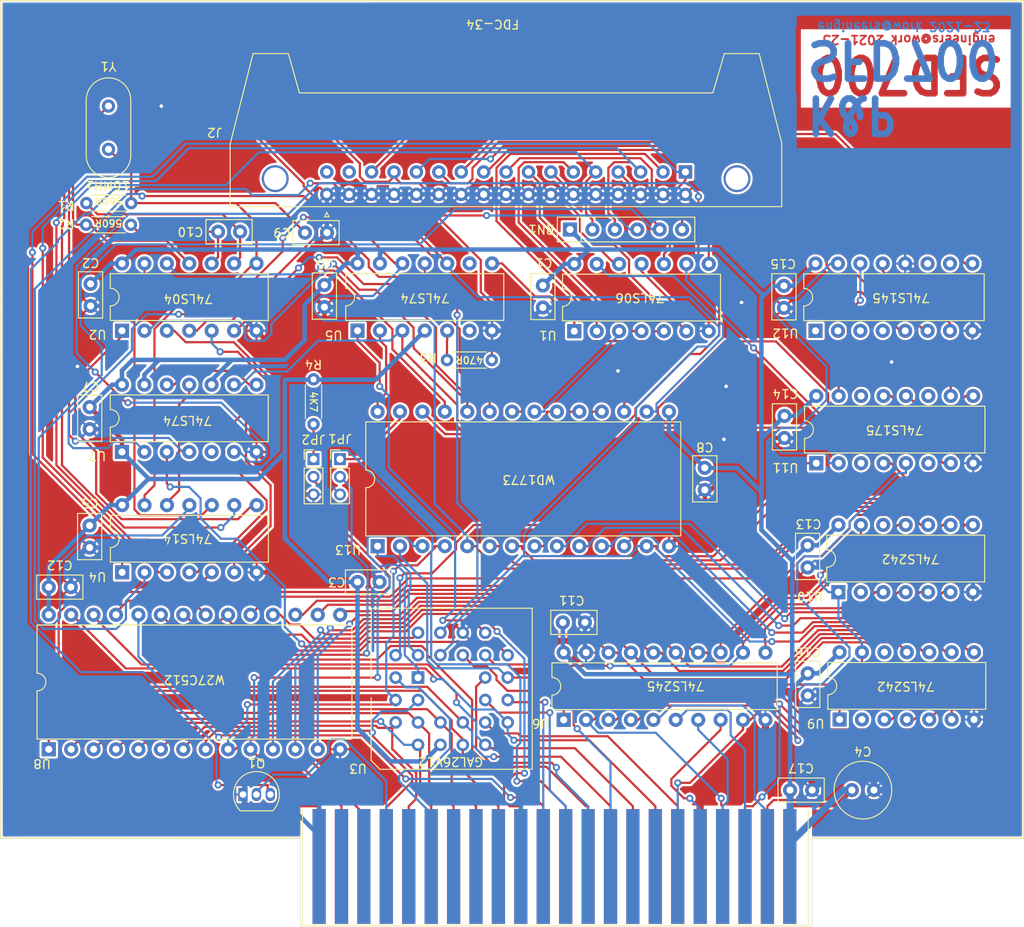
<source format=kicad_pcb>
(kicad_pcb (version 20221018) (generator pcbnew)
  (layers (0 "F.Cu" signal) (31 "B.Cu" signal) (34 "B.Paste" user) (35 "F.Paste" user) (36 "B.SilkS" user "B.Silkscreen") (37 "F.SilkS" user "F.Silkscreen") (38 "B.Mask" user) (39 "F.Mask" user) (44 "Edge.Cuts" user))
  (net 0 "")
  (net 1 "+5V")
  (net 2 "GNDPWR")
  (net 3 "Net-(C9-Pad1)")
  (net 4 "Net-(C10-Pad2)")
  (net 5 "Net-(C10-Pad1)")
  (net 7 "/~{EXWAIT}")
  (net 8 "/~{INT}")
  (net 9 "/BUS0")
  (net 10 "/~{M1}")
  (net 11 "/~{WR}")
  (net 12 "/~{RD}")
  (net 13 "/~{IORQ}")
  (net 14 "/~{MREQ}")
  (net 15 "/~{HALT}")
  (net 16 "/IE1")
  (net 18 "/RESET")
  (net 19 "/~{EXRESET}")
  (net 20 "/D3")
  (net 21 "/D4")
  (net 22 "/D5")
  (net 23 "/D6")
  (net 24 "/D7")
  (net 25 "/A0")
  (net 26 "/A1")
  (net 27 "/A2")
  (net 28 "/D2")
  (net 29 "/D1")
  (net 30 "/D0")
  (net 31 "/A15")
  (net 32 "/A14")
  (net 33 "/A13")
  (net 34 "/A12")
  (net 35 "/A11")
  (net 36 "/A10")
  (net 37 "/A9")
  (net 38 "/A8")
  (net 39 "/A7")
  (net 40 "/A6")
  (net 41 "/A5")
  (net 42 "/A4")
  (net 43 "/A3")
  (net 46 "/~{DRVSD}")
  (net 47 "/~{INDEX}")
  (net 48 "/~{DRVSA}")
  (net 49 "/~{DRVSB}")
  (net 50 "/~{DRVSC}")
  (net 51 "/~{MOTOR}")
  (net 52 "/~{DIR}")
  (net 53 "/~{STEP}")
  (net 54 "/~{WDATA}")
  (net 55 "/~{WGATE}")
  (net 56 "/~{TRK00}")
  (net 57 "/~{WPT}")
  (net 58 "/~{RDATA}")
  (net 59 "/~{SIDE1}")
  (net 60 "/RDY")
  (net 61 "Net-(R2-Pad1)")
  (net 62 "Net-(JP1-A)")
  (net 63 "Net-(JP1-C)")
  (net 64 "Net-(Q1-B)")
  (net 65 "Net-(U5A-Q)")
  (net 66 "Net-(U5B-~{Q})")
  (net 67 "Net-(U2-Pad13)")
  (net 68 "Net-(U13-WG)")
  (net 69 "Net-(U13-WD)")
  (net 70 "Net-(U2-Pad5)")
  (net 71 "Net-(U11-Q1)")
  (net 72 "Net-(U2-Pad3)")
  (net 73 "Net-(U13-DIRC)")
  (net 74 "Net-(U13-STEP)")
  (net 75 "Net-(U13-~{IP})")
  (net 76 "Net-(U13-~{TR00})")
  (net 77 "Net-(U13-~{RD})")
  (net 78 "Net-(U13-~{WPRT})")
  (net 79 "/ID0")
  (net 80 "/~{SIDE}(0xDD)")
  (net 81 "/~{FDCRESET}")
  (net 82 "/~{DDEN}(0xDE)")
  (net 83 "/~{DRIVE}(0xDC)")
  (net 84 "/~{FDC}(0xD8:0xDB)")
  (net 85 "/ID2")
  (net 86 "/ID1")
  (net 87 "/ID6")
  (net 88 "/ID3")
  (net 89 "/ID4")
  (net 90 "/ID5")
  (net 91 "/ID7")
  (net 92 "/~{ROM}(0xF000:FFFF)")
  (net 93 "Net-(U13-RDY{slash}ENP)")
  (net 94 "Net-(U7B-C)")
  (net 95 "Net-(U13-INTRQ)")
  (net 96 "Net-(U13-CLK)")
  (net 99 "Net-(U10-B2)")
  (net 100 "Net-(U10-B0)")
  (net 101 "Net-(U6-B3)")
  (net 102 "Net-(U6-B1)")
  (net 103 "Net-(U2-Pad1)")
  (net 104 "Net-(U6-B0)")
  (net 106 "Net-(U13-~{DDEN})")
  (net 107 "Net-(U7B-D)")
  (net 108 "Net-(U11-Q0)")
  (net 111 "Net-(U11-Q2)")
  (net 114 "Net-(U11-Q3)")
  (net 121 "Net-(U10-B3)")
  (net 122 "Net-(U10-B1)")
  (net 123 "Net-(U6-B2)")
  (net 124 "Net-(JP2-A)")
  (net 125 "Net-(JP2-C)")
  (net 126 "/INTEN")
  (net 127 "/BUSDIR")
  (net 128 "/~{BUSDIR}")
  (footprint "Capacitor_THT:C_Disc_D5.0mm_W2.5mm_P2.50mm" (layer "F.Cu") (at 161.49 74.82 90)
    (fp_text reference "C1")
    (fp_text value "100nF" hide)
  )
  (footprint "Capacitor_THT:C_Disc_D5.0mm_W2.5mm_P2.50mm" (layer "F.Cu") (at 110.236 72.136 -90)
    (fp_text reference "C2")
    (fp_text value "100nF" hide)
  )
  (footprint "Capacitor_THT:C_Disc_D5.0mm_W2.5mm_P2.50mm" (layer "F.Cu") (at 142.982 105.918 180)
    (fp_text reference "C3")
    (fp_text value "100nF" hide)
  )
  (footprint "Capacitor_THT:C_Disc_D5.0mm_W2.5mm_P2.50mm" (layer "F.Cu") (at 110.13 99.52 -90)
    (fp_text reference "C5")
    (fp_text value "100nF" hide)
  )
  (footprint "Capacitor_THT:C_Disc_D5.0mm_W2.5mm_P2.50mm" (layer "F.Cu") (at 136.73 72.27 -90)
    (fp_text reference "C6")
    (fp_text value "100nF" hide)
  )
  (footprint "Capacitor_THT:C_Disc_D5.0mm_W2.5mm_P2.50mm" (layer "F.Cu") (at 110.14 86.106 -90)
    (fp_text reference "C7")
    (fp_text value "100nF" hide)
  )
  (footprint "Capacitor_THT:C_Disc_D5.0mm_W2.5mm_P2.50mm" (layer "F.Cu") (at 179.832 95.484 90)
    (fp_text reference "C8")
    (fp_text value "100nF" hide)
  )
  (footprint "Capacitor_THT:C_Disc_D5.0mm_W2.5mm_P2.50mm" (layer "F.Cu") (at 134.53 66.34)
    (fp_text reference "C9")
    (fp_text value "15pF" hide)
  )
  (footprint "Capacitor_THT:C_Disc_D5.0mm_W2.5mm_P2.50mm" (layer "F.Cu") (at 124.68 66.23)
    (fp_text reference "C10")
    (fp_text value "3.3nF" hide)
  )
  (footprint "Connector_IDC:IDC-Header_2x17_P2.54mm_Horizontal_Lock_SFD700" (layer "F.Cu") (at 137 62 90)
    (fp_text reference "J2")
    (fp_text value "FDC-34")
  )
  (footprint "Resistor_THT:R_Axial_DIN0204_L3.6mm_D1.6mm_P5.08mm_Horizontal" (layer "F.Cu") (at 109.76 62.99)
    (fp_text reference "R1")
    (fp_text value "560R")
  )
  (footprint "Resistor_THT:R_Axial_DIN0204_L3.6mm_D1.6mm_P5.08mm_Horizontal" (layer "F.Cu") (at 109.73 65.44)
    (fp_text reference "R2")
    (fp_text value "560R")
  )
  (footprint "Resistor_THT:R_Array_SIP6" (layer "F.Cu") (at 164.56 65.98)
    (fp_text reference "RN1")
    (fp_text value "330R" hide)
  )
  (footprint "Package_DIP:DIP-14_W7.62mm" (layer "F.Cu") (at 165.045 77.5 90)
    (fp_text reference "U1")
    (fp_text value "74LS06")
  )
  (footprint "Package_DIP:DIP-14_W7.62mm" (layer "F.Cu") (at 113.8 77.45 90)
    (fp_text reference "U2")
    (fp_text value "74LS04")
  )
  (footprint "Package_DIP:DIP-14_W7.62mm" (layer "F.Cu") (at 113.815 104.83 90)
    (fp_text reference "U4")
    (fp_text value "74LS14")
  )
  (footprint "Package_DIP:DIP-14_W7.62mm" (layer "F.Cu") (at 140.485 77.44 90)
    (fp_text reference "U5")
    (fp_text value "74LS74")
  )
  (footprint "Package_DIP:DIP-14_W7.62mm" (layer "F.Cu") (at 113.795 91.18 90)
    (fp_text reference "U7")
    (fp_text value "74LS74")
  )
  (footprint "Package_DIP:DIP-14_W7.62mm" (layer "F.Cu") (at 195.105 121.5 90)
    (fp_text reference "U9")
    (fp_text value "74LS242")
  )
  (footprint "Package_DIP:DIP-14_W7.62mm" (layer "F.Cu") (at 194.975 107.07 90)
    (fp_text reference "U10")
    (fp_text value "74LS242")
  )
  (footprint "Package_DIP:DIP-28_W15.24mm" (layer "F.Cu") (at 142.758 101.859 90)
    (fp_text reference "U13")
    (fp_text value "WD1773")
  )
  (footprint "Package_DIP:DIP-16_W7.62mm" (layer "F.Cu") (at 192.465 92.46 90)
    (fp_text reference "U11")
    (fp_text value "74LS175")
  )
  (footprint "Package_DIP:DIP-16_W7.62mm" (layer "F.Cu") (at 192.38 77.46 90)
    (fp_text reference "U12")
    (fp_text value "74LS145")
  )
  (footprint "Crystal:Crystal_HC18-U_Vertical" (layer "F.Cu") (at 112.268 56.896 90)
    (fp_text reference "Y1")
    (fp_text value "16MHz")
  )
  (footprint "Connector_PCBEdge:BUS_MZ800" (layer "F.Cu") (at 162.8 137.95)
    (fp_text reference "J1" hide)
    (fp_text value "MZ-700 Bus" hide)
  )
  (footprint "Capacitor_THT:C_Radial_D6.3mm_H5.0mm_P2.50mm" (layer "F.Cu") (at 196.5 129.5)
    (fp_text reference "C4")
    (fp_text value "4.7uF 50V" hide)
  )
  (footprint "Capacitor_THT:C_Disc_D5.0mm_W2.5mm_P2.50mm" (layer "F.Cu") (at 108 106.5 180)
    (fp_text reference "C12")
    (fp_text value "100nF" hide)
  )
  (footprint "Capacitor_THT:C_Disc_D5.0mm_W2.5mm_P2.50mm" (layer "F.Cu") (at 166.25 110.5 180)
    (fp_text reference "C11")
    (fp_text value "100nF" hide)
  )
  (footprint "Connector_PinHeader_2.00mm:PinHeader_1x03_P2.00mm_Vertical" (layer "F.Cu") (at 138.5 92)
    (fp_text reference "JP1")
    (fp_text value "MZ80A/MZ700 #2" hide)
  )
  (footprint "Connector_PinHeader_2.00mm:PinHeader_1x03_P2.00mm_Vertical" (layer "F.Cu") (at 135.5 92)
    (fp_text reference "JP2")
    (fp_text value "MZ80A/MZ700 #1" hide)
  )
  (footprint "Resistor_THT:R_Axial_DIN0204_L3.6mm_D1.6mm_P5.08mm_Horizontal" (layer "F.Cu") (at 150.622 80.772)
    (fp_text reference "R3")
    (fp_text value "470R")
  )
  (footprint "Capacitor_THT:C_Disc_D5.0mm_W2.5mm_P2.50mm" (layer "F.Cu") (at 191.5 118.77 90)
    (fp_text reference "C16")
    (fp_text value "100nF" hide)
  )
  (footprint "Capacitor_THT:C_Disc_D5.0mm_W2.5mm_P2.50mm" (layer "F.Cu") (at 188.8 72.36 -90)
    (fp_text reference "C15")
    (fp_text value "100nF" hide)
  )
  (footprint "Capacitor_THT:C_Disc_D5.0mm_W2.5mm_P2.50mm" (layer "F.Cu") (at 188.86 89.6 90)
    (fp_text reference "C14")
    (fp_text value "100nF" hide)
  )
  (footprint "Package_TO_SOT_THT:TO-92_Inline" (layer "F.Cu") (at 127.762 130)
    (fp_text reference "Q1")
    (fp_text value "C945" hide)
  )
  (footprint "Resistor_THT:R_Axial_DIN0204_L3.6mm_D1.6mm_P5.08mm_Horizontal" (layer "F.Cu") (at 135.5 82.96 -90)
    (fp_text reference "R4")
    (fp_text value "4K7")
  )
  (footprint "Capacitor_THT:C_Disc_D5.0mm_W2.5mm_P2.50mm" (layer "F.Cu") (at 191.48 101.77 -90)
    (fp_text reference "C13")
    (fp_text value "100nF" hide)
  )
  (footprint "Capacitor_THT:C_Disc_D5.0mm_W2.5mm_P2.50mm" (layer "F.Cu") (at 189.5 129.5)
    (fp_text reference "C17")
    (fp_text value "100nF" hide)
  )
  (footprint "Package_DIP:DIP-28_W15.24mm" (layer "F.Cu") (at 105.5 124.875 90)
    (fp_text reference "U8")
    (fp_text value "W27C512")
  )
  (footprint "Package_LCC:PLCC-28_THT-Socket" (layer "F.Cu") (at 147.34 116.75 90)
    (fp_text reference "U3")
    (fp_text value "GAL26V12")
  )
  (footprint "Package_DIP:DIP-20_W7.62mm" (layer "F.Cu") (at 163.845 121.54 90)
    (fp_text reference "U6")
    (fp_text value "74LS245")
  )
  (gr_line (start 215.91 40.09) (end 215.91 134.91) (stroke (width 0.12)) (layer "F.SilkS"))
  (gr_line (start 100.09 40.09) (end 215.91 40.09) (stroke (width 0.12)) (layer "F.SilkS"))
  (gr_line (start 100.09 134.91) (end 100.09 40.09) (stroke (width 0.12)) (layer "F.SilkS"))
  (gr_line (start 134.02 134.91) (end 100.09 134.91) (stroke (width 0.12)) (layer "F.SilkS"))
  (gr_line (start 215.91 134.91) (end 192.02 134.91) (stroke (width 0.12)) (layer "F.SilkS"))
  (gr_line (start 216 40) (end 216 135) (stroke (width 0.05)) (layer "Edge.Cuts"))
  (gr_line (start 100 40) (end 216 40) (stroke (width 0.05)) (layer "Edge.Cuts"))
  (gr_line (start 134 135) (end 100 135) (stroke (width 0.05)) (layer "Edge.Cuts"))
  (gr_line (start 192 135) (end 192 144.7) (stroke (width 0.05)) (layer "Edge.Cuts"))
  (gr_line (start 134.2 145) (end 191.7 145) (stroke (width 0.05)) (layer "Edge.Cuts"))
  (gr_line (start 216 135) (end 192 135) (stroke (width 0.05)) (layer "Edge.Cuts"))
  (gr_line (start 134 135) (end 134 144.8) (stroke (width 0.05)) (layer "Edge.Cuts"))
  (gr_line (start 191.7 145) (end 192 144.7) (stroke (width 0.05)) (layer "Edge.Cuts"))
  (gr_line (start 100 40) (end 100 135) (stroke (width 0.05)) (layer "Edge.Cuts"))
  (gr_line (start 134 144.8) (end 134.2 145) (stroke (width 0.05)) (layer "Edge.Cuts"))
  (gr_text "engineers@work 2021-23" (at 202.97 44.47 180) (layer "F.Cu") (effects (font (size 1 1) (thickness 0.2))))
  (gr_text "SFD700" (at 202.87 48.35 180) (layer "F.Cu") (effects (font (size 4 3.8) (thickness 0.75))))
  (gr_text "K&P" (at 116.75 130 180) (layer "F.Cu") (effects (font (size 4 3) (thickness 0.75))))
  (gr_text "engineers@work 2021-23" (at 202.41 42.99 180) (layer "B.Cu") (effects (font (size 1 1) (thickness 0.2)) (justify mirror)))
  (gr_text "SFD700" (at 202.31 46.69 180) (layer "B.Cu") (effects (font (size 4 3.8) (thickness 0.75)) (justify mirror)))
  (gr_text "K&P" (at 196.56 52.95 180) (layer "B.Cu") (effects (font (size 4 3) (thickness 0.75)) (justify mirror)))
  (segment (start 113.795 91.18) (end 113.795 89.761) (width 0.5) (layer "F.Cu") (net 1))
  (segment (start 113.795 89.761) (end 110.14 86.106) (width 0.5) (layer "F.Cu") (net 1))
  (segment (start 189.47 138.1532) (end 189.47 131.2029) (width 0.5) (layer "F.Cu") (net 1))
  (segment (start 196.5 129.5) (end 194.7971 131.2029) (width 0.5) (layer "F.Cu") (net 1))
  (segment (start 194.7971 131.2029) (end 189.47 131.2029) (width 0.5) (layer "F.Cu") (net 1))
  (segment (start 183.484 92.984) (end 179.832 92.984) (width 0.508) (layer "B.Cu") (net 1))
  (segment (start 112.44 97.21) (end 110.13 99.52) (width 0.508) (layer "B.Cu") (net 1))
  (segment (start 113.8 69.83) (end 112.542 69.83) (width 0.508) (layer "B.Cu") (net 1))
  (segment (start 186.25 95.75) (end 183.484 92.984) (width 0.508) (layer "B.Cu") (net 1))
  (segment (start 163.93 69.88) (end 161.49 72.32) (width 0.508) (layer "B.Cu") (net 1))
  (segment (start 186.25 100.02) (end 186.25 95.75) (width 0.508) (layer "B.Cu") (net 1))
  (segment (start 139.18 69.82) (end 136.73 72.27) (width 0.508) (layer "B.Cu") (net 1))
  (segment (start 133 80) (end 132.25 80.75) (width 0.508) (layer "B.Cu") (net 1))
  (segment (start 135.54 83) (end 132.25 83) (width 0.508) (layer "B.Cu") (net 1))
  (segment (start 166.675 68.25) (end 165.045 69.88) (width 0.508) (layer "B.Cu") (net 1))
  (segment (start 166.675 68.25) (end 143.5 68.25) (width 0.508) (layer "B.Cu") (net 1))
  (segment (start 189.74 118.03) (end 189.74 116.37) (width 0.508) (layer "B.Cu") (net 1))
  (segment (start 116.775 94.25) (end 113.815 97.21) (width 0.508) (layer "B.Cu") (net 1))
  (segment (start 166.83 68.25) (end 164.56 65.98) (width 0.508) (layer "B.Cu") (net 1))
  (segment (start 186.25 73.75) (end 186.5 73.5) (width 0.508) (layer "B.Cu") (net 1))
  (segment (start 118 80.75) (end 116.335 82.415) (width 0.508) (layer "B.Cu") (net 1))
  (segment (start 126.25 80.75) (end 118 80.75) (width 0.508) (layer "B.Cu") (net 1))
  (segment (start 143.5 68.25) (end 143.025 68.725) (width 0.508) (layer "B.Cu") (net 1))
  (segment (start 105.5 104.15) (end 105.5 106.5) (width 0.508) (layer "B.Cu") (net 1))
  (segment (start 116.865 94.25) (end 116.775 94.25) (width 0.508) (layer "B.Cu") (net 1))
  (segment (start 136.73 72.27) (end 134.5 74.5) (width 0.508) (layer "B.Cu") (net 1))
  (segment (start 116.335 82.415) (end 116.335 83.56) (width 0.508) (layer "B.Cu") (net 1))
  (segment (start 163.75 110.5) (end 163.75 113.825) (width 0.508) (layer "B.Cu") (net 1))
  (segment (start 132.25 101) (end 137.168 105.918) (width 0.508) (layer "B.Cu") (net 1))
  (segment (start 113.795 81.955) (end 113.795 83.56) (width 0.508) (layer "B.Cu") (net 1))
  (segment (start 140.482 122.482) (end 140.482 105.918) (width 0.508) (layer "B.Cu") (net 1))
  (segment (start 189.5 118.27) (end 189.5 129.5) (width 0.508) (layer "B.Cu") (net 1))
  (segment (start 175.778 86.619) (end 175.778 88.93) (width 0.508) (layer "B.Cu") (net 1))
  (segment (start 141 68.25) (end 140.485 68.765) (width 0.508) (layer "B.Cu") (net 1))
  (segment (start 116.865 94.25) (end 113.795 91.18) (width 0.508) (layer "B.Cu") (net 1))
  (segment (start 188.86 87.1) (end 190.205 87.1) (width 0.508) (layer "B.Cu") (net 1))
  (segment (start 142.545 83) (end 135.54 83) (width 0.508) (layer "B.Cu") (net 1))
  (segment (start 134.5 74.5) (end 134.5 78.5) (width 0.508) (layer "B.Cu") (net 1))
  (segment (start 144.25 126.25) (end 140.482 122.482) (width 0.508) (layer "B.Cu") (net 1))
  (segment (start 189.47 135.53) (end 189.47 136.8415) (width 0.8128) (layer "B.Cu") (net 1))
  (segment (start 148 126.25) (end 144.25 126.25) (width 0.508) (layer "B.Cu") (net 1))
  (segment (start 140.485 68.765) (end 140.485 69.82) (width 0.508) (layer "B.Cu") (net 1))
  (segment (start 165.045 69.88) (end 163.93 69.88) (width 0.508) (layer "B.Cu") (net 1))
  (segment (start 189.47 136.8415) (end 189.47 138.153) (width 0.8128) (layer "B.Cu") (net 1))
  (segment (start 189.74 118.03) (end 189.5 118.27) (width 0.508) (layer "B.Cu") (net 1))
  (segment (start 189.74 116.37) (end 166.295 116.37) (width 0.508) (layer "B.Cu") (net 1))
  (segment (start 113.815 97.21) (end 112.44 97.21) (width 0.508) (layer "B.Cu") (net 1))
  (segment (start 149.88 124.37) (end 148 126.25) (width 0.508) (layer "B.Cu") (net 1))
  (segment (start 196.5 129.5) (end 195.5 129.5) (width 0.8128) (layer "B.Cu") (net 1))
  (segment (start 195.5 129.5) (end 189.47 135.53) (width 0.8128) (layer "B.Cu") (net 1))
  (segment (start 189.74 103.51) (end 191.48 101.77) (width 0.508) (layer "B.Cu") (net 1))
  (segment (start 140.485 69.82) (end 139.18 69.82) (width 0.508) (layer "B.Cu") (net 1))
  (segment (start 135.54 83) (end 135.5 82.96) (width 0.5) (layer "B.Cu") (net 1))
  (segment (start 192.715 116.27) (end 195.105 113.88) (width 0.508) (layer "B.Cu") (net 1))
  (segment (start 118 80.75) (end 115 80.75) (width 0.508) (layer "B.Cu") (net 1))
  (segment (start 148.105 77.44) (end 142.545 83) (width 0.508) (layer "B.Cu") (net 1))
  (segment (start 189.47 138.153) (end 189.5 138.123) (width 0.8128) (layer "B.Cu") (net 1))
  (segment (start 133 80) (end 132.25 80.75) (width 0.508) (layer "B.Cu") (net 1))
  (segment (start 126.25 80.75) (end 123.955 83.045) (width 0.508) (layer "B.Cu") (net 1))
  (segment (start 166.83 68.25) (end 166.675 68.25) (width 0.508) (layer "B.Cu") (net 1))
  (segment (start 187.64 72.36) (end 188.8 72.36) (width 0.508) (layer "B.Cu") (net 1))
  (segment (start 123.955 83.045) (end 123.955 83.56) (width 0.508) (layer "B.Cu") (net 1))
  (segment (start 163.75 113.825) (end 163.845 113.92) (width 0.508) (layer "B.Cu") (net 1))
  (segment (start 186.25 89.71) (end 188.86 87.1) (width 0.508) (layer "B.Cu") (net 1))
  (segment (start 189.74 116.37) (end 189.74 103.51) (width 0.508) (layer "B.Cu") (net 1))
  (segment (start 189.5 138.123) (end 189.5 129.5) (width 0.8128) (layer "B.Cu") (net 1))
  (segment (start 189.5 118.27) (end 189.74 118.03) (width 0.508) (layer "B.Cu") (net 1))
  (segment (start 188.8 72.36) (end 189.86 72.36) (width 0.508) (layer "B.Cu") (net 1))
  (segment (start 132.25 91.25) (end 132.25 101) (width 0.508) (layer "B.Cu") (net 1))
  (segment (start 113.795 83.56) (end 112.686 83.56) (width 0.508) (layer "B.Cu") (net 1))
  (segment (start 115 80.75) (end 113.795 81.955) (width 0.508) (layer "B.Cu") (net 1))
  (segment (start 190.205 87.1) (end 192.465 84.84) (width 0.508) (layer "B.Cu") (net 1))
  (segment (start 132.25 80.75) (end 126.25 80.75) (width 0.508) (layer "B.Cu") (net 1))
  (segment (start 129.25 94.25) (end 132.25 91.25) (width 0.508) (layer "B.Cu") (net 1))
  (segment (start 143.025 68.725) (end 143.025 69.82) (width 0.508) (layer "B.Cu") (net 1))
  (segment (start 181.25 68.25) (end 166.83 68.25) (width 0.508) (layer "B.Cu") (net 1))
  (segment (start 189.47 136.8415) (end 189.47 138.1532) (width 0.5) (layer "B.Cu") (net 1))
  (segment (start 175.778 88.93) (end 179.832 92.984) (width 0.508) (layer "B.Cu") (net 1))
  (segment (start 112.542 69.83) (end 110.236 72.136) (width 0.508) (layer "B.Cu") (net 1))
  (segment (start 141 68.25) (end 115.38 68.25) (width 0.508) (layer "B.Cu") (net 1))
  (segment (start 191.5 116.27) (end 189.74 118.03) (width 0.508) (layer "B.Cu") (net 1))
  (segment (start 110.13 99.52) (end 105.5 104.15) (width 0.508) (layer "B.Cu") (net 1))
  (segment (start 105.5 106.5) (end 105.5 109.635) (width 0.508) (layer "B.Cu") (net 1))
  (segment (start 191.5 116.27) (end 192.715 116.27) (width 0.508) (layer "B.Cu") (net 1))
  (segment (start 115.38 68.25) (end 113.8 69.83) (width 0.508) (layer "B.Cu") (net 1))
  (segment (start 186.25 89.71) (end 186.25 73.75) (width 0.508) (layer "B.Cu") (net 1))
  (segment (start 191.48 101.77) (end 192.655 101.77) (width 0.508) (layer "B.Cu") (net 1))
  (segment (start 143.5 68.25) (end 141 68.25) (width 0.508) (layer "B.Cu") (net 1))
  (segment (start 186.5 73.5) (end 181.25 68.25) (width 0.508) (layer "B.Cu") (net 1))
  (segment (start 134.5 78.5) (end 133 80) (width 0.508) (layer "B.Cu") (net 1))
  (segment (start 166.295 116.37) (end 163.845 113.92) (width 0.508) (layer "B.Cu") (net 1))
  (segment (start 116.865 94.25) (end 129.25 94.25) (width 0.508) (layer "B.Cu") (net 1))
  (segment (start 189.74 103.51) (end 186.25 100.02) (width 0.508) (layer "B.Cu") (net 1))
  (segment (start 189.86 72.36) (end 192.38 69.84) (width 0.508) (layer "B.Cu") (net 1))
  (segment (start 192.655 101.77) (end 194.975 99.45) (width 0.508) (layer "B.Cu") (net 1))
  (segment (start 186.5 73.5) (end 187.64 72.36) (width 0.508) (layer "B.Cu") (net 1))
  (segment (start 132.25 83) (end 132.25 91.25) (width 0.508) (layer "B.Cu") (net 1))
  (segment (start 112.686 83.56) (end 110.14 86.106) (width 0.508) (layer "B.Cu") (net 1))
  (segment (start 186.25 95.75) (end 186.25 89.71) (width 0.508) (layer "B.Cu") (net 1))
  (segment (start 137.168 105.918) (end 140.482 105.918) (width 0.508) (layer "B.Cu") (net 1))
  (segment (start 179.31 130.94) (end 179.31 138.153) (width 0.8128) (layer "F.Cu") (net 2))
  (segment (start 127.762 130) (end 127.762 131.2003) (width 0.5) (layer "F.Cu") (net 2))
  (segment (start 179.832 95.484) (end 180.516 95.484) (width 0.508) (layer "F.Cu") (net 2))
  (segment (start 136.13 138.1532) (end 136.13 131.2029) (width 0.5) (layer "F.Cu") (net 2))
  (segment (start 135.25 73.29) (end 135.25 68.12) (width 0.508) (layer "F.Cu") (net 2))
  (segment (start 132.25 80.66) (end 129.04 77.45) (width 0.508) (layer "F.Cu") (net 2))
  (segment (start 192 128.5) (end 192 129.5) (width 0.8128) (layer "F.Cu") (net 2))
  (segment (start 135.25 68.12) (end 137.03 66.34) (width 0.508) (layer "F.Cu") (net 2))
  (segment (start 132.25 94.395) (end 132.25 94.75) (width 0.508) (layer "F.Cu") (net 2))
  (segment (start 132.25 80.66) (end 136.73 76.18) (width 0.508) (layer "F.Cu") (net 2))
  (segment (start 132.25 103.75) (end 132.25 101) (width 0.508) (layer "F.Cu") (net 2))
  (segment (start 136.73 74.77) (end 135.25 73.29) (width 0.508) (layer "F.Cu") (net 2))
  (segment (start 186.4 89.6) (end 188.86 89.6) (width 0.508) (layer "F.Cu") (net 2))
  (segment (start 127.762 131.2003) (end 136.1274 131.2003) (width 0.5) (layer "F.Cu") (net 2))
  (segment (start 136.73 76.18) (end 136.73 74.77) (width 0.508) (layer "F.Cu") (net 2))
  (segment (start 142.982 105.918) (end 141.314 104.25) (width 0.508) (layer "F.Cu") (net 2))
  (segment (start 141.314 104.25) (end 135.5 104.25) (width 0.508) (layer "F.Cu") (net 2))
  (segment (start 180.516 95.484) (end 186.4 89.6) (width 0.508) (layer "F.Cu") (net 2))
  (segment (start 133.5 96) (end 135.5 96) (width 0.508) (layer "F.Cu") (net 2))
  (segment (start 186.705 121.54) (end 186.705 123.545) (width 0.8128) (layer "F.Cu") (net 2))
  (segment (start 132.25 94.395) (end 129.035 91.18) (width 0.508) (layer "F.Cu") (net 2))
  (segment (start 131.17 104.83) (end 132.25 103.75) (width 0.508) (layer "F.Cu") (net 2))
  (segment (start 136.1274 131.2003) (end 136.13 131.2029) (width 0.5) (layer "F.Cu") (net 2))
  (segment (start 132.25 94.75) (end 132.25 94.395) (width 0.508) (layer "F.Cu") (net 2))
  (segment (start 175.778 101.859) (end 179.832 97.805) (width 0.508) (layer "F.Cu") (net 2))
  (segment (start 187.045 123.545) (end 192 128.5) (width 0.8128) (layer "F.Cu") (net 2))
  (segment (start 132.25 101) (end 132.25 94.75) (width 0.508) (layer "F.Cu") (net 2))
  (segment (start 186.705 123.545) (end 179.31 130.94) (width 0.8128) (layer "F.Cu") (net 2))
  (segment (start 132.25 94.395) (end 132.25 80.66) (width 0.508) (layer "F.Cu") (net 2))
  (segment (start 179.832 97.805) (end 179.832 95.484) (width 0.508) (layer "F.Cu") (net 2))
  (segment (start 132.25 94.75) (end 133.5 96) (width 0.508) (layer "F.Cu") (net 2))
  (segment (start 129.055 104.83) (end 131.17 104.83) (width 0.508) (layer "F.Cu") (net 2))
  (segment (start 186.705 123.545) (end 187.045 123.545) (width 0.8128) (layer "F.Cu") (net 2))
  (segment (start 179.31 138.153) (end 179.31 138.1532) (width 0.5) (layer "F.Cu") (net 2))
  (segment (start 135.5 104.25) (end 132.25 101) (width 0.508) (layer "F.Cu") (net 2))
  (via (at 182 89.75) (size 0.8) (drill 0.4) (layers "F.Cu" "B.Cu") (net 2))
  (via (at 118.25 52) (size 0.8) (drill 0.4) (layers "F.Cu" "B.Cu") (net 2))
  (via (at 184 74.25) (size 0.8) (drill 0.4) (layers "F.Cu" "B.Cu") (net 2))
  (via (at 182.25 83.75) (size 0.8) (drill 0.4) (layers "F.Cu" "B.Cu") (net 2))
  (via (at 108.75 81.5) (size 0.8) (drill 0.4) (layers "F.Cu" "B.Cu") (net 2))
  (via (at 201 81) (size 0.8) (drill 0.4) (layers "F.Cu" "B.Cu") (net 2))
  (via (at 170 82) (size 0.8) (drill 0.4) (layers "F.Cu" "B.Cu") (net 2))
  (segment (start 110.14 88.606) (end 126.461 88.606) (width 0.508) (layer "B.Cu") (net 2))
  (segment (start 192 129.5) (end 194 127.5) (width 0.8128) (layer "B.Cu") (net 2))
  (segment (start 207.615 118.77) (end 191.5 118.77) (width 0.508) (layer "B.Cu") (net 2))
  (segment (start 129.6496 106.6749) (end 129.6496 126.0525) (width 0.5) (layer "B.Cu") (net 2))
  (segment (start 136.13 138.153) (end 136.13 137.444) (width 0.508) (layer "B.Cu") (net 2))
  (segment (start 155.75 109.25) (end 155.5 109.25) (width 0.508) (layer "B.Cu") (net 2))
  (segment (start 136.13 137.444) (end 136.13 127.265) (width 0.508) (layer "B.Cu") (net 2))
  (segment (start 210.215 104.715) (end 209.77 104.27) (width 0.508) (layer "B.Cu") (net 2))
  (segment (start 209.77 104.27) (end 191.48 104.27) (width 0.508) (layer "B.Cu") (net 2))
  (segment (start 179.64 64) (end 177.64 62) (width 0.508) (layer "B.Cu") (net 2))
  (segment (start 157.32 62) (end 154.78 62) (width 0.508) (layer "B.Cu") (net 2))
  (segment (start 160.875 127.375) (end 160.875 114.375) (width 0.508) (layer "B.Cu") (net 2))
  (segment (start 149.7 62) (end 147.16 62) (width 0.508) (layer "B.Cu") (net 2))
  (segment (start 209.61 74.86) (end 207.56 74.86) (width 0.508) (layer "B.Cu") (net 2))
  (segment (start 209.61 74.86) (end 207.56 74.86) (width 0.508) (layer "B.Cu") (net 2))
  (segment (start 199 128.5) (end 199 129.5) (width 0.8128) (layer "B.Cu") (net 2))
  (segment (start 159.86 62) (end 157.32 62) (width 0.508) (layer "B.Cu") (net 2))
  (segment (start 207.56 74.86) (end 202.54 69.84) (width 0.508) (layer "B.Cu") (net 2))
  (segment (start 154.78 62) (end 152.24 62) (width 0.508) (layer "B.Cu") (net 2))
  (segment (start 155.504 109.246) (end 153.754 109.246) (width 0.508) (layer "B.Cu") (net 2))
  (segment (start 210.345 121.5) (end 207.615 118.77) (width 0.508) (layer "B.Cu") (net 2))
  (segment (start 211.71 92.46) (end 210.245 92.46) (width 0.508) (layer "B.Cu") (net 2))
  (segment (start 194 127.5) (end 198 127.5) (width 0.8128) (layer "B.Cu") (net 2))
  (segment (start 198 127.5) (end 199 128.5) (width 0.8128) (layer "B.Cu") (net 2))
  (segment (start 136.13 127.265) (end 138.52 124.875) (width 0.508) (layer "B.Cu") (net 2))
  (segment (start 144.62 62) (end 142.08 62) (width 0.508) (layer "B.Cu") (net 2))
  (segment (start 209.6 89.6) (end 188.86 89.6) (width 0.508) (layer "B.Cu") (net 2))
  (segment (start 210.245 92.46) (end 210.245 90.245) (width 0.508) (layer "B.Cu") (net 2))
  (segment (start 213.845 79.595) (end 211.71 77.46) (width 0.508) (layer "B.Cu") (net 2))
  (segment (start 147.16 62) (end 144.62 62) (width 0.508) (layer "B.Cu") (net 2))
  (segment (start 213.845 94.595) (end 213.845 79.595) (width 0.508) (layer "B.Cu") (net 2))
  (segment (start 126.461 88.606) (end 129.035 91.18) (width 0.508) (layer "B.Cu") (net 2))
  (segment (start 134 132.5) (end 129.004 132.5) (width 0.508) (layer "B.Cu") (net 2))
  (segment (start 152.24 62) (end 149.7 62) (width 0.508) (layer "B.Cu") (net 2))
  (segment (start 137 66.31) (end 137.03 66.34) (width 0.508) (layer "B.Cu") (net 2))
  (segment (start 207.56 74.86) (end 188.8 74.86) (width 0.508) (layer "B.Cu") (net 2))
  (segment (start 172.56 62) (end 170.02 62) (width 0.508) (layer "B.Cu") (net 2))
  (segment (start 110.13 102.02) (end 109.73 102.02) (width 0.508) (layer "B.Cu") (net 2))
  (segment (start 213.845 79.595) (end 213.845 66.595) (width 0.508) (layer "B.Cu") (net 2))
  (segment (start 213.845 108.345) (end 212.57 107.07) (width 0.508) (layer "B.Cu") (net 2))
  (segment (start 158.99 129.26) (end 160.875 127.375) (width 0.508) (layer "B.Cu") (net 2))
  (segment (start 210.345 121.5) (end 213.845 118) (width 0.508) (layer "B.Cu") (net 2))
  (segment (start 212.57 107.07) (end 210.215 107.07) (width 0.508) (layer "B.Cu") (net 2))
  (segment (start 166.25 113.785) (end 166.385 113.92) (width 0.508) (layer "B.Cu") (net 2))
  (segment (start 152.42 110.58) (end 152.42 111.67) (width 0.508) (layer "B.Cu") (net 2))
  (segment (start 108 103.75) (end 108 106.5) (width 0.508) (layer "B.Cu") (net 2))
  (segment (start 160.875 114.375) (end 155.75 109.25) (width 0.508) (layer "B.Cu") (net 2))
  (segment (start 210.345 125.405) (end 210.345 121.5) (width 0.8128) (layer "B.Cu") (net 2))
  (segment (start 156.5 109.246) (end 164.996 109.246) (width 0.508) (layer "B.Cu") (net 2))
  (segment (start 155.725 77.44) (end 158.87 77.44) (width 0.508) (layer "B.Cu") (net 2))
  (segment (start 127.762 127.9401) (end 127.762 130) (width 0.5) (layer "B.Cu") (net 2))
  (segment (start 210.16 77.46) (end 210.16 75.41) (width 0.508) (layer "B.Cu") (net 2))
  (segment (start 213.845 108.345) (end 213.845 94.595) (width 0.508) (layer "B.Cu") (net 2))
  (segment (start 109.73 102.02) (end 108 103.75) (width 0.508) (layer "B.Cu") (net 2))
  (segment (start 199 129.5) (end 206.25 129.5) (width 0.8128) (layer "B.Cu") (net 2))
  (segment (start 153.754 109.246) (end 152.42 110.58) (width 0.508) (layer "B.Cu") (net 2))
  (segment (start 136.73 74.77) (end 153.055 74.77) (width 0.508) (layer "B.Cu") (net 2))
  (segment (start 129.055 104.83) (end 129.055 106.0803) (width 0.5) (layer "B.Cu") (net 2))
  (segment (start 213.845 94.595) (end 211.71 92.46) (width 0.508) (layer "B.Cu") (net 2))
  (segment (start 211.71 77.46) (end 210.16 77.46) (width 0.508) (layer "B.Cu") (net 2))
  (segment (start 186.705 121.54) (end 184.415 119.25) (width 0.508) (layer "B.Cu") (net 2))
  (segment (start 164.996 109.246) (end 166.25 110.5) (width 0.508) (layer "B.Cu") (net 2))
  (segment (start 165.75 119.25) (end 160.875 114.375) (width 0.508) (layer "B.Cu") (net 2))
  (segment (start 142.08 62) (end 139.54 62) (width 0.508) (layer "B.Cu") (net 2))
  (segment (start 110.236 74.636) (end 126.226 74.636) (width 0.508) (layer "B.Cu") (net 2))
  (segment (start 166.25 110.5) (end 166.25 113.785) (width 0.508) (layer "B.Cu") (net 2))
  (segment (start 167.48 62) (end 164.94 62) (width 0.508) (layer "B.Cu") (net 2))
  (segment (start 210.245 90.245) (end 209.6 89.6) (width 0.508) (layer "B.Cu") (net 2))
  (segment (start 126.245 102.02) (end 129.055 104.83) (width 0.508) (layer "B.Cu") (net 2))
  (segment (start 177.64 62) (end 175.1 62) (width 0.508) (layer "B.Cu") (net 2))
  (segment (start 137 62) (end 137 66.31) (width 0.508) (layer "B.Cu") (net 2))
  (segment (start 136.13 137.444) (end 136.13 134.63) (width 0.508) (layer "B.Cu") (net 2))
  (segment (start 210.215 107.07) (end 210.215 104.715) (width 0.508) (layer "B.Cu") (net 2))
  (segment (start 139.54 62) (end 137 62) (width 0.508) (layer "B.Cu") (net 2))
  (segment (start 184.415 119.25) (end 165.75 119.25) (width 0.508) (layer "B.Cu") (net 2))
  (segment (start 162.4 62) (end 159.86 62) (width 0.508) (layer "B.Cu") (net 2))
  (segment (start 153.055 74.77) (end 155.725 77.44) (width 0.508) (layer "B.Cu") (net 2))
  (segment (start 170.02 62) (end 167.48 62) (width 0.508) (layer "B.Cu") (net 2))
  (segment (start 161.49 74.82) (end 177.605 74.82) (width 0.508) (layer "B.Cu") (net 2))
  (segment (start 175.1 62) (end 172.56 62) (width 0.508) (layer "B.Cu") (net 2))
  (segment (start 129.6496 126.0525) (end 127.762 127.9401) (width 0.5) (layer "B.Cu") (net 2))
  (segment (start 211.25 64) (end 179.64 64) (width 0.508) (layer "B.Cu") (net 2))
  (segment (start 158.87 77.44) (end 161.49 74.82) (width 0.508) (layer "B.Cu") (net 2))
  (segment (start 126.226 74.636) (end 129.04 77.45) (width 0.508) (layer "B.Cu") (net 2))
  (segment (start 177.605 74.82) (end 180.285 77.5) (width 0.508) (layer "B.Cu") (net 2))
  (segment (start 210.16 75.41) (end 209.61 74.86) (width 0.508) (layer "B.Cu") (net 2))
  (segment (start 110.13 102.02) (end 126.245 102.02) (width 0.508) (layer "B.Cu") (net 2))
  (segment (start 155.504 109.246) (end 156.5 109.246) (width 0.508) (layer "B.Cu") (net 2))
  (segment (start 206.25 129.5) (end 210.345 125.405) (width 0.8128) (layer "B.Cu") (net 2))
  (segment (start 213.845 66.595) (end 211.25 64) (width 0.508) (layer "B.Cu") (net 2))
  (segment (start 155.5 109.25) (end 155.504 109.246) (width 0.508) (layer "B.Cu") (net 2))
  (segment (start 213.845 118) (end 213.845 108.345) (width 0.508) (layer "B.Cu") (net 2))
  (segment (start 158.99 138.153) (end 158.99 138.1532) (width 0.5) (layer "B.Cu") (net 2))
  (segment (start 127.762 131.258) (end 127.762 130) (width 0.508) (layer "B.Cu") (net 2))
  (segment (start 164.94 62) (end 162.4 62) (width 0.508) (layer "B.Cu") (net 2))
  (segment (start 129.055 106.0803) (end 129.6496 106.6749) (width 0.5) (layer "B.Cu") (net 2))
  (segment (start 136.13 134.63) (end 134 132.5) (width 0.508) (layer "B.Cu") (net 2))
  (segment (start 129.004 132.5) (end 127.762 131.258) (width 0.508) (layer "B.Cu") (net 2))
  (segment (start 158.99 138.153) (end 158.99 129.26) (width 0.508) (layer "B.Cu") (net 2))
  (segment (start 156.5 109.246) (end 155.504 109.246) (width 0.508) (layer "B.Cu") (net 2))
  (segment (start 126.5 62.99) (end 126.74 62.99) (width 0.254) (layer "F.Cu") (net 3))
  (segment (start 116.355 97.21) (end 116.355 96.0847) (width 0.25) (layer "F.Cu") (net 3))
  (segment (start 114.84 59.468) (end 114.84 62.99) (width 0.254) (layer "F.Cu") (net 3))
  (segment (start 116.355 96.0847) (end 117.4803 94.9594) (width 0.25) (layer "F.Cu") (net 3))
  (segment (start 126.5 62.99) (end 126.74 62.99) (width 0.254) (layer "F.Cu") (net 3))
  (segment (start 114.84 62.99) (end 126.5 62.99) (width 0.254) (layer "F.Cu") (net 3))
  (segment (start 129.04 65.29) (end 129.04 69.5132) (width 0.254) (layer "F.Cu") (net 3))
  (segment (start 131.18 62.99) (end 134.53 66.34) (width 0.254) (layer "F.Cu") (net 3))
  (segment (start 126.74 62.99) (end 131.18 62.99) (width 0.254) (layer "F.Cu") (net 3))
  (segment (start 112.268 56.896) (end 114.84 59.468) (width 0.254) (layer "F.Cu") (net 3))
  (segment (start 126.74 62.99) (end 129.04 65.29) (width 0.254) (layer "F.Cu") (net 3))
  (segment (start 126.5825 71.9707) (end 129.04 69.5132) (width 0.25) (layer "F.Cu") (net 3))
  (segment (start 117.4803 77.2315) (end 122.7411 71.9707) (width 0.25) (layer "F.Cu") (net 3))
  (segment (start 122.7411 71.9707) (end 126.5825 71.9707) (width 0.25) (layer "F.Cu") (net 3))
  (segment (start 117.4803 94.9594) (end 117.4803 77.2315) (width 0.25) (layer "F.Cu") (net 3))
  (segment (start 129.04 69.5132) (end 129.04 69.83) (width 0.254) (layer "F.Cu") (net 3))
  (segment (start 109.76 62.99) (end 111.02 64.25) (width 0.254) (layer "F.Cu") (net 4))
  (segment (start 127.18 66.23) (end 127.18 69.15) (width 0.254) (layer "F.Cu") (net 4))
  (segment (start 111.02 64.25) (end 125.2 64.25) (width 0.254) (layer "F.Cu") (net 4))
  (segment (start 125.2 64.25) (end 127.18 66.23) (width 0.254) (layer "F.Cu") (net 4))
  (segment (start 127.18 69.15) (end 126.5 69.83) (width 0.254) (layer "F.Cu") (net 4))
  (segment (start 124.68 69.11) (end 123.96 69.83) (width 0.254) (layer "F.Cu") (net 5))
  (segment (start 115.6 66.23) (end 124.68 66.23) (width 0.254) (layer "F.Cu") (net 5))
  (segment (start 114.81 65.44) (end 115.6 66.23) (width 0.254) (layer "F.Cu") (net 5))
  (segment (start 124.68 66.23) (end 124.68 69.11) (width 0.254) (layer "F.Cu") (net 5))
  (segment (start 131 127.75) (end 134.7342 127.75) (width 0.25) (layer "B.Cu") (net 8))
  (segment (start 138.9945 123.7217) (end 143.75 128.4772) (width 0.25) (layer "B.Cu") (net 8))
  (segment (start 134.7342 127.75) (end 137.1761 125.3081) (width 0.25) (layer "B.Cu") (net 8))
  (segment (start 129.032 129.718) (end 131 127.75) (width 0.25) (layer "B.Cu") (net 8))
  (segment (start 143.75 128.4772) (end 143.75 138.1532) (width 0.25) (layer "B.Cu") (net 8))
  (segment (start 137.1761 124.0739) (end 137.5283 123.7217) (width 0.25) (layer "B.Cu") (net 8))
  (segment (start 137.1761 125.3081) (end 137.1761 124.0739) (width 0.25) (layer "B.Cu") (net 8))
  (segment (start 129.032 130) (end 129.032 129.718) (width 0.25) (layer "B.Cu") (net 8))
  (segment (start 137.5283 123.7217) (end 138.9945 123.7217) (width 0.25) (layer "B.Cu") (net 8))
  (segment (start 164.9704 122.1414) (end 164.9704 120.5679) (width 0.25) (layer "F.Cu") (net 11))
  (segment (start 164.9704 120.5679) (end 161.1525 116.75) (width 0.25) (layer "F.Cu") (net 11))
  (segment (start 165.3742 122.5452) (end 164.9704 122.1414) (width 0.25) (layer "F.Cu") (net 11))
  (segment (start 161.1525 116.75) (end 157.5 116.75) (width 0.25) (layer "F.Cu") (net 11))
  (via (at 165.3742 122.5452) (size 0.8) (drill 0.4) (layers "F.Cu" "B.Cu") (net 11))
  (segment (start 169.15 126.321) (end 165.3742 122.5452) (width 0.25) (layer "B.Cu") (net 11))
  (segment (start 145.298 101.859) (end 145.298 102.9843) (width 0.25) (layer "B.Cu") (net 11))
  (segment (start 156.447 115.697) (end 149.2494 115.697) (width 0.25) (layer "B.Cu") (net 11))
  (segment (start 148.3831 114.8307) (end 148.3831 106.0694) (width 0.25) (layer "B.Cu") (net 11))
  (segment (start 149.2494 115.697) (end 148.3831 114.8307) (width 0.25) (layer "B.Cu") (net 11))
  (segment (start 169.15 138.1532) (end 169.15 126.321) (width 0.25) (layer "B.Cu") (net 11))
  (segment (start 157.5 116.75) (end 156.447 115.697) (width 0.25) (layer "B.Cu") (net 11))
  (segment (start 148.3831 106.0694) (end 145.298 102.9843) (width 0.25) (layer "B.Cu") (net 11))
  (segment (start 163.0173 126.9245) (end 162.4982 126.4054) (width 0.25) (layer "F.Cu") (net 12))
  (segment (start 155.5611 126.4436) (end 153.9232 124.8057) (width 0.25) (layer "F.Cu") (net 12))
  (segment (start 153.9232 117.7868) (end 154.96 116.75) (width 0.25) (layer "F.Cu") (net 12))
  (segment (start 153.9232 124.8057) (end 153.9232 117.7868) (width 0.25) (layer "F.Cu") (net 12))
  (segment (start 162.4982 126.4054) (end 158.03 126.4054) (width 0.25) (layer "F.Cu") (net 12))
  (segment (start 158.03 126.4054) (end 157.9918 126.4436) (width 0.25) (layer "F.Cu") (net 12))
  (segment (start 157.9918 126.4436) (end 155.5611 126.4436) (width 0.25) (layer "F.Cu") (net 12))
  (via (at 163.0173 126.9245) (size 0.8) (drill 0.4) (layers "F.Cu" "B.Cu") (net 12))
  (segment (start 166.61 138.1532) (end 166.61 131.3279) (width 0.25) (layer "B.Cu") (net 12))
  (segment (start 166.61 131.3279) (end 163.0173 127.7352) (width 0.25) (layer "B.Cu") (net 12))
  (segment (start 163.0173 127.7352) (end 163.0173 126.9245) (width 0.25) (layer "B.Cu") (net 12))
  (segment (start 156.3893 120.7193) (end 162.2677 120.7193) (width 0.25) (layer "F.Cu") (net 13))
  (segment (start 154.96 119.29) (end 156.3893 120.7193) (width 0.25) (layer "F.Cu") (net 13))
  (via (at 162.2677 120.7193) (size 0.8) (drill 0.4) (layers "F.Cu" "B.Cu") (net 13))
  (segment (start 164.07 138.1532) (end 164.07 131.3279) (width 0.25) (layer "B.Cu") (net 13))
  (segment (start 162.2677 120.7193) (end 162.2677 129.5256) (width 0.25) (layer "B.Cu") (net 13))
  (segment (start 162.2677 129.5256) (end 164.07 131.3279) (width 0.25) (layer "B.Cu") (net 13))
  (segment (start 161.7298 119.54) (end 157.75 119.54) (width 0.25) (layer "F.Cu") (net 14))
  (segment (start 157.75 119.54) (end 157.5 119.29) (width 0.25) (layer "F.Cu") (net 14))
  (via (at 161.7298 119.54) (size 0.8) (drill 0.4) (layers "F.Cu" "B.Cu") (net 14))
  (segment (start 161.53 119.7398) (end 161.7298 119.54) (width 0.25) (layer "B.Cu") (net 14))
  (segment (start 161.53 138.1532) (end 161.53 119.7398) (width 0.25) (layer "B.Cu") (net 14))
  (segment (start 148.4233 127.3091) (end 145.8067 127.3091) (width 0.25) (layer "B.Cu") (net 18))
  (segment (start 145.8067 127.3091) (end 145.1994 127.9164) (width 0.25) (layer "B.Cu") (net 18))
  (segment (start 145.1994 128.5066) (end 148.83 132.1372) (width 0.25) (layer "B.Cu") (net 18))
  (segment (start 145.1994 127.9164) (end 145.1994 128.5066) (width 0.25) (layer "B.Cu") (net 18))
  (segment (start 145.9107 117.8607) (end 147.3939 117.8607) (width 0.25) (layer "B.Cu") (net 18))
  (segment (start 150.962 124.7704) (end 148.4233 127.3091) (width 0.25) (layer "B.Cu") (net 18))
  (segment (start 150.962 121.4288) (end 150.962 124.7704) (width 0.25) (layer "B.Cu") (net 18))
  (segment (start 147.3939 117.8607) (end 150.962 121.4288) (width 0.25) (layer "B.Cu") (net 18))
  (segment (start 148.83 132.1372) (end 148.83 138.1532) (width 0.25) (layer "B.Cu") (net 18))
  (segment (start 144.8 116.75) (end 145.9107 117.8607) (width 0.25) (layer "B.Cu") (net 18))
  (segment (start 174.46 121.54) (end 176.0892 119.9108) (width 0.25) (layer "B.Cu") (net 20))
  (segment (start 174.005 121.54) (end 174.46 121.54) (width 0.25) (layer "B.Cu") (net 20))
  (segment (start 186.93 131.916) (end 186.93 138.1532) (width 0.25) (layer "B.Cu") (net 20))
  (segment (start 185.4654 130.4514) (end 186.93 131.916) (width 0.25) (layer "B.Cu") (net 20))
  (segment (start 184.165 119.9108) (end 185.4654 121.2112) (width 0.25) (layer "B.Cu") (net 20))
  (segment (start 185.4654 121.2112) (end 185.4654 130.4514) (width 0.25) (layer "B.Cu") (net 20))
  (segment (start 176.0892 119.9108) (end 184.165 119.9108) (width 0.25) (layer "B.Cu") (net 20))
  (segment (start 177.8387 120.4113) (end 182.40225 120.4113) (width 0.25) (layer "B.Cu") (net 21))
  (segment (start 184.39 124.9171) (end 184.39 138.1532) (width 0.25) (layer "B.Cu") (net 21))
  (segment (start 176.545 121.54) (end 176.71 121.54) (width 0.25) (layer "B.Cu") (net 21))
  (segment (start 176.71 121.54) (end 177.8387 120.4113) (width 0.25) (layer "B.Cu") (net 21))
  (segment (start 182.765 120.77405) (end 182.765 123.2921) (width 0.25) (layer "B.Cu") (net 21))
  (segment (start 182.40225 120.4113) (end 182.765 120.77405) (width 0.25) (layer "B.Cu") (net 21))
  (segment (start 182.765 123.2921) (end 184.39 124.9171) (width 0.25) (layer "B.Cu") (net 21))
  (segment (start 182.4271 130.7508) (end 181.85 131.3279) (width 0.25) (layer "B.Cu") (net 22))
  (segment (start 182.4271 126.0074) (end 182.4271 130.7508) (width 0.25) (layer "B.Cu") (net 22))
  (segment (start 181.85 138.1532) (end 181.85 131.3279) (width 0.25) (layer "B.Cu") (net 22))
  (segment (start 179.085 121.54) (end 179.085 122.6653) (width 0.25) (layer "B.Cu") (net 22))
  (segment (start 179.085 122.6653) (end 182.4271 126.0074) (width 0.25) (layer "B.Cu") (net 22))
  (segment (start 176.0421 128.9992) (end 177.4735 130.4306) (width 0.25) (layer "F.Cu") (net 23))
  (segment (start 177.4735 130.4306) (end 178.1358 130.4306) (width 0.25) (layer "F.Cu") (net 23))
  (segment (start 181.625 122.6653) (end 176.0421 128.2482) (width 0.25) (layer "F.Cu") (net 23))
  (segment (start 176.0421 128.2482) (end 176.0421 128.9992) (width 0.25) (layer "F.Cu") (net 23))
  (segment (start 181.625 121.54) (end 181.625 122.6653) (width 0.25) (layer "F.Cu") (net 23))
  (via (at 178.1358 130.4306) (size 0.8) (drill 0.4) (layers "F.Cu" "B.Cu") (net 23))
  (segment (start 178.1358 130.4306) (end 179.31 131.6048) (width 0.25) (layer "B.Cu") (net 23))
  (segment (start 179.31 131.6048) (end 179.31 138.1532) (width 0.25) (layer "B.Cu") (net 23))
  (segment (start 185.009 121.54) (end 186.1729 120.3761) (width 0.25) (layer "F.Cu") (net 24))
  (segment (start 184.165 122.1026) (end 184.165 122.6653) (width 0.25) (layer "F.Cu") (net 24))
  (segment (start 184.165 122.1026) (end 184.165 121.54) (width 0.25) (layer "F.Cu") (net 24))
  (segment (start 176.77 128.6778) (end 178.1525 128.6778) (width 0.25) (layer "F.Cu") (net 24))
  (segment (start 190.3859 123.596) (end 190.3859 123.8704) (width 0.25) (layer "F.Cu") (net 24))
  (segment (start 178.1525 128.6778) (end 184.165 122.6653) (width 0.25) (layer "F.Cu") (net 24))
  (segment (start 184.165 121.54) (end 185.009 121.54) (width 0.25) (layer "F.Cu") (net 24))
  (segment (start 187.166 120.3761) (end 190.3859 123.596) (width 0.25) (layer "F.Cu") (net 24))
  (segment (start 186.1729 120.3761) (end 187.166 120.3761) (width 0.25) (layer "F.Cu") (net 24))
  (via (at 190.3859 123.8704) (size 0.8) (drill 0.4) (layers "F.Cu" "B.Cu") (net 24))
  (via (at 176.77 128.6778) (size 0.8) (drill 0.4) (layers "F.Cu" "B.Cu") (net 24))
  (segment (start 196.2313 113.3606) (end 190.3194 107.4487) (width 0.25) (layer "B.Cu") (net 24))
  (segment (start 190.3194 103.8244) (end 191.1332 103.0106) (width 0.25) (layer "B.Cu") (net 24))
  (segment (start 191.1332 103.0106) (end 193.0119 103.0106) (width 0.25) (layer "B.Cu") (net 24))
  (segment (start 190.079 118.5983) (end 191.1773 117.5) (width 0.25) (layer "B.Cu") (net 24))
  (segment (start 193.1221 117.5) (end 196.2313 114.3908) (width 0.25) (layer "B.Cu") (net 24))
  (segment (start 193.0119 103.0106) (end 196.245 99.7775) (width 0.25) (layer "B.Cu") (net 24))
  (segment (start 191.1773 117.5) (end 193.1221 117.5) (width 0.25) (layer "B.Cu") (net 24))
  (segment (start 190.3194 107.4487) (end 190.3194 103.8244) (width 0.25) (layer "B.Cu") (net 24))
  (segment (start 190.3859 123.8704) (end 190.079 123.5635) (width 0.25) (layer "B.Cu") (net 24))
  (segment (start 196.245 99.0744) (end 201.7341 93.5853) (width 0.25) (layer "B.Cu") (net 24))
  (segment (start 176.77 138.1532) (end 176.77 131.3279) (width 0.25) (layer "B.Cu") (net 24))
  (segment (start 202.625 93.5853) (end 202.625 92.46) (width 0.25) (layer "B.Cu") (net 24))
  (segment (start 196.245 99.7775) (end 196.245 99.0744) (width 0.25) (layer "B.Cu") (net 24))
  (segment (start 190.079 123.5635) (end 190.079 118.5983) (width 0.25) (layer "B.Cu") (net 24))
  (segment (start 196.2313 114.3908) (end 196.2313 113.3606) (width 0.25) (layer "B.Cu") (net 24))
  (segment (start 176.77 131.3279) (end 176.77 128.6778) (width 0.25) (layer "B.Cu") (net 24))
  (segment (start 201.7341 93.5853) (end 202.625 93.5853) (width 0.25) (layer "B.Cu") (net 24))
  (segment (start 138.67 131.3279) (end 133.8421 126.5) (width 0.25) (layer "F.Cu") (net 25))
  (segment (start 128.375 124.875) (end 128.36 124.875) (width 0.25) (layer "F.Cu") (net 25))
  (segment (start 138.67 138.1532) (end 138.67 131.3279) (width 0.25) (layer "F.Cu") (net 25))
  (segment (start 130 126.5) (end 128.375 124.875) (width 0.25) (layer "F.Cu") (net 25))
  (segment (start 128.7634 116.7542) (end 142.7395 116.7542) (width 0.25) (layer "F.Cu") (net 25))
  (segment (start 133.8421 126.5) (end 130 126.5) (width 0.25) (layer "F.Cu") (net 25))
  (segment (start 142.7395 116.7542) (end 142.7624 116.7313) (width 0.25) (layer "F.Cu") (net 25))
  (via (at 142.7624 116.7313) (size 0.8) (drill 0.4) (layers "F.Cu" "B.Cu") (net 25))
  (via (at 128.7634 116.7542) (size 0.8) (drill 0.4) (layers "F.Cu" "B.Cu") (net 25))
  (segment (start 144.8954 103.9723) (end 143.8335 103.9723) (width 0.25) (layer "B.Cu") (net 25))
  (segment (start 142.7624 107.9378) (end 142.7624 116.7313) (width 0.25) (layer "B.Cu") (net 25))
  (segment (start 143.8335 103.9723) (end 143.6826 104.1232) (width 0.25) (layer "B.Cu") (net 25))
  (segment (start 145.8688 100.7337) (end 141.7922 100.7337) (width 0.25) (layer "B.Cu") (net 25))
  (segment (start 145.8366 106.5211) (end 146.0343 106.3234) (width 0.25) (layer "B.Cu") (net 25))
  (segment (start 147.34 115.7135) (end 145.8366 114.2101) (width 0.25) (layer "B.Cu") (net 25))
  (segment (start 141.7922 100.7337) (end 141.6235 100.9024) (width 0.25) (layer "B.Cu") (net 25))
  (segment (start 143.6826 104.1232) (end 143.6826 105.027) (width 0.25) (layer "B.Cu") (net 25))
  (segment (start 144.1074 105.4518) (end 144.1074 106.5928) (width 0.25) (layer "B.Cu") (net 25))
  (segment (start 128.7634 123.3463) (end 128.7634 116.7542) (width 0.25) (layer "B.Cu") (net 25))
  (segment (start 141.6235 100.9024) (end 141.6235 102.8371) (width 0.25) (layer "B.Cu") (net 25))
  (segment (start 145.8366 114.2101) (end 145.8366 106.5211) (width 0.25) (layer "B.Cu") (net 25))
  (segment (start 146.0343 105.1112) (end 144.8954 103.9723) (width 0.25) (layer "B.Cu") (net 25))
  (segment (start 142.9096 104.1232) (end 143.6826 104.1232) (width 0.25) (layer "B.Cu") (net 25))
  (segment (start 146.7127 101.5776) (end 145.8688 100.7337) (width 0.25) (layer "B.Cu") (net 25))
  (segment (start 143.6826 105.027) (end 144.1074 105.4518) (width 0.25) (layer "B.Cu") (net 25))
  (segment (start 146.7127 101.859) (end 146.7127 101.5776) (width 0.25) (layer "B.Cu") (net 25))
  (segment (start 128.36 124.875) (end 128.36 123.7497) (width 0.25) (layer "B.Cu") (net 25))
  (segment (start 141.6235 102.8371) (end 142.9096 104.1232) (width 0.25) (layer "B.Cu") (net 25))
  (segment (start 147.34 116.75) (end 147.34 115.7135) (width 0.25) (layer "B.Cu") (net 25))
  (segment (start 146.0343 106.3234) (end 146.0343 105.1112) (width 0.25) (layer "B.Cu") (net 25))
  (segment (start 147.838 101.859) (end 146.7127 101.859) (width 0.25) (layer "B.Cu") (net 25))
  (segment (start 128.36 123.7497) (end 128.7634 123.3463) (width 0.25) (layer "B.Cu") (net 25))
  (segment (start 144.1074 106.5928) (end 142.7624 107.9378) (width 0.25) (layer "B.Cu") (net 25))
  (segment (start 144.2887 119.8013) (end 128.0018 119.8013) (width 0.25) (layer "F.Cu") (net 26))
  (segment (start 126.6639 124.875) (end 125.82 124.875) (width 0.25) (layer "F.Cu") (net 26))
  (segment (start 141.21 132.21) (end 134.71 125.71) (width 0.25) (layer "F.Cu") (net 26))
  (segment (start 149.2527 102.0487) (end 147.2623 104.0391) (width 0.25) (layer "F.Cu") (net 26))
  (segment (start 134.71 125.71) (end 134.71 124.4739) (width 0.25) (layer "F.Cu") (net 26))
  (segment (start 133.9858 123.7497) (end 127.7892 123.7497) (width 0.25) (layer "F.Cu") (net 26))
  (segment (start 145.2226 104.0391) (end 144.5641 104.6976) (width 0.25) (layer "F.Cu") (net 26))
  (segment (start 149.2527 101.859) (end 149.2527 102.0487) (width 0.25) (layer "F.Cu") (net 26))
  (segment (start 134.71 124.4739) (end 133.9858 123.7497) (width 0.25) (layer "F.Cu") (net 26))
  (segment (start 144.8 119.29) (end 144.2887 119.8013) (width 0.25) (layer "F.Cu") (net 26))
  (segment (start 127.7892 123.7497) (end 126.6639 124.875) (width 0.25) (layer "F.Cu") (net 26))
  (segment (start 150.378 101.859) (end 149.2527 101.859) (width 0.25) (layer "F.Cu") (net 26))
  (segment (start 147.2623 104.0391) (end 145.2226 104.0391) (width 0.25) (layer "F.Cu") (net 26))
  (segment (start 141.21 138.1532) (end 141.21 132.21) (width 0.25) (layer "F.Cu") (net 26))
  (via (at 128.0018 119.8013) (size 0.8) (drill 0.4) (layers "F.Cu" "B.Cu") (net 26))
  (via (at 144.5641 104.6976) (size 0.8) (drill 0.4) (layers "F.Cu" "B.Cu") (net 26))
  (segment (start 128.0018 121.5679) (end 128.0018 119.8013) (width 0.25) (layer "B.Cu") (net 26))
  (segment (start 144.8 119.29) (end 143.7407 118.2307) (width 0.25) (layer "B.Cu") (net 26))
  (segment (start 143.7407 118.2307) (end 143.7407 112.8694) (width 0.25) (layer "B.Cu") (net 26))
  (segment (start 125.82 124.875) (end 125.82 123.7497) (width 0.25) (layer "B.Cu") (net 26))
  (segment (start 143.7407 112.8694) (end 144.5641 112.046) (width 0.25) (layer "B.Cu") (net 26))
  (segment (start 125.82 123.7497) (end 128.0018 121.5679) (width 0.25) (layer "B.Cu") (net 26))
  (segment (start 144.5641 112.046) (end 144.5641 104.6976) (width 0.25) (layer "B.Cu") (net 26))
  (segment (start 141.9891 122.7783) (end 142.1733 122.9625) (width 0.25) (layer "F.Cu") (net 27))
  (segment (start 123.28 124.875) (end 123.28 123.9429) (width 0.25) (layer "F.Cu") (net 27))
  (segment (start 143.75 138.1532) (end 143.75 131.4623) (width 0.25) (layer "F.Cu") (net 27))
  (segment (start 124.4446 122.7783) (end 141.9891 122.7783) (width 0.25) (layer "F.Cu") (net 27))
  (segment (start 146.6774 128.5349) (end 146.6774 127.8461) (width 0.25) (layer "F.Cu") (net 27))
  (segment (start 146.6774 127.8461) (end 142.1733 123.342) (width 0.25) (layer "F.Cu") (net 27))
  (segment (start 142.1733 123.342) (end 142.1733 122.9625) (width 0.25) (layer "F.Cu") (net 27))
  (segment (start 123.28 123.9429) (end 124.4446 122.7783) (width 0.25) (layer "F.Cu") (net 27))
  (segment (start 143.75 131.4623) (end 146.6774 128.5349) (width 0.25) (layer "F.Cu") (net 27))
  (via (at 142.1733 122.9625) (size 0.8) (drill 0.4) (layers "F.Cu" "B.Cu") (net 27))
  (segment (start 143.2186 120.56) (end 142.1733 121.6053) (width 0.25) (layer "B.Cu") (net 27))
  (segment (start 142.1733 121.6053) (end 142.1733 122.9625) (width 0.25) (layer "B.Cu") (net 27))
  (segment (start 147.34 119.29) (end 146.07 120.56) (width 0.25) (layer "B.Cu") (net 27))
  (segment (start 146.07 120.56) (end 143.2186 120.56) (width 0.25) (layer "B.Cu") (net 27))
  (segment (start 202.84 84.84) (end 202.625 84.84) (width 0.25) (layer "F.Cu") (net 28))
  (segment (start 171.465 121.54) (end 172.309 121.54) (width 0.25) (layer "F.Cu") (net 28))
  (segment (start 205.696 86.25) (end 204.25 86.25) (width 0.25) (layer "F.Cu") (net 28))
  (segment (start 186.93 138.1532) (end 186.93 131.3279) (width 0.25) (layer "F.Cu") (net 28))
  (segment (start 186.93 131.3279) (end 187.6325 130.6254) (width 0.25) (layer "F.Cu") (net 28))
  (segment (start 187.6325 130.6254) (end 192.4675 130.6254) (width 0.25) (layer "F.Cu") (net 28))
  (segment (start 173.9233 119.9257) (end 187.467 119.9257) (width 0.25) (layer "F.Cu") (net 28))
  (segment (start 208.6421 125.6079) (end 214.22 120.03) (width 0.25) (layer "F.Cu") (net 28))
  (segment (start 193.1492 125.6079) (end 208.6421 125.6079) (width 0.25) (layer "F.Cu") (net 28))
  (segment (start 204.25 86.25) (end 202.84 84.84) (width 0.25) (layer "F.Cu") (net 28))
  (segment (start 193.1492 129.9437) (end 193.1492 125.6079) (width 0.25) (layer "F.Cu") (net 28))
  (segment (start 187.467 119.9257) (end 193.1492 125.6079) (width 0.25) (layer "F.Cu") (net 28))
  (segment (start 172.309 121.54) (end 173.9233 119.9257) (width 0.25) (layer "F.Cu") (net 28))
  (segment (start 214.22 120.03) (end 214.22 94.774) (width 0.25) (layer "F.Cu") (net 28))
  (segment (start 214.22 94.774) (end 205.696 86.25) (width 0.25) (layer "F.Cu") (net 28))
  (segment (start 192.4675 130.6254) (end 193.1492 129.9437) (width 0.25) (layer "F.Cu") (net 28))
  (segment (start 169.769 121.54) (end 171.8337 119.4753) (width 0.25) (layer "F.Cu") (net 29))
  (segment (start 168.925 121.54) (end 169.769 121.54) (width 0.25) (layer "F.Cu") (net 29))
  (segment (start 191.7285 123.1565) (end 208.3435 123.1565) (width 0.25) (layer "F.Cu") (net 29))
  (segment (start 184.39 138.1532) (end 184.39 131.3279) (width 0.25) (layer "F.Cu") (net 29))
  (segment (start 171.8337 119.4753) (end 188.0473 119.4753) (width 0.25) (layer "F.Cu") (net 29))
  (segment (start 188.0473 119.4753) (end 188.3085 119.7365) (width 0.25) (layer "F.Cu") (net 29))
  (segment (start 213.7686 97.8546) (end 208.975 93.061) (width 0.25) (layer "F.Cu") (net 29))
  (segment (start 208.3435 123.1565) (end 209.075 122.425) (width 0.25) (layer "F.Cu") (net 29))
  (segment (start 186.3242 130.2689) (end 185.2652 131.3279) (width 0.25) (layer "F.Cu") (net 29))
  (segment (start 185.2652 131.3279) (end 184.39 131.3279) (width 0.25) (layer "F.Cu") (net 29))
  (segment (start 208.975 92.1155) (end 203.1095 86.25) (width 0.25) (layer "F.Cu") (net 29))
  (segment (start 209.075 122.425) (end 209.075 120.3679) (width 0.25) (layer "F.Cu") (net 29))
  (segment (start 200.9289 84.84) (end 200.085 84.84) (width 0.25) (layer "F.Cu") (net 29))
  (segment (start 188.3085 119.7365) (end 191.7285 123.1565) (width 0.25) (layer "F.Cu") (net 29))
  (segment (start 213.7686 115.6743) (end 213.7686 97.8546) (width 0.25) (layer "F.Cu") (net 29))
  (segment (start 208.975 93.061) (end 208.975 92.1155) (width 0.25) (layer "F.Cu") (net 29))
  (segment (start 202.3389 86.25) (end 200.9289 84.84) (width 0.25) (layer "F.Cu") (net 29))
  (segment (start 203.1095 86.25) (end 202.3389 86.25) (width 0.25) (layer "F.Cu") (net 29))
  (segment (start 209.075 120.3679) (end 213.7686 115.6743) (width 0.25) (layer "F.Cu") (net 29))
  (via (at 188.3085 119.7365) (size 0.8) (drill 0.4) (layers "F.Cu" "B.Cu") (net 29))
  (via (at 186.3242 130.2689) (size 0.8) (drill 0.4) (layers "F.Cu" "B.Cu") (net 29))
  (segment (start 188.3085 119.7365) (end 188.3085 128.2846) (width 0.25) (layer "B.Cu") (net 29))
  (segment (start 188.3085 128.2846) (end 186.3242 130.2689) (width 0.25) (layer "B.Cu") (net 29))
  (segment (start 206.5 122) (end 206.5 121.0286) (width 0.25) (layer "F.Cu") (net 30))
  (segment (start 206.5 121.0286) (end 210.3519 117.1767) (width 0.25) (layer "F.Cu") (net 30))
  (segment (start 169.7828 118.9862) (end 188.7362 118.9862) (width 0.25) (layer "F.Cu") (net 30))
  (segment (start 188.7362 118.9862) (end 192.3774 122.6274) (width 0.25) (layer "F.Cu") (net 30))
  (segment (start 210.3141 96.0086) (end 204.4775 96.0086) (width 0.25) (layer "F.Cu") (net 30))
  (segment (start 200.9289 92.46) (end 200.085 92.46) (width 0.25) (layer "F.Cu") (net 30))
  (segment (start 181.7017 130.4299) (end 181.7017 131.1796) (width 0.25) (layer "F.Cu") (net 30))
  (segment (start 181.7017 131.1796) (end 181.85 131.3279) (width 0.25) (layer "F.Cu") (net 30))
  (segment (start 205.8726 122.6274) (end 206.5 122) (width 0.25) (layer "F.Cu") (net 30))
  (segment (start 192.3774 122.6274) (end 205.8726 122.6274) (width 0.25) (layer "F.Cu") (net 30))
  (segment (start 167.229 121.54) (end 169.7828 118.9862) (width 0.25) (layer "F.Cu") (net 30))
  (segment (start 212.8285 98.523) (end 210.3141 96.0086) (width 0.25) (layer "F.Cu") (net 30))
  (segment (start 210.3519 117.1767) (end 210.6326 117.1767) (width 0.25) (layer "F.Cu") (net 30))
  (segment (start 212.8285 114.9808) (end 212.8285 98.523) (width 0.25) (layer "F.Cu") (net 30))
  (segment (start 181.85 138.1532) (end 181.85 131.3279) (width 0.25) (layer "F.Cu") (net 30))
  (segment (start 166.385 121.54) (end 167.229 121.54) (width 0.25) (layer "F.Cu") (net 30))
  (segment (start 204.4775 96.0086) (end 200.9289 92.46) (width 0.25) (layer "F.Cu") (net 30))
  (segment (start 210.6326 117.1767) (end 212.8285 114.9808) (width 0.25) (layer "F.Cu") (net 30))
  (via (at 181.7017 130.4299) (size 0.8) (drill 0.4) (layers "F.Cu" "B.Cu") (net 30))
  (segment (start 166.385 121.54) (end 166.385 121.635) (width 0.25) (layer "B.Cu") (net 30))
  (segment (start 174.2718 123) (end 181.7017 130.4299) (width 0.25) (layer "B.Cu") (net 30))
  (segment (start 166.385 121.635) (end 167.75 123) (width 0.25) (layer "B.Cu") (net 30))
  (segment (start 167.75 123) (end 174.2718 123) (width 0.25) (layer "B.Cu") (net 30))
  (segment (start 176.77 138.1532) (end 176.77 131.3279) (width 0.25) (layer "F.Cu") (net 31))
  (segment (start 158.6428 123.0739) (end 156.2039 123.0739) (width 0.25) (layer "F.Cu") (net 31))
  (segment (start 158.9702 123.4013) (end 158.6428 123.0739) (width 0.25) (layer "F.Cu") (net 31))
  (segment (start 176.77 131.3279) (end 168.8434 123.4013) (width 0.25) (layer "F.Cu") (net 31))
  (segment (start 156.2039 123.0739) (end 154.96 121.83) (width 0.25) (layer "F.Cu") (net 31))
  (segment (start 168.8434 123.4013) (end 158.9702 123.4013) (width 0.25) (layer "F.Cu") (net 31))
  (segment (start 114.2135 115.7135) (end 148.188 115.7135) (width 0.25) (layer "F.Cu") (net 32))
  (segment (start 148.188 115.7135) (end 149.0888 116.6143) (width 0.25) (layer "F.Cu") (net 32))
  (segment (start 149.0888 116.6143) (end 149.0888 116.9291) (width 0.25) (layer "F.Cu") (net 32))
  (segment (start 174.23 138.1532) (end 174.23 131.3279) (width 0.25) (layer "F.Cu") (net 32))
  (segment (start 108.135 109.635) (end 114.2135 115.7135) (width 0.25) (layer "F.Cu") (net 32))
  (segment (start 158.2101 123.8517) (end 166.7538 123.8517) (width 0.25) (layer "F.Cu") (net 32))
  (segment (start 108.04 109.635) (end 108.135 109.635) (width 0.25) (layer "F.Cu") (net 32))
  (segment (start 166.7538 123.8517) (end 174.23 131.3279) (width 0.25) (layer "F.Cu") (net 32))
  (via (at 158.2101 123.8517) (size 0.8) (drill 0.4) (layers "F.Cu" "B.Cu") (net 32))
  (via (at 149.0888 116.9291) (size 0.8) (drill 0.4) (layers "F.Cu" "B.Cu") (net 32))
  (segment (start 158.2101 123.8517) (end 157.5 123.1416) (width 0.25) (layer "B.Cu") (net 32))
  (segment (start 150.1645 116.9291) (end 149.0888 116.9291) (width 0.25) (layer "B.Cu") (net 32))
  (segment (start 157.5 121.83) (end 156.0394 120.3694) (width 0.25) (layer "B.Cu") (net 32))
  (segment (start 156.0394 120.3694) (end 153.6048 120.3694) (width 0.25) (layer "B.Cu") (net 32))
  (segment (start 153.6048 120.3694) (end 150.1645 116.9291) (width 0.25) (layer "B.Cu") (net 32))
  (segment (start 157.5 123.1416) (end 157.5 121.83) (width 0.25) (layer "B.Cu") (net 32))
  (segment (start 151.697 118.509) (end 151.697 119.5763) (width 0.25) (layer "F.Cu") (net 33))
  (segment (start 154.96 124.37) (end 155.3423 124.7523) (width 0.25) (layer "F.Cu") (net 33))
  (segment (start 171.69 138.1532) (end 171.69 131.3279) (width 0.25) (layer "F.Cu") (net 33))
  (segment (start 116.0131 115.2631) (end 148.4511 115.2631) (width 0.25) (layer "F.Cu") (net 33))
  (segment (start 110.58 109.635) (end 110.58 109.83) (width 0.25) (layer "F.Cu") (net 33))
  (segment (start 165.1144 124.7523) (end 171.69 131.3279) (width 0.25) (layer "F.Cu") (net 33))
  (segment (start 155.3423 124.7523) (end 165.1144 124.7523) (width 0.25) (layer "F.Cu") (net 33))
  (segment (start 148.4511 115.2631) (end 151.697 118.509) (width 0.25) (layer "F.Cu") (net 33))
  (segment (start 110.58 109.83) (end 116.0131 115.2631) (width 0.25) (layer "F.Cu") (net 33))
  (via (at 151.697 119.5763) (size 0.8) (drill 0.4) (layers "F.Cu" "B.Cu") (net 33))
  (segment (start 153.9234 121.8027) (end 151.697 119.5763) (width 0.25) (layer "B.Cu") (net 33))
  (segment (start 153.9234 123.3334) (end 153.9234 121.8027) (width 0.25) (layer "B.Cu") (net 33))
  (segment (start 154.96 124.37) (end 153.9234 123.3334) (width 0.25) (layer "B.Cu") (net 33))
  (segment (start 169.15 138.1532) (end 169.15 131.3279) (width 0.25) (layer "F.Cu") (net 34))
  (segment (start 163.5403 125.7182) (end 155.9202 125.7182) (width 0.25) (layer "F.Cu") (net 34))
  (segment (start 148.3853 117.7953) (end 114.9547 117.7953) (width 0.25) (layer "F.Cu") (net 34))
  (segment (start 108.04 124.71) (end 108.04 124.875) (width 0.25) (layer "F.Cu") (net 34))
  (segment (start 152.42 121.83) (end 148.3853 117.7953) (width 0.25) (layer "F.Cu") (net 34))
  (segment (start 114.9547 117.7953) (end 108.04 124.71) (width 0.25) (layer "F.Cu") (net 34))
  (segment (start 169.15 131.3279) (end 163.5403 125.7182) (width 0.25) (layer "F.Cu") (net 34))
  (via (at 155.9202 125.7182) (size 0.8) (drill 0.4) (layers "F.Cu" "B.Cu") (net 34))
  (segment (start 152.42 121.83) (end 153.473 122.883) (width 0.25) (layer "B.Cu") (net 34))
  (segment (start 153.473 122.883) (end 153.473 124.3685) (width 0.25) (layer "B.Cu") (net 34))
  (segment (start 153.473 124.3685) (end 154.8227 125.7182) (width 0.25) (layer "B.Cu") (net 34))
  (segment (start 154.8227 125.7182) (end 155.9202 125.7182) (width 0.25) (layer "B.Cu") (net 34))
  (segment (start 166.61 138.1532) (end 166.61 131.3279) (width 0.25) (layer "F.Cu") (net 35))
  (segment (start 166.3575 131.3279) (end 166.61 131.3279) (width 0.25) (layer "F.Cu") (net 35))
  (segment (start 158.1508 126.9215) (end 158.2166 126.8557) (width 0.25) (layer "F.Cu") (net 35))
  (segment (start 155.4021 126.9215) (end 158.1508 126.9215) (width 0.25) (layer "F.Cu") (net 35))
  (segment (start 118.2 109.635) (end 123.2731 114.7081) (width 0.25) (layer "F.Cu") (net 35))
  (segment (start 148.3765 113.7806) (end 148.3765 114.1958) (width 0.25) (layer "F.Cu") (net 35))
  (segment (start 148.3765 114.1958) (end 153.4728 119.2921) (width 0.25) (layer "F.Cu") (net 35))
  (segment (start 142.6972 114.7081) (end 144.2318 113.1735) (width 0.25) (layer "F.Cu") (net 35))
  (segment (start 147.7694 113.1735) (end 148.3765 113.7806) (width 0.25) (layer "F.Cu") (net 35))
  (segment (start 161.8853 126.8557) (end 166.3575 131.3279) (width 0.25) (layer "F.Cu") (net 35))
  (segment (start 144.2318 113.1735) (end 147.7694 113.1735) (width 0.25) (layer "F.Cu") (net 35))
  (segment (start 123.2731 114.7081) (end 142.6972 114.7081) (width 0.25) (layer "F.Cu") (net 35))
  (segment (start 153.4728 124.9922) (end 155.4021 126.9215) (width 0.25) (layer "F.Cu") (net 35))
  (segment (start 153.4728 119.2921) (end 153.4728 124.9922) (width 0.25) (layer "F.Cu") (net 35))
  (segment (start 158.2166 126.8557) (end 161.8853 126.8557) (width 0.25) (layer "F.Cu") (net 35))
  (segment (start 164.07 131.3279) (end 161.2308 128.4887) (width 0.25) (layer "F.Cu") (net 36))
  (segment (start 161.2308 128.4887) (end 158.5441 128.4887) (width 0.25) (layer "F.Cu") (net 36))
  (segment (start 164.07 138.1532) (end 164.07 131.3279) (width 0.25) (layer "F.Cu") (net 36))
  (via (at 158.5441 128.4887) (size 0.8) (drill 0.4) (layers "F.Cu" "B.Cu") (net 36))
  (segment (start 157.4688 115.2465) (end 149.4371 115.2465) (width 0.25) (layer "B.Cu") (net 36))
  (segment (start 137.6251 90.9996) (end 137.4688 91.1559) (width 0.25) (layer "B.Cu") (net 36))
  (segment (start 149.4371 115.2465) (end 148.8335 114.6429) (width 0.25) (layer "B.Cu") (net 36))
  (segment (start 148.986 100.6141) (end 139.3715 90.9996) (width 0.25) (layer "B.Cu") (net 36))
  (segment (start 158.5441 128.4887) (end 158.5441 124.5435) (width 0.25) (layer "B.Cu") (net 36))
  (segment (start 148.986 102.3026) (end 148.986 100.6141) (width 0.25) (layer "B.Cu") (net 36))
  (segment (start 158.9354 124.1522) (end 158.9354 116.7131) (width 0.25) (layer "B.Cu") (net 36))
  (segment (start 148.8335 102.4551) (end 148.986 102.3026) (width 0.25) (layer "B.Cu") (net 36))
  (segment (start 148.8335 114.6429) (end 148.8335 102.4551) (width 0.25) (layer "B.Cu") (net 36))
  (segment (start 158.9354 116.7131) (end 157.4688 115.2465) (width 0.25) (layer "B.Cu") (net 36))
  (segment (start 139.3715 90.9996) (end 137.6251 90.9996) (width 0.25) (layer "B.Cu") (net 36))
  (segment (start 137.4688 94.9688) (end 138.5 96) (width 0.25) (layer "B.Cu") (net 36))
  (segment (start 137.4688 91.1559) (end 137.4688 94.9688) (width 0.25) (layer "B.Cu") (net 36))
  (segment (start 158.5441 124.5435) (end 158.9354 124.1522) (width 0.25) (layer "B.Cu") (net 36))
  (segment (start 157.8221 130.3368) (end 157.8221 130.3367) (width 0.25) (layer "F.Cu") (net 37))
  (segment (start 160.5389 130.3368) (end 157.8221 130.3368) (width 0.25) (layer "F.Cu") (net 37))
  (segment (start 124.9685 123.2973) (end 141.0158 123.2973) (width 0.25) (layer "F.Cu") (net 37))
  (segment (start 141.0158 123.2973) (end 145.9521 128.2336) (width 0.25) (layer "F.Cu") (net 37))
  (segment (start 161.53 131.3279) (end 160.5389 130.3368) (width 0.25) (layer "F.Cu") (net 37))
  (segment (start 124.7622 123.5036) (end 124.9685 123.2973) (width 0.25) (layer "F.Cu") (net 37))
  (segment (start 161.53 138.1532) (end 161.53 131.3279) (width 0.25) (layer "F.Cu") (net 37))
  (via (at 124.7622 123.5036) (size 0.8) (drill 0.4) (layers "F.Cu" "B.Cu") (net 37))
  (via (at 145.9521 128.2336) (size 0.8) (drill 0.4) (layers "F.Cu" "B.Cu") (net 37))
  (via (at 157.8221 130.3367) (size 0.8) (drill 0.4) (layers "F.Cu" "B.Cu") (net 37))
  (segment (start 157.8221 130.3367) (end 155.719 128.2336) (width 0.25) (layer "B.Cu") (net 37))
  (segment (start 155.719 128.2336) (end 145.9521 128.2336) (width 0.25) (layer "B.Cu") (net 37))
  (segment (start 115.66 114.4014) (end 124.7622 123.5036) (width 0.25) (layer "B.Cu") (net 37))
  (segment (start 115.66 109.635) (end 115.66 114.4014) (width 0.25) (layer "B.Cu") (net 37))
  (segment (start 158.426 127.581) (end 159.4001 127.581) (width 0.25) (layer "F.Cu") (net 38))
  (segment (start 140.4083 112.7893) (end 141.6935 111.5041) (width 0.25) (layer "F.Cu") (net 38))
  (segment (start 157.724 131.3279) (end 157.0914 130.6953) (width 0.25) (layer "F.Cu") (net 38))
  (segment (start 157.0914 130.6953) (end 157.0914 128.9156) (width 0.25) (layer "F.Cu") (net 38))
  (segment (start 147.9525 109.5425) (end 154.322 109.5425) (width 0.25) (layer "F.Cu") (net 38))
  (segment (start 113.12 109.635) (end 113.12 109.38) (width 0.25) (layer "F.Cu") (net 38))
  (segment (start 114.4592 108.0408) (end 125.8892 108.0408) (width 0.25) (layer "F.Cu") (net 38))
  (segment (start 145.9909 111.5041) (end 147.9525 109.5425) (width 0.25) (layer "F.Cu") (net 38))
  (segment (start 128.9743 111.8848) (end 134.1445 111.8848) (width 0.25) (layer "F.Cu") (net 38))
  (segment (start 125.8892 108.0408) (end 127.09 109.2416) (width 0.25) (layer "F.Cu") (net 38))
  (segment (start 154.322 109.5425) (end 156.3024 111.5229) (width 0.25) (layer "F.Cu") (net 38))
  (segment (start 135.049 112.7893) (end 140.4083 112.7893) (width 0.25) (layer "F.Cu") (net 38))
  (segment (start 134.1445 111.8848) (end 135.049 112.7893) (width 0.25) (layer "F.Cu") (net 38))
  (segment (start 158.99 138.1532) (end 158.99 131.3279) (width 0.25) (layer "F.Cu") (net 38))
  (segment (start 157.0914 128.9156) (end 158.426 127.581) (width 0.25) (layer "F.Cu") (net 38))
  (segment (start 113.12 109.38) (end 114.4592 108.0408) (width 0.25) (layer "F.Cu") (net 38))
  (segment (start 127.09 109.2416) (end 127.09 110.0005) (width 0.25) (layer "F.Cu") (net 38))
  (segment (start 158.99 131.3279) (end 157.724 131.3279) (width 0.25) (layer "F.Cu") (net 38))
  (segment (start 141.6935 111.5041) (end 145.9909 111.5041) (width 0.25) (layer "F.Cu") (net 38))
  (segment (start 127.09 110.0005) (end 128.9743 111.8848) (width 0.25) (layer "F.Cu") (net 38))
  (via (at 159.4001 127.581) (size 0.8) (drill 0.4) (layers "F.Cu" "B.Cu") (net 38))
  (via (at 156.3024 111.5229) (size 0.8) (drill 0.4) (layers "F.Cu" "B.Cu") (net 38))
  (segment (start 159.4001 114.6206) (end 159.4001 127.581) (width 0.25) (layer "B.Cu") (net 38))
  (segment (start 156.3024 111.5229) (end 159.4001 114.6206) (width 0.25) (layer "B.Cu") (net 38))
  (segment (start 110.625 124.875) (end 117.2544 118.2456) (width 0.25) (layer "F.Cu") (net 39))
  (segment (start 152.42 127.2979) (end 152.42 124.37) (width 0.25) (layer "F.Cu") (net 39))
  (segment (start 151.15 121.5926) (end 151.15 122.4631) (width 0.25) (layer "F.Cu") (net 39))
  (segment (start 147.803 118.2456) (end 151.15 121.5926) (width 0.25) (layer "F.Cu") (net 39))
  (segment (start 152.42 123.7331) (end 152.42 124.37) (width 0.25) (layer "F.Cu") (net 39))
  (segment (start 117.2544 118.2456) (end 147.803 118.2456) (width 0.25) (layer "F.Cu") (net 39))
  (segment (start 110.58 124.875) (end 110.625 124.875) (width 0.25) (layer "F.Cu") (net 39))
  (segment (start 151.15 122.4631) (end 152.42 123.7331) (width 0.25) (layer "F.Cu") (net 39))
  (segment (start 156.45 131.3279) (end 152.42 127.2979) (width 0.25) (layer "F.Cu") (net 39))
  (segment (start 156.45 138.1532) (end 156.45 131.3279) (width 0.25) (layer "F.Cu") (net 39))
  (segment (start 129.8526 120.752) (end 130.2759 120.3287) (width 0.25) (layer "F.Cu") (net 40))
  (segment (start 151.15 123.1) (end 149.88 121.83) (width 0.25) (layer "F.Cu") (net 40))
  (segment (start 153.91 131.3279) (end 151.15 128.5679) (width 0.25) (layer "F.Cu") (net 40))
  (segment (start 113.125 124.875) (end 117.248 120.752) (width 0.25) (layer "F.Cu") (net 40))
  (segment (start 130.2759 120.3287) (end 148.3787 120.3287) (width 0.25) (layer "F.Cu") (net 40))
  (segment (start 153.91 138.1532) (end 153.91 131.3279) (width 0.25) (layer "F.Cu") (net 40))
  (segment (start 113.12 124.875) (end 113.125 124.875) (width 0.25) (layer "F.Cu") (net 40))
  (segment (start 148.3787 120.3287) (end 149.88 121.83) (width 0.25) (layer "F.Cu") (net 40))
  (segment (start 117.248 120.752) (end 129.8526 120.752) (width 0.25) (layer "F.Cu") (net 40))
  (segment (start 151.15 128.5679) (end 151.15 123.1) (width 0.25) (layer "F.Cu") (net 40))
  (segment (start 130.6873 120.7791) (end 146.2891 120.7791) (width 0.25) (layer "F.Cu") (net 41))
  (segment (start 130.039 121.4274) (end 130.6873 120.7791) (width 0.25) (layer "F.Cu") (net 41))
  (segment (start 115.66 124.875) (end 115.66 124.84) (width 0.25) (layer "F.Cu") (net 41))
  (segment (start 115.66 124.84) (end 119.0726 121.4274) (width 0.25) (layer "F.Cu") (net 41))
  (segment (start 151.37 138.1532) (end 151.37 131.3279) (width 0.25) (layer "F.Cu") (net 41))
  (segment (start 151.37 131.3279) (end 148.6004 128.5583) (width 0.25) (layer "F.Cu") (net 41))
  (segment (start 119.0726 121.4274) (end 130.039 121.4274) (width 0.25) (layer "F.Cu") (net 41))
  (segment (start 148.6004 123.0904) (end 147.34 121.83) (width 0.25) (layer "F.Cu") (net 41))
  (segment (start 146.2891 120.7791) (end 147.34 121.83) (width 0.25) (layer "F.Cu") (net 41))
  (segment (start 148.6004 128.5583) (end 148.6004 123.0904) (width 0.25) (layer "F.Cu") (net 41))
  (segment (start 147.578 130.0759) (end 147.578 124.608) (width 0.25) (layer "F.Cu") (net 42))
  (segment (start 148.83 131.3279) (end 147.578 130.0759) (width 0.25) (layer "F.Cu") (net 42))
  (segment (start 148.83 138.1532) (end 148.83 131.3279) (width 0.25) (layer "F.Cu") (net 42))
  (segment (start 147.578 124.608) (end 147.34 124.37) (width 0.25) (layer "F.Cu") (net 42))
  (segment (start 130.2257 121.8777) (end 130.3831 121.7203) (width 0.25) (layer "F.Cu") (net 42))
  (segment (start 118.2 124.875) (end 118.2 124.8) (width 0.25) (layer "F.Cu") (net 42))
  (segment (start 118.2 124.8) (end 121.1223 121.8777) (width 0.25) (layer "F.Cu") (net 42))
  (segment (start 130.3831 121.7203) (end 143.1145 121.7203) (width 0.25) (layer "F.Cu") (net 42))
  (segment (start 121.1223 121.8777) (end 130.2257 121.8777) (width 0.25) (layer "F.Cu") (net 42))
  (via (at 143.1145 121.7203) (size 0.8) (drill 0.4) (layers "F.Cu" "B.Cu") (net 42))
  (segment (start 145.7642 124.37) (end 143.1145 121.7203) (width 0.25) (layer "B.Cu") (net 42))
  (segment (start 147.34 124.37) (end 145.7642 124.37) (width 0.25) (layer "B.Cu") (net 42))
  (segment (start 142.8146 122.4461) (end 144.4193 122.4461) (width 0.25) (layer "F.Cu") (net 43))
  (segment (start 130.4123 122.328) (end 130.5296 122.2107) (width 0.25) (layer "F.Cu") (net 43))
  (segment (start 123.172 122.328) (end 130.4123 122.328) (width 0.25) (layer "F.Cu") (net 43))
  (segment (start 146.29 138.1532) (end 146.29 131.3279) (width 0.25) (layer "F.Cu") (net 43))
  (segment (start 144.4193 124.8383) (end 144.4193 122.4461) (width 0.25) (layer "F.Cu") (net 43))
  (segment (start 130.5296 122.2107) (end 142.5792 122.2107) (width 0.25) (layer "F.Cu") (net 43))
  (segment (start 144.4193 122.2107) (end 144.8 121.83) (width 0.25) (layer "F.Cu") (net 43))
  (segment (start 146.29 131.3279) (end 147.1277 130.4902) (width 0.25) (layer "F.Cu") (net 43))
  (segment (start 147.1277 127.5467) (end 144.4193 124.8383) (width 0.25) (layer "F.Cu") (net 43))
  (segment (start 120.74 124.76) (end 123.172 122.328) (width 0.25) (layer "F.Cu") (net 43))
  (segment (start 142.5792 122.2107) (end 142.8146 122.4461) (width 0.25) (layer "F.Cu") (net 43))
  (segment (start 144.4193 122.4461) (end 144.4193 122.2107) (width 0.25) (layer "F.Cu") (net 43))
  (segment (start 120.74 124.875) (end 120.74 124.76) (width 0.25) (layer "F.Cu") (net 43))
  (segment (start 147.1277 130.4902) (end 147.1277 127.5467) (width 0.25) (layer "F.Cu") (net 43))
  (segment (start 209.316 69.84) (end 194.6377 55.1617) (width 0.25) (layer "F.Cu") (net 46))
  (segment (start 146.3783 55.1617) (end 142.08 59.46) (width 0.25) (layer "F.Cu") (net 46))
  (segment (start 210.16 69.84) (end 209.316 69.84) (width 0.25) (layer "F.Cu") (net 46))
  (segment (start 194.6377 55.1617) (end 146.3783 55.1617) (width 0.25) (layer "F.Cu") (net 46))
  (segment (start 144.62 59.9846) (end 145.3718 60.7364) (width 0.25) (layer "F.Cu") (net 47))
  (segment (start 148.43 61.6847) (end 148.43 62.68) (width 0.25) (layer "F.Cu") (net 47))
  (segment (start 147.4817 60.7364) (end 148.43 61.6847) (width 0.25) (layer "F.Cu") (net 47))
  (segment (start 141.3207 60.5707) (end 144.0339 60.5707) (width 0.25) (layer "F.Cu") (net 47))
  (segment (start 144.0339 60.5707) (end 144.62 59.9846) (width 0.25) (layer "F.Cu") (net 47))
  (segment (start 144.62 59.9846) (end 144.62 59.46) (width 0.25) (layer "F.Cu") (net 47))
  (segment (start 150.1436 64.3936) (end 155.1159 64.3936) (width 0.25) (layer "F.Cu") (net 47))
  (segment (start 125 99.75) (end 114.0655 99.75) (width 0.25) (layer "F.Cu") (net 47))
  (segment (start 140.75 58.5) (end 140.75 60) (width 0.25) (layer "F.Cu") (net 47))
  (segment (start 107.25 64.744495) (end 107.25 48.75) (width 0.25) (layer "F.Cu") (net 47))
  (segment (start 114.0655 99.75) (end 107 92.6845) (width 0.25) (layer "F.Cu") (net 47))
  (segment (start 107.0933 65.501805) (end 107.0933 64.901195) (width 0.25) (layer "F.Cu") (net 47))
  (segment (start 140.75 60) (end 141.3207 60.5707) (width 0.25) (layer "F.Cu") (net 47))
  (segment (start 107.25 48.75) (end 108.575 47.425) (width 0.25) (layer "F.Cu") (net 47))
  (segment (start 107 65.595105) (end 107.0933 65.501805) (width 0.25) (layer "F.Cu") (net 47))
  (segment (start 129.675 47.425) (end 140.75 58.5) (width 0.25) (layer "F.Cu") (net 47))
  (segment (start 107.0933 64.901195) (end 107.25 64.744495) (width 0.25) (layer "F.Cu") (net 47))
  (segment (start 148.43 62.68) (end 150.1436 64.3936) (width 0.25) (layer "F.Cu") (net 47))
  (segment (start 108.575 47.425) (end 129.675 47.425) (width 0.25) (layer "F.Cu") (net 47))
  (segment (start 107 92.6845) (end 107 65.595105) (width 0.25) (layer "F.Cu") (net 47))
  (segment (start 145.3718 60.7364) (end 147.4817 60.7364) (width 0.25) (layer "F.Cu") (net 47))
  (via (at 125 99.75) (size 0.8) (drill 0.4) (layers "F.Cu" "B.Cu") (net 47))
  (via (at 155.1159 64.3936) (size 0.8) (drill 0.4) (layers "F.Cu" "B.Cu") (net 47))
  (segment (start 155.1159 64.3936) (end 169.7496 64.3936) (width 0.25) (layer "B.Cu") (net 47))
  (segment (start 125 99.75) (end 125.1003 99.75) (width 0.25) (layer "B.Cu") (net 47))
  (segment (start 171.336 65.98) (end 172.18 65.98) (width 0.25) (layer "B.Cu") (net 47))
  (segment (start 126.515 98.3353) (end 126.515 97.21) (width 0.25) (layer "B.Cu") (net 47))
  (segment (start 125.1003 99.75) (end 126.515 98.3353) (width 0.25) (layer "B.Cu") (net 47))
  (segment (start 169.7496 64.3936) (end 171.336 65.98) (width 0.25) (layer "B.Cu") (net 47))
  (segment (start 201.9773 77.46) (end 202.54 77.46) (width 0.25) (layer "F.Cu") (net 48))
  (segment (start 157.028 56.5126) (end 182.4015 56.5126) (width 0.25) (layer "F.Cu") (net 48))
  (segment (start 196.4875 73.0608) (end 197.5781 73.0608) (width 0.25) (layer "F.Cu") (net 48))
  (segment (start 155.5549 57.9857) (end 157.028 56.5126) (width 0.25) (layer "F.Cu") (net 48))
  (segment (start 182.4015 56.5126) (end 193.65 67.7611) (width 0.25) (layer "F.Cu") (net 48))
  (segment (start 193.65 67.7611) (end 193.65 70.2233) (width 0.25) (layer "F.Cu") (net 48))
  (segment (start 197.5781 73.0608) (end 201.9773 77.46) (width 0.25) (layer "F.Cu") (net 48))
  (segment (start 193.65 70.2233) (end 196.4875 73.0608) (width 0.25) (layer "F.Cu") (net 48))
  (via (at 155.5549 57.9857) (size 0.8) (drill 0.4) (layers "F.Cu" "B.Cu") (net 48))
  (segment (start 147.16 59.46) (end 148.6343 57.9857) (width 0.25) (layer "B.Cu") (net 48))
  (segment (start 148.6343 57.9857) (end 155.5549 57.9857) (width 0.25) (layer "B.Cu") (net 48))
  (segment (start 196.19 70.242) (end 196.19 69.4765) (width 0.25) (layer "F.Cu") (net 49))
  (segment (start 196.19 69.4765) (end 182.7758 56.0623) (width 0.25) (layer "F.Cu") (net 49))
  (segment (start 205.08 77.46) (end 204.71 77.46) (width 0.25) (layer "F.Cu") (net 49))
  (segment (start 150.99 60.75) (end 149.7 59.46) (width 0.25) (layer "F.Cu") (net 49))
  (segment (start 204.71 77.46) (end 203.25 76) (width 0.25) (layer "F.Cu") (net 49))
  (segment (start 156.4526 56.0623) (end 153.51 59.0049) (width 0.25) (layer "F.Cu") (net 49))
  (segment (start 201.948 76) (end 196.19 70.242) (width 0.25) (layer "F.Cu") (net 49))
  (segment (start 153.51 60.24) (end 153 60.75) (width 0.25) (layer "F.Cu") (net 49))
  (segment (start 182.7758 56.0623) (end 156.4526 56.0623) (width 0.25) (layer "F.Cu") (net 49))
  (segment (start 153.51 59.0049) (end 153.51 60.24) (width 0.25) (layer "F.Cu") (net 49))
  (segment (start 153 60.75) (end 150.99 60.75) (width 0.25) (layer "F.Cu") (net 49))
  (segment (start 203.25 76) (end 201.948 76) (width 0.25) (layer "F.Cu") (net 49))
  (segment (start 207.62 77.46) (end 207.62 76.616) (width 0.25) (layer "F.Cu") (net 50))
  (segment (start 201.27 69.4823) (end 187.3997 55.612) (width 0.25) (layer "F.Cu") (net 50))
  (segment (start 187.3997 55.612) (end 156.088 55.612) (width 0.25) (layer "F.Cu") (net 50))
  (segment (start 156.088 55.612) (end 152.24 59.46) (width 0.25) (layer "F.Cu") (net 50))
  (segment (start 201.27 70.266) (end 201.27 69.4823) (width 0.25) (layer "F.Cu") (net 50))
  (segment (start 207.62 76.616) (end 201.27 70.266) (width 0.25) (layer "F.Cu") (net 50))
  (segment (start 177.1743 56.9644) (end 180.285 60.0751) (width 0.25) (layer "F.Cu") (net 51))
  (segment (start 154.78 59.46) (end 155.1064 59.46) (width 0.25) (layer "F.Cu") (net 51))
  (segment (start 180.285 60.0751) (end 180.285 69.88) (width 0.25) (layer "F.Cu") (net 51))
  (segment (start 155.1064 59.46) (end 157.602 56.9644) (width 0.25) (layer "F.Cu") (net 51))
  (segment (start 157.602 56.9644) (end 177.1743 56.9644) (width 0.25) (layer "F.Cu") (net 51))
  (segment (start 172.5442 57.9002) (end 158.8798 57.9002) (width 0.25) (layer "F.Cu") (net 52))
  (segment (start 173.83 63.3083) (end 173.83 59.186) (width 0.25) (layer "F.Cu") (net 52))
  (segment (start 175.205 69.88) (end 175.205 68.7547) (width 0.25) (layer "F.Cu") (net 52))
  (segment (start 173.83 59.186) (end 172.5442 57.9002) (width 0.25) (layer "F.Cu") (net 52))
  (segment (start 175.205 68.7547) (end 175.8738 68.0859) (width 0.25) (layer "F.Cu") (net 52))
  (segment (start 175.8738 65.3521) (end 173.83 63.3083) (width 0.25) (layer "F.Cu") (net 52))
  (segment (start 158.8798 57.9002) (end 157.32 59.46) (width 0.25) (layer "F.Cu") (net 52))
  (segment (start 175.8738 68.0859) (end 175.8738 65.3521) (width 0.25) (layer "F.Cu") (net 52))
  (segment (start 161.13 60.73) (end 159.86 59.46) (width 0.25) (layer "F.Cu") (net 53))
  (segment (start 161.13 64.6361) (end 161.13 60.73) (width 0.25) (layer "F.Cu") (net 53))
  (segment (start 169.63 69.88) (end 168 68.25) (width 0.25) (layer "F.Cu") (net 53))
  (segment (start 170.125 69.88) (end 169.63 69.88) (width 0.25) (layer "F.Cu") (net 53))
  (segment (start 168 68.25) (end 164.7439 68.25) (width 0.25) (layer "F.Cu") (net 53))
  (segment (start 164.7439 68.25) (end 161.13 64.6361) (width 0.25) (layer "F.Cu") (net 53))
  (segment (start 171.25 71.005) (end 177.745 77.5) (width 0.25) (layer "F.Cu") (net 54))
  (segment (start 171.25 69.3846) (end 171.25 71.005) (width 0.25) (layer "F.Cu") (net 54))
  (segment (start 167.2283 67.7032) (end 169.5686 67.7032) (width 0.25) (layer "F.Cu") (net 54))
  (segment (start 169.5686 67.7032) (end 171.25 69.3846) (width 0.25) (layer "F.Cu") (net 54))
  (segment (start 163.8388 62.619) (end 165.6854 64.4656) (width 0.25) (layer "F.Cu") (net 54))
  (segment (start 165.6854 66.1603) (end 167.2283 67.7032) (width 0.25) (layer "F.Cu") (net 54))
  (segment (start 165.6854 64.4656) (end 165.6854 66.1603) (width 0.25) (layer "F.Cu") (net 54))
  (segment (start 162.4 59.46) (end 163.8388 60.8988) (width 0.25) (layer "F.Cu") (net 54))
  (segment (start 163.8388 60.8988) (end 163.8388 62.619) (width 0.25) (layer "F.Cu") (net 54))
  (segment (start 163.8306 58.3506) (end 164.94 59.46) (width 0.25) (layer "F.Cu") (net 55))
  (segment (start 159.3911 58.3506) (end 163.8306 58.3506) (width 0.25) (layer "F.Cu") (net 55))
  (segment (start 171.5397 77.2186) (end 170.6958 76.3747) (width 0.25) (layer "F.Cu") (net 55))
  (segment (start 170.6958 76.3747) (end 169.9336 76.3747) (width 0.25) (layer "F.Cu") (net 55))
  (segment (start 171.5397 77.5) (end 171.5397 77.2186) (width 0.25) (layer "F.Cu") (net 55))
  (segment (start 158.7442 58.9975) (end 159.3911 58.3506) (width 0.25) (layer "F.Cu") (net 55))
  (segment (start 158.7442 65.1853) (end 158.7442 58.9975) (width 0.25) (layer "F.Cu") (net 55))
  (segment (start 169.9336 76.3747) (end 158.7442 65.1853) (width 0.25) (layer "F.Cu") (net 55))
  (segment (start 172.665 77.5) (end 171.5397 77.5) (width 0.25) (layer "F.Cu") (net 55))
  (segment (start 114.8048 101.1262) (end 106.3683 92.6897) (width 0.25) (layer "F.Cu") (net 56))
  (segment (start 167.48 59.46) (end 166.377 60.563) (width 0.25) (layer "F.Cu") (net 56))
  (segment (start 166.377 60.563) (end 166.377 64.1317) (width 0.25) (layer "F.Cu") (net 56))
  (segment (start 116.8519 101.1262) (end 114.8048 101.1262) (width 0.25) (layer "F.Cu") (net 56))
  (segment (start 120.7518 106.0063) (end 120.165 105.4195) (width 0.25) (layer "F.Cu") (net 56))
  (segment (start 123.975 104.83) (end 122.7987 106.0063) (width 0.25) (layer "F.Cu") (net 56))
  (segment (start 166.377 64.1317) (end 167.1 64.8547) (width 0.25) (layer "F.Cu") (net 56))
  (segment (start 120.165 104.4393) (end 116.8519 101.1262) (width 0.25) (layer "F.Cu") (net 56))
  (segment (start 120.165 105.4195) (end 120.165 104.4393) (width 0.25) (layer "F.Cu") (net 56))
  (segment (start 167.1 65.98) (end 167.1 64.8547) (width 0.25) (layer "F.Cu") (net 56))
  (segment (start 122.7987 106.0063) (end 120.7518 106.0063) (width 0.25) (layer "F.Cu") (net 56))
  (segment (start 106.3683 92.6897) (end 106.3683 65.2015) (width 0.25) (layer "F.Cu") (net 56))
  (via (at 106.3683 65.2015) (size 0.8) (drill 0.4) (layers "F.Cu" "B.Cu") (net 56))
  (segment (start 110.3387 60.9529) (end 125.5865 60.9529) (width 0.25) (layer "B.Cu") (net 56))
  (segment (start 129.3194 57.22) (end 165.24 57.22) (width 0.25) (layer "B.Cu") (net 56))
  (segment (start 165.24 57.22) (end 167.48 59.46) (width 0.25) (layer "B.Cu") (net 56))
  (segment (start 106.3683 64.9233) (end 110.3387 60.9529) (width 0.25) (layer "B.Cu") (net 56))
  (segment (start 125.5865 60.9529) (end 129.3194 57.22) (width 0.25) (layer "B.Cu") (net 56))
  (segment (start 106.3683 65.2015) (end 106.3683 64.9233) (width 0.25) (layer "B.Cu") (net 56))
  (segment (start 171.29 62.2687) (end 171.29 60.73) (width 0.25) (layer "F.Cu") (net 57))
  (segment (start 174.72 65.6987) (end 171.29 62.2687) (width 0.25) (layer "F.Cu") (net 57))
  (segment (start 174.72 65.98) (end 174.72 65.6987) (width 0.25) (layer "F.Cu") (net 57))
  (segment (start 171.29 60.73) (end 170.02 59.46) (width 0.25) (layer "F.Cu") (net 57))
  (segment (start 105.0522 110.779) (end 104.3699 110.0967) (width 0.25) (layer "B.Cu") (net 57))
  (segment (start 121.435 97.21) (end 121.435 97.565) (width 0.25) (layer "B.Cu") (net 57))
  (segment (start 104.3699 89.5926) (end 111.5034 82.4591) (width 0.25) (layer "B.Cu") (net 57))
  (segment (start 104.3699 110.0967) (end 104.3699 89.5926) (width 0.25) (layer "B.Cu") (net 57))
  (segment (start 105.9645 110.779) (end 105.0522 110.779) (width 0.25) (layer "B.Cu") (net 57))
  (segment (start 173.876 65.98) (end 174.72 65.98) (width 0.25) (layer "B.Cu") (net 57))
  (segment (start 111.5034 82.4591) (end 111.5034 79.267) (width 0.25) (layer "B.Cu") (net 57))
  (segment (start 121.435 97.565) (end 118.3546 100.6454) (width 0.25) (layer "B.Cu") (net 57))
  (segment (start 151.5348 63.6575) (end 171.5535 63.6575) (width 0.25) (layer "B.Cu") (net 57))
  (segment (start 111.5034 79.267) (end 109.1065 76.8701) (width 0.25) (layer "B.Cu") (net 57))
  (segment (start 113.0678 67.6706) (end 147.5217 67.6706) (width 0.25) (layer "B.Cu") (net 57))
  (segment (start 171.5535 63.6575) (end 173.876 65.98) (width 0.25) (layer "B.Cu") (net 57))
  (segment (start 147.5217 67.6706) (end 151.5348 63.6575) (width 0.25) (layer "B.Cu") (net 57))
  (segment (start 109.1065 71.6319) (end 113.0678 67.6706) (width 0.25) (layer "B.Cu") (net 57))
  (segment (start 106.77 103.787) (end 106.77 109.9735) (width 0.25) (layer "B.Cu") (net 57))
  (segment (start 109.9116 100.6454) (end 106.77 103.787) (width 0.25) (layer "B.Cu") (net 57))
  (segment (start 109.1065 76.8701) (end 109.1065 71.6319) (width 0.25) (layer "B.Cu") (net 57))
  (segment (start 118.3546 100.6454) (end 109.9116 100.6454) (width 0.25) (layer "B.Cu") (net 57))
  (segment (start 106.77 109.9735) (end 105.9645 110.779) (width 0.25) (layer "B.Cu") (net 57))
  (segment (start 104.82 91.8207) (end 104.82 68.0991) (width 0.25) (layer "F.Cu") (net 58))
  (segment (start 117.9626 104.83) (end 116.8373 103.7047) (width 0.25) (layer "F.Cu") (net 58))
  (segment (start 116.704 103.7047) (end 104.82 91.8207) (width 0.25) (layer "F.Cu") (net 58))
  (segment (start 169.64 64.8547) (end 168.9054 64.1201) (width 0.25) (layer "F.Cu") (net 58))
  (segment (start 118.895 104.83) (end 117.9626 104.83) (width 0.25) (layer "F.Cu") (net 58))
  (segment (start 171.4505 58.3505) (end 172.56 59.46) (width 0.25) (layer "F.Cu") (net 58))
  (segment (start 169.64 65.98) (end 169.64 64.8547) (width 0.25) (layer "F.Cu") (net 58))
  (segment (start 168.9054 59.0234) (end 169.5783 58.3505) (width 0.25) (layer "F.Cu") (net 58))
  (segment (start 116.8373 103.7047) (end 116.704 103.7047) (width 0.25) (layer "F.Cu") (net 58))
  (segment (start 169.5783 58.3505) (end 171.4505 58.3505) (width 0.25) (layer "F.Cu") (net 58))
  (segment (start 168.9054 64.1201) (end 168.9054 59.0234) (width 0.25) (layer "F.Cu") (net 58))
  (via (at 104.82 68.0991) (size 0.8) (drill 0.4) (layers "F.Cu" "B.Cu") (net 58))
  (segment (start 104.82 65.7241) (end 110.0416 60.5025) (width 0.25) (layer "B.Cu") (net 58))
  (segment (start 121.3489 56.7684) (end 169.8684 56.7684) (width 0.25) (layer "B.Cu") (net 58))
  (segment (start 169.8684 56.7684) (end 172.56 59.46) (width 0.25) (layer "B.Cu") (net 58))
  (segment (start 104.82 68.0991) (end 104.82 65.7241) (width 0.25) (layer "B.Cu") (net 58))
  (segment (start 110.0416 60.5025) (end 117.6148 60.5025) (width 0.25) (layer "B.Cu") (net 58))
  (segment (start 117.6148 60.5025) (end 121.3489 56.7684) (width 0.25) (layer "B.Cu") (net 58))
  (segment (start 157.8023 57.4148) (end 173.0548 57.4148) (width 0.25) (layer "F.Cu") (net 59))
  (segment (start 167.585 77.5) (end 167.585 76.3747) (width 0.25) (layer "F.Cu") (net 59))
  (segment (start 156.2291 65.0188) (end 156.2291 58.988) (width 0.25) (layer "F.Cu") (net 59))
  (segment (start 173.0548 57.4148) (end 175.1 59.46) (width 0.25) (layer "F.Cu") (net 59))
  (segment (start 167.585 76.3747) (end 156.2291 65.0188) (width 0.25) (layer "F.Cu") (net 59))
  (segment (start 156.2291 58.988) (end 157.8023 57.4148) (width 0.25) (layer "F.Cu") (net 59))
  (segment (start 113.815 101.5772) (end 103.6472 91.4094) (width 0.25) (layer "F.Cu") (net 60))
  (segment (start 113.815 104.83) (end 113.815 101.5772) (width 0.25) (layer "F.Cu") (net 60))
  (segment (start 177.26 64.8547) (end 177.26 65.98) (width 0.25) (layer "F.Cu") (net 60))
  (segment (start 177.64 60.4096) (end 176.25 61.7996) (width 0.25) (layer "F.Cu") (net 60))
  (segment (start 103.6472 91.4094) (end 103.6472 68.5753) (width 0.25) (layer "F.Cu") (net 60))
  (segment (start 176.25 61.7996) (end 176.25 63.8447) (width 0.25) (layer "F.Cu") (net 60))
  (segment (start 176.25 63.8447) (end 177.26 64.8547) (width 0.25) (layer "F.Cu") (net 60))
  (segment (start 177.64 59.46) (end 177.64 60.4096) (width 0.25) (layer "F.Cu") (net 60))
  (via (at 103.6472 68.5753) (size 0.8) (drill 0.4) (layers "F.Cu" "B.Cu") (net 60))
  (segment (start 120.9936 56.2564) (end 173.4868 56.2564) (width 0.25) (layer "B.Cu") (net 60))
  (segment (start 103.6472 68.5753) (end 103.6472 66.1912) (width 0.25) (layer "B.Cu") (net 60))
  (segment (start 103.6472 66.1912) (end 109.8384 60) (width 0.25) (layer "B.Cu") (net 60))
  (segment (start 176.5547 59.46) (end 177.64 59.46) (width 0.25) (layer "B.Cu") (net 60))
  (segment (start 117.25 60) (end 120.9936 56.2564) (width 0.25) (layer "B.Cu") (net 60))
  (segment (start 173.4868 56.2564) (end 176.5547 59.3243) (width 0.25) (layer "B.Cu") (net 60))
  (segment (start 109.8384 60) (end 117.25 60) (width 0.25) (layer "B.Cu") (net 60))
  (segment (start 176.5547 59.3243) (end 176.5547 59.46) (width 0.25) (layer "B.Cu") (net 60))
  (segment (start 110.19 65.44) (end 112 67.25) (width 0.254) (layer "F.Cu") (net 61))
  (segment (start 112 67.25) (end 118.84 67.25) (width 0.254) (layer "F.Cu") (net 61))
  (segment (start 109.73 65.44) (end 110.19 65.44) (width 0.254) (layer "F.Cu") (net 61))
  (segment (start 118.84 67.25) (end 121.42 69.83) (width 0.254) (layer "F.Cu") (net 61))
  (segment (start 108.69 65.44) (end 109.73 65.44) (width 0.254) (layer "F.Cu") (net 61))
  (segment (start 112.268 51.996) (end 108.25 56.014) (width 0.254) (layer "F.Cu") (net 61))
  (segment (start 108.25 56.014) (end 108.25 65) (width 0.254) (layer "F.Cu") (net 61))
  (segment (start 108.25 65) (end 108.69 65.44) (width 0.254) (layer "F.Cu") (net 61))
  (segment (start 145.298 87.452) (end 145.298 86.619) (width 0.25) (layer "F.Cu") (net 62))
  (segment (start 138.5 92) (end 140.75 92) (width 0.25) (layer "F.Cu") (net 62))
  (segment (start 140.75 92) (end 145.298 87.452) (width 0.25) (layer "F.Cu") (net 62))
  (segment (start 141.3305 114.1666) (end 141.5145 113.9826) (width 0.25) (layer "F.Cu") (net 63))
  (segment (start 123.6784 114.1666) (end 141.3305 114.1666) (width 0.25) (layer "F.Cu") (net 63))
  (segment (start 119.5727 109.1305) (end 119.5727 110.0609) (width 0.25) (layer "F.Cu") (net 63))
  (segment (start 119.5727 110.0609) (end 123.6784 114.1666) (width 0.25) (layer "F.Cu") (net 63))
  (segment (start 120.2058 108.4974) (end 119.5727 109.1305) (width 0.25) (layer "F.Cu") (net 63))
  (segment (start 122.1424 108.4974) (end 120.2058 108.4974) (width 0.25) (layer "F.Cu") (net 63))
  (segment (start 123.28 109.635) (end 122.1424 108.4974) (width 0.25) (layer "F.Cu") (net 63))
  (via (at 141.5145 113.9826) (size 0.8) (drill 0.4) (layers "F.Cu" "B.Cu") (net 63))
  (segment (start 139.8072 95.3072) (end 139.8072 102.4105) (width 0.25) (layer "B.Cu") (net 63))
  (segment (start 138.5 94) (end 139.8072 95.3072) (width 0.25) (layer "B.Cu") (net 63))
  (segment (start 141.6124 104.2157) (end 141.6124 113.8847) (width 0.25) (layer "B.Cu") (net 63))
  (segment (start 141.6124 113.8847) (end 141.5145 113.9826) (width 0.25) (layer "B.Cu") (net 63))
  (segment (start 139.8072 102.4105) (end 141.6124 104.2157) (width 0.25) (layer "B.Cu") (net 63))
  (segment (start 138.25 62.51365) (end 138.82165 63.0853) (width 0.25) (layer "F.Cu") (net 64))
  (segment (start 135.1292 60.7375) (end 137.7375 60.7375) (width 0.25) (layer "F.Cu") (net 64))
  (segment (start 155.702 79.7467) (end 155.702 80.772) (width 0.25) (layer "F.Cu") (net 64))
  (segment (start 154.455 73.0711) (end 156.909 75.5251) (width 0.25) (layer "F.Cu") (net 64))
  (segment (start 130.302 128.9247) (end 124.6946 128.9247) (width 0.25) (layer "F.Cu") (net 64))
  (segment (start 154.455 69.4414) (end 154.455 73.0711) (width 0.25) (layer "F.Cu") (net 64))
  (segment (start 148.0989 63.0853) (end 154.455 69.4414) (width 0.25) (layer "F.Cu") (net 64))
  (segment (start 138.82165 63.0853) (end 148.0989 63.0853) (width 0.25) (layer "F.Cu") (net 64))
  (segment (start 138.25 61.25) (end 138.25 62.51365) (width 0.25) (layer "F.Cu") (net 64))
  (segment (start 156.909 78.5397) (end 155.702 79.7467) (width 0.25) (layer "F.Cu") (net 64))
  (segment (start 130.302 130) (end 130.302 128.9247) (width 0.25) (layer "F.Cu") (net 64))
  (segment (start 137.7375 60.7375) (end 138.25 61.25) (width 0.25) (layer "F.Cu") (net 64))
  (segment (start 156.909 75.5251) (end 156.909 78.5397) (width 0.25) (layer "F.Cu") (net 64))
  (via (at 135.1292 60.7375) (size 0.8) (drill 0.4) (layers "F.Cu" "B.Cu") (net 64))
  (via (at 124.6946 128.9247) (size 0.8) (drill 0.4) (layers "F.Cu" "B.Cu") (net 64))
  (segment (start 133.7925 62.0742) (end 135.1292 60.7375) (width 0.25) (layer "B.Cu") (net 64))
  (segment (start 124.5 128.7301) (end 124.5 124.4713) (width 0.25) (layer "B.Cu") (net 64))
  (segment (start 112.8772 61.4033) (end 127.8515 61.4033) (width 0.25) (layer "B.Cu") (net 64))
  (segment (start 106.5334 67.4115) (end 106.5334 67.1828) (width 0.25) (layer "B.Cu") (net 64))
  (segment (start 124.5 124.4713) (end 116.1567 116.128) (width 0.25) (layer "B.Cu") (net 64))
  (segment (start 109.4956 64.2206) (end 110.0599 64.2206) (width 0.25) (layer "B.Cu") (net 64))
  (segment (start 103.4692 70.4757) (end 106.5334 67.4115) (width 0.25) (layer "B.Cu") (net 64))
  (segment (start 106.5334 67.1828) (end 109.4956 64.2206) (width 0.25) (layer "B.Cu") (net 64))
  (segment (start 127.8515 61.4033) (end 128.5224 62.0742) (width 0.25) (layer "B.Cu") (net 64))
  (segment (start 103.4692 110.4698) (end 103.4692 70.4757) (width 0.25) (layer "B.Cu") (net 64))
  (segment (start 116.1567 116.128) (end 109.1274 116.128) (width 0.25) (layer "B.Cu") (net 64))
  (segment (start 109.1274 116.128) (end 103.4692 110.4698) (width 0.25) (layer "B.Cu") (net 64))
  (segment (start 128.5224 62.0742) (end 133.7925 62.0742) (width 0.25) (layer "B.Cu") (net 64))
  (segment (start 124.6946 128.9247) (end 124.5 128.7301) (width 0.25) (layer "B.Cu") (net 64))
  (segment (start 110.0599 64.2206) (end 112.8772 61.4033) (width 0.25) (layer "B.Cu") (net 64))
  (segment (start 150.622 78.5883) (end 150.622 80.772) (width 0.25) (layer "F.Cu") (net 65))
  (segment (start 150.645 77.44) (end 150.645 78.5653) (width 0.25) (layer "F.Cu") (net 65))
  (segment (start 150.645 78.5653) (end 150.622 78.5883) (width 0.25) (layer "F.Cu") (net 65))
  (segment (start 162.2403 73.57) (end 165.045 76.3747) (width 0.25) (layer "F.Cu") (net 66))
  (segment (start 160.6003 73.57) (end 162.2403 73.57) (width 0.25) (layer "F.Cu") (net 66))
  (segment (start 165.045 77.5) (end 165.045 76.3747) (width 0.25) (layer "F.Cu") (net 66))
  (segment (start 156.8503 69.82) (end 160.6003 73.57) (width 0.25) (layer "F.Cu") (net 66))
  (segment (start 155.725 69.82) (end 156.8503 69.82) (width 0.25) (layer "F.Cu") (net 66))
  (segment (start 115.8544 98.3515) (end 115.2096 97.7067) (width 0.25) (layer "F.Cu") (net 67))
  (segment (start 115.2096 72.0857) (end 116.34 70.9553) (width 0.25) (layer "F.Cu") (net 67))
  (segment (start 116.34 70.9553) (end 116.34 69.83) (width 0.25) (layer "F.Cu") (net 67))
  (segment (start 115.2096 97.7067) (end 115.2096 72.0857) (width 0.25) (layer "F.Cu") (net 67))
  (segment (start 122.8335 98.3515) (end 115.8544 98.3515) (width 0.25) (layer "F.Cu") (net 67))
  (segment (start 123.975 97.21) (end 122.8335 98.3515) (width 0.25) (layer "F.Cu") (net 67))
  (segment (start 160.538 86.619) (end 161.6633 86.619) (width 0.25) (layer "B.Cu") (net 68))
  (segment (start 161.6633 86.619) (end 161.6633 86.3725) (width 0.25) (layer "B.Cu") (net 68))
  (segment (start 161.6633 86.3725) (end 170.125 77.9108) (width 0.25) (layer "B.Cu") (net 68))
  (segment (start 170.125 77.9108) (end 170.125 77.5) (width 0.25) (layer "B.Cu") (net 68))
  (segment (start 159.1233 86.3376) (end 166.8356 78.6253) (width 0.25) (layer "F.Cu") (net 69))
  (segment (start 175.205 77.5) (end 174.0797 77.5) (width 0.25) (layer "F.Cu") (net 69))
  (segment (start 159.1233 86.619) (end 159.1233 86.3376) (width 0.25) (layer "F.Cu") (net 69))
  (segment (start 174.0797 77.7814) (end 174.0797 77.5) (width 0.25) (layer "F.Cu") (net 69))
  (segment (start 166.8356 78.6253) (end 173.2358 78.6253) (width 0.25) (layer "F.Cu") (net 69))
  (segment (start 157.998 86.619) (end 159.1233 86.619) (width 0.25) (layer "F.Cu") (net 69))
  (segment (start 173.2358 78.6253) (end 174.0797 77.7814) (width 0.25) (layer "F.Cu") (net 69))
  (segment (start 130.1854 96.6806) (end 125.3681 91.8633) (width 0.25) (layer "F.Cu") (net 70))
  (segment (start 125.3681 91.8633) (end 125.3681 88.9389) (width 0.25) (layer "F.Cu") (net 70))
  (segment (start 121.435 104.83) (end 122.2789 104.83) (width 0.25) (layer "F.Cu") (net 70))
  (segment (start 125.3681 88.9389) (end 130.1694 84.1376) (width 0.25) (layer "F.Cu") (net 70))
  (segment (start 130.1694 83.0931) (end 126.9122 79.8359) (width 0.25) (layer "F.Cu") (net 70))
  (segment (start 126.9122 79.8359) (end 124.9207 79.8359) (width 0.25) (layer "F.Cu") (net 70))
  (segment (start 123.4042 103.7047) (end 124.1793 103.7047) (width 0.25) (layer "F.Cu") (net 70))
  (segment (start 124.1793 103.7047) (end 130.1854 97.6986) (width 0.25) (layer "F.Cu") (net 70))
  (segment (start 130.1854 97.6986) (end 130.1854 96.6806) (width 0.25) (layer "F.Cu") (net 70))
  (segment (start 130.1694 84.1376) (end 130.1694 83.0931) (width 0.25) (layer "F.Cu") (net 70))
  (segment (start 122.2789 104.83) (end 123.4042 103.7047) (width 0.25) (layer "F.Cu") (net 70))
  (via (at 124.9207 79.8359) (size 0.8) (drill 0.4) (layers "F.Cu" "B.Cu") (net 70))
  (segment (start 124.9207 79.8359) (end 123.96 78.8752) (width 0.25) (layer "B.Cu") (net 70))
  (segment (start 123.96 78.8752) (end 123.96 77.45) (width 0.25) (layer "B.Cu") (net 70))
  (segment (start 206.8611 92.46) (end 204.385 89.9839) (width 0.25) (layer "F.Cu") (net 71))
  (segment (start 195.9529 89.9839) (end 185.364 79.395) (width 0.25) (layer "F.Cu") (net 71))
  (segment (start 207.705 92.46) (end 206.8611 92.46) (width 0.25) (layer "F.Cu") (net 71))
  (segment (start 204.385 89.9839) (end 195.9529 89.9839) (width 0.25) (layer "F.Cu") (net 71))
  (via (at 185.364 79.395) (size 0.8) (drill 0.4) (layers "F.Cu" "B.Cu") (net 71))
  (segment (start 177.745 71.776) (end 185.364 79.395) (width 0.25) (layer "B.Cu") (net 71))
  (segment (start 177.745 69.88) (end 177.745 71.776) (width 0.25) (layer "B.Cu") (net 71))
  (segment (start 127.8452 92.1878) (end 127.8452 87.1372) (width 0.25) (layer "F.Cu") (net 72))
  (segment (start 126.4632 78.75) (end 121.0239 78.75) (width 0.25) (layer "F.Cu") (net 72))
  (segment (start 130.6357 94.9783) (end 127.8452 92.1878) (width 0.25) (layer "F.Cu") (net 72))
  (segment (start 130.6197 84.3627) (end 130.6197 82.9065) (width 0.25) (layer "F.Cu") (net 72))
  (segment (start 127.8452 87.1372) (end 130.6197 84.3627) (width 0.25) (layer "F.Cu") (net 72))
  (segment (start 130.6357 99.584) (end 130.6357 94.9783) (width 0.25) (layer "F.Cu") (net 72))
  (segment (start 121.0239 78.75) (end 119.7239 77.45) (width 0.25) (layer "F.Cu") (net 72))
  (segment (start 126.515 104.83) (end 126.515 103.7047) (width 0.25) (layer "F.Cu") (net 72))
  (segment (start 126.515 103.7047) (end 130.6357 99.584) (width 0.25) (layer "F.Cu") (net 72))
  (segment (start 119.7239 77.45) (end 118.88 77.45) (width 0.25) (layer "F.Cu") (net 72))
  (segment (start 130.6197 82.9065) (end 126.4632 78.75) (width 0.25) (layer "F.Cu") (net 72))
  (segment (start 172.665 70.724) (end 172.665 69.88) (width 0.25) (layer "F.Cu") (net 73))
  (segment (start 178.8706 76.9296) (end 172.665 70.724) (width 0.25) (layer "F.Cu") (net 73))
  (segment (start 178.8706 78.0244) (end 178.8706 76.9296) (width 0.25) (layer "F.Cu") (net 73))
  (segment (start 171.4013 85.4937) (end 178.8706 78.0244) (width 0.25) (layer "F.Cu") (net 73))
  (segment (start 170.698 85.4937) (end 171.4013 85.4937) (width 0.25) (layer "F.Cu") (net 73))
  (segment (start 170.698 86.619) (end 170.698 85.4937) (width 0.25) (layer "F.Cu") (net 73))
  (segment (start 167.63 69.88) (end 167.585 69.88) (width 0.25) (layer "B.Cu") (net 74))
  (segment (start 169 71.25) (end 167.63 69.88) (width 0.25) (layer "B.Cu") (net 74))
  (segment (start 181.9048 76.8394) (end 176.3154 71.25) (width 0.25) (layer "B.Cu") (net 74))
  (segment (start 174.3633 86.619) (end 174.3633 85.7361) (width 0.25) (layer "B.Cu") (net 74))
  (segment (start 181.9048 78.1946) (end 181.9048 76.8394) (width 0.25) (layer "B.Cu") (net 74))
  (segment (start 174.3633 85.7361) (end 181.9048 78.1946) (width 0.25) (layer "B.Cu") (net 74))
  (segment (start 176.3154 71.25) (end 169 71.25) (width 0.25) (layer "B.Cu") (net 74))
  (segment (start 173.238 86.619) (end 174.3633 86.619) (width 0.25) (layer "B.Cu") (net 74))
  (segment (start 146.835 77.099) (end 146.835 79.4107) (width 0.25) (layer "F.Cu") (net 75))
  (segment (start 146.835 79.4107) (end 152.918 85.4937) (width 0.25) (layer "F.Cu") (net 75))
  (segment (start 152.918 86.619) (end 152.918 85.4937) (width 0.25) (layer "F.Cu") (net 75))
  (segment (start 140.6952 72.8036) (end 142.5396 72.8036) (width 0.25) (layer "F.Cu") (net 75))
  (segment (start 142.5396 72.8036) (end 146.835 77.099) (width 0.25) (layer "F.Cu") (net 75))
  (segment (start 137.7635 69.8719) (end 140.6952 72.8036) (width 0.25) (layer "F.Cu") (net 75))
  (via (at 137.7635 69.8719) (size 0.8) (drill 0.4) (layers "F.Cu" "B.Cu") (net 75))
  (segment (start 127.77 78.27) (end 128.0784 78.5784) (width 0.25) (layer "B.Cu") (net 75))
  (segment (start 128.0784 78.5784) (end 129.9216 78.5784) (width 0.25) (layer "B.Cu") (net 75))
  (segment (start 136.7279 70.9075) (end 137.7635 69.8719) (width 0.25) (layer "B.Cu") (net 75))
  (segment (start 136.4875 70.9075) (end 136.7279 70.9075) (width 0.25) (layer "B.Cu") (net 75))
  (segment (start 129.9216 78.5784) (end 130.7196 77.7804) (width 0.25) (layer "B.Cu") (net 75))
  (segment (start 127.77 77.0995) (end 127.77 78.27) (width 0.25) (layer "B.Cu") (net 75))
  (segment (start 130.7196 76.6754) (end 136.4875 70.9075) (width 0.25) (layer "B.Cu") (net 75))
  (segment (start 117.9253 76.3247) (end 126.9952 76.3247) (width 0.25) (layer "B.Cu") (net 75))
  (segment (start 116.8 77.45) (end 117.9253 76.3247) (width 0.25) (layer "B.Cu") (net 75))
  (segment (start 126.9952 76.3247) (end 127.77 77.0995) (width 0.25) (layer "B.Cu") (net 75))
  (segment (start 130.7196 77.7804) (end 130.7196 76.6754) (width 0.25) (layer "B.Cu") (net 75))
  (segment (start 116.34 77.45) (end 116.8 77.45) (width 0.25) (layer "B.Cu") (net 75))
  (segment (start 152.0596 77.2463) (end 146.1556 71.3423) (width 0.25) (layer "F.Cu") (net 76))
  (segment (start 136.5964 65.1753) (end 135.9046 65.8671) (width 0.25) (layer "F.Cu") (net 76))
  (segment (start 152.0596 82.0953) (end 152.0596 77.2463) (width 0.25) (layer "F.Cu") (net 76))
  (segment (start 137.5279 65.1753) (end 136.5964 65.1753) (width 0.25) (layer "F.Cu") (net 76))
  (segment (start 135.9046 66.6389) (end 126.2188 76.3247) (width 0.25) (layer "F.Cu") (net 76))
  (segment (start 141.755 69.4024) (end 137.5279 65.1753) (width 0.25) (layer "F.Cu") (net 76))
  (segment (start 122.2639 77.45) (end 121.42 77.45) (width 0.25) (layer "F.Cu") (net 76))
  (segment (start 123.3892 76.3247) (end 122.2639 77.45) (width 0.25) (layer "F.Cu") (net 76))
  (segment (start 146.1556 71.3423) (end 142.8816 71.3423) (width 0.25) (layer "F.Cu") (net 76))
  (segment (start 155.458 86.619) (end 155.458 85.4937) (width 0.25) (layer "F.Cu") (net 76))
  (segment (start 155.458 85.4937) (end 152.0596 82.0953) (width 0.25) (layer "F.Cu") (net 76))
  (segment (start 142.8816 71.3423) (end 141.755 70.2157) (width 0.25) (layer "F.Cu") (net 76))
  (segment (start 141.755 70.2157) (end 141.755 69.4024) (width 0.25) (layer "F.Cu") (net 76))
  (segment (start 135.9046 65.8671) (end 135.9046 66.6389) (width 0.25) (layer "F.Cu") (net 76))
  (segment (start 126.2188 76.3247) (end 123.3892 76.3247) (width 0.25) (layer "F.Cu") (net 76))
  (segment (start 154.9948 88.2448) (end 163.1482 88.2448) (width 0.25) (layer "F.Cu") (net 77))
  (segment (start 164.4927 86.619) (end 165.618 86.619) (width 0.25) (layer "F.Cu") (net 77))
  (segment (start 126.5 77.45) (end 126.6869 77.45) (width 0.25) (layer "F.Cu") (net 77))
  (segment (start 154.3326 87.5826) (end 154.9948 88.2448) (width 0.25) (layer "F.Cu") (net 77))
  (segment (start 154.3326 86.2714) (end 154.3326 87.5826) (width 0.25) (layer "F.Cu") (net 77))
  (segment (start 138.1601 69.1431) (end 141.1773 72.1603) (width 0.25) (layer "F.Cu") (net 77))
  (segment (start 126.6869 77.45) (end 133.8015 70.3354) (width 0.25) (layer "F.Cu") (net 77))
  (segment (start 144.4692 72.1603) (end 149.375 77.0661) (width 0.25) (layer "F.Cu") (net 77))
  (segment (start 141.1773 72.1603) (end 144.4692 72.1603) (width 0.25) (layer "F.Cu") (net 77))
  (segment (start 149.375 77.0661) (end 149.375 81.3138) (width 0.25) (layer "F.Cu") (net 77))
  (segment (start 163.1482 88.2448) (end 164.4927 86.9003) (width 0.25) (layer "F.Cu") (net 77))
  (segment (start 136.1316 69.1431) (end 138.1601 69.1431) (width 0.25) (layer "F.Cu") (net 77))
  (segment (start 164.4927 86.9003) (end 164.4927 86.619) (width 0.25) (layer "F.Cu") (net 77))
  (segment (start 149.375 81.3138) (end 154.3326 86.2714) (width 0.25) (layer "F.Cu") (net 77))
  (via (at 136.1316 69.1431) (size 0.8) (drill 0.4) (layers "F.Cu" "B.Cu") (net 77))
  (via (at 133.8015 70.3354) (size 0.8) (drill 0.4) (layers "F.Cu" "B.Cu") (net 77))
  (segment (start 136.1316 69.1431) (end 134.9938 69.1431) (width 0.25) (layer "B.Cu") (net 77))
  (segment (start 134.9938 69.1431) (end 133.8015 70.3354) (width 0.25) (layer "B.Cu") (net 77))
  (segment (start 144.4396 79.5553) (end 144.4396 77.2626) (width 0.25) (layer "F.Cu") (net 78))
  (segment (start 150.378 85.4937) (end 144.4396 79.5553) (width 0.25) (layer "F.Cu") (net 78))
  (segment (start 137.8071 70.6301) (end 136.7724 70.6301) (width 0.25) (layer "F.Cu") (net 78))
  (segment (start 144.4396 77.2626) (end 137.8071 70.6301) (width 0.25) (layer "F.Cu") (net 78))
  (segment (start 150.378 86.619) (end 150.378 85.4937) (width 0.25) (layer "F.Cu") (net 78))
  (segment (start 136.7724 70.63) (end 136.3246 70.1822) (width 0.25) (layer "F.Cu") (net 78))
  (segment (start 136.7724 70.6301) (end 136.7724 70.63) (width 0.25) (layer "F.Cu") (net 78))
  (via (at 136.3246 70.1822) (size 0.8) (drill 0.4) (layers "F.Cu" "B.Cu") (net 78))
  (segment (start 120.0607 71.0607) (end 135.4461 71.0607) (width 0.25) (layer "B.Cu") (net 78))
  (segment (start 118.88 69.83) (end 118.88 69.88) (width 0.25) (layer "B.Cu") (net 78))
  (segment (start 135.4461 71.0607) (end 136.3246 70.1822) (width 0.25) (layer "B.Cu") (net 78))
  (segment (start 118.88 69.88) (end 120.0607 71.0607) (width 0.25) (layer "B.Cu") (net 78))
  (segment (start 202 120.5) (end 202.029 120.5) (width 0.25) (layer "F.Cu") (net 79))
  (segment (start 207.2774 115.2516) (end 210.5674 115.2516) (width 0.25) (layer "F.Cu") (net 79))
  (segment (start 201 121.5) (end 202 120.5) (width 0.25) (layer "F.Cu") (net 79))
  (segment (start 202.029 120.5) (end 207.2774 115.2516) (width 0.25) (layer "F.Cu") (net 79))
  (segment (start 154.0433 101.859) (end 152.918 101.859) (width 0.25) (layer "F.Cu") (net 79))
  (segment (start 209.8106 97.4158) (end 193.4926 97.4158) (width 0.25) (layer "F.Cu") (net 79))
  (segment (start 156.3072 104.4042) (end 154.0433 102.1403) (width 0.25) (layer "F.Cu") (net 79))
  (segment (start 154.0433 102.1403) (end 154.0433 101.859) (width 0.25) (layer "F.Cu") (net 79))
  (segment (start 132.0034 66.9432) (end 132.0034 68.4582) (width 0.25) (layer "F.Cu") (net 79))
  (segment (start 211.4776 114.3414) (end 211.4776 99.0828) (width 0.25) (layer "F.Cu") (net 79))
  (segment (start 144.721 69.82) (end 139.5013 64.6003) (width 0.25) (layer "F.Cu") (net 79))
  (segment (start 200.185 121.5) (end 201 121.5) (width 0.25) (layer "F.Cu") (net 79))
  (segment (start 186.5042 104.4042) (end 156.3072 104.4042) (width 0.25) (layer "F.Cu") (net 79))
  (segment (start 211.4776 99.0828) (end 209.8106 97.4158) (width 0.25) (layer "F.Cu") (net 79))
  (segment (start 145.565 69.82) (end 144.721 69.82) (width 0.25) (layer "F.Cu") (net 79))
  (segment (start 124.8785 75.5831) (end 120.2118 75.5831) (width 0.25) (layer "F.Cu") (net 79))
  (segment (start 210.5674 115.2516) (end 211.4776 114.3414) (width 0.25) (layer "F.Cu") (net 79))
  (segment (start 139.5013 64.6003) (end 134.3463 64.6003) (width 0.25) (layer "F.Cu") (net 79))
  (segment (start 193.4926 97.4158) (end 186.5042 104.4042) (width 0.25) (layer "F.Cu") (net 79))
  (segment (start 132.0034 68.4582) (end 124.8785 75.5831) (width 0.25) (layer "F.Cu") (net 79))
  (via (at 134.3463 64.6003) (size 0.8) (drill 0.4) (layers "F.Cu" "B.Cu") (net 79))
  (via (at 120.2118 75.5831) (size 0.8) (drill 0.4) (layers "F.Cu" "B.Cu") (net 79))
  (via (at 132.0034 66.9432) (size 0.8) (drill 0.4) (layers "F.Cu" "B.Cu") (net 79))
  (segment (start 116.335 91.085) (end 115.3047 90.0547) (width 0.25) (layer "B.Cu") (net 79))
  (segment (start 145.565 70.185) (end 145.565 69.82) (width 0.25) (layer "B.Cu") (net 79))
  (segment (start 134.3463 64.6003) (end 132.0034 66.9432) (width 0.25) (layer "B.Cu") (net 79))
  (segment (start 149.2305 97.0462) (end 149.2305 76.9149) (width 0.25) (layer "B.Cu") (net 79))
  (segment (start 135.5884 74.3197) (end 136.3881 73.52) (width 0.25) (layer "B.Cu") (net 79))
  (segment (start 112.8514 90.0547) (end 112.1561 90.75) (width 0.25) (layer "B.Cu") (net 79))
  (segment (start 152.918 100.7337) (end 149.2305 97.0462) (width 0.25) (layer "B.Cu") (net 79))
  (segment (start 152.918 101.859) (end 152.918 100.7337) (width 0.25) (layer "B.Cu") (net 79))
  (segment (start 135.5884 75.2628) (end 135.5884 74.3197) (width 0.25) (layer "B.Cu") (net 79))
  (segment (start 116.335 91.18) (end 116.335 91.085) (width 0.25) (layer "B.Cu") (net 79))
  (segment (start 112.1561 90.75) (end 108.27325 90.75) (width 0.25) (layer "B.Cu") (net 79))
  (segment (start 148.6049 76.2893) (end 136.6149 76.2893) (width 0.25) (layer "B.Cu") (net 79))
  (segment (start 108.27325 90.75) (end 107.75 90.22675) (width 0.25) (layer "B.Cu") (net 79))
  (segment (start 114.9254 79.674) (end 114.9254 77.2468) (width 0.25) (layer "B.Cu") (net 79))
  (segment (start 115.3047 90.0547) (end 112.8514 90.0547) (width 0.25) (layer "B.Cu") (net 79))
  (segment (start 116.5891 75.5831) (end 120.2118 75.5831) (width 0.25) (layer "B.Cu") (net 79))
  (segment (start 142.23 73.52) (end 145.565 70.185) (width 0.25) (layer "B.Cu") (net 79))
  (segment (start 107.75 86.8494) (end 114.9254 79.674) (width 0.25) (layer "B.Cu") (net 79))
  (segment (start 149.2305 76.9149) (end 148.6049 76.2893) (width 0.25) (layer "B.Cu") (net 79))
  (segment (start 136.6149 76.2893) (end 135.5884 75.2628) (width 0.25) (layer "B.Cu") (net 79))
  (segment (start 136.3881 73.52) (end 142.23 73.52) (width 0.25) (layer "B.Cu") (net 79))
  (segment (start 114.9254 77.2468) (end 116.5891 75.5831) (width 0.25) (layer "B.Cu") (net 79))
  (segment (start 107.75 90.22675) (end 107.75 86.8494) (width 0.25) (layer "B.Cu") (net 79))
  (segment (start 151.7742 74.6145) (end 151.7742 75.6598) (width 0.25) (layer "F.Cu") (net 80))
  (segment (start 148.105 70.9453) (end 151.7742 74.6145) (width 0.25) (layer "F.Cu") (net 80))
  (segment (start 148.105 69.82) (end 148.105 70.9453) (width 0.25) (layer "F.Cu") (net 80))
  (via (at 151.7742 75.6598) (size 0.8) (drill 0.4) (layers "F.Cu" "B.Cu") (net 80))
  (segment (start 151.7742 75.6598) (end 151.7742 96.9854) (width 0.25) (layer "B.Cu") (net 80))
  (segment (start 149.88 111.5758) (end 149.88 111.67) (width 0.25) (layer "B.Cu") (net 80))
  (segment (start 151.7742 96.9854) (end 154.0642 99.2754) (width 0.25) (layer "B.Cu") (net 80))
  (segment (start 154.0642 99.2754) (end 154.0642 107.3916) (width 0.25) (layer "B.Cu") (net 80))
  (segment (start 154.0642 107.3916) (end 149.88 111.5758) (width 0.25) (layer "B.Cu") (net 80))
  (segment (start 107.7976 48.995622) (end 108.918222 47.875) (width 0.25) (layer "F.Cu") (net 81))
  (segment (start 121.4636 47.875) (end 134.3785 60.7899) (width 0.25) (layer "F.Cu") (net 81))
  (segment (start 174.3633 102.1403) (end 174.3633 101.859) (width 0.25) (layer "F.Cu") (net 81))
  (segment (start 191.3397 92.46) (end 180.801 102.9987) (width 0.25) (layer "F.Cu") (net 81))
  (segment (start 173.238 101.859) (end 174.3633 101.859) (width 0.25) (layer "F.Cu") (net 81))
  (segment (start 136.8326 63.5356) (end 144.3606 63.5356) (width 0.25) (layer "F.Cu") (net 81))
  (segment (start 175.2217 102.9987) (end 174.3633 102.1403) (width 0.25) (layer "F.Cu") (net 81))
  (segment (start 192.465 92.46) (end 191.3397 92.46) (width 0.25) (layer "F.Cu") (net 81))
  (segment (start 180.801 102.9987) (end 175.2217 102.9987) (width 0.25) (layer "F.Cu") (net 81))
  (segment (start 134.3785 60.7899) (end 134.3785 61.0815) (width 0.25) (layer "F.Cu") (net 81))
  (segment (start 144.3606 63.5356) (end 150.645 69.82) (width 0.25) (layer "F.Cu") (net 81))
  (segment (start 107.7976 89.249752) (end 107.7976 48.995622) (width 0.25) (layer "F.Cu") (net 81))
  (segment (start 108.511174 89.963326) (end 107.7976 89.249752) (width 0.25) (layer "F.Cu") (net 81))
  (segment (start 108.918222 47.875) (end 121.4636 47.875) (width 0.25) (layer "F.Cu") (net 81))
  (segment (start 134.3785 61.0815) (end 136.8326 63.5356) (width 0.25) (layer "F.Cu") (net 81))
  (via (at 108.511174 89.963326) (size 0.8) (drill 0.4) (layers "F.Cu" "B.Cu") (net 81))
  (segment (start 178.9982 79.2438) (end 172.0419 86.2001) (width 0.25) (layer "B.Cu") (net 81))
  (segment (start 172.0419 86.2001) (end 172.0419 87.7022) (width 0.25) (layer "B.Cu") (net 81))
  (segment (start 173.238 101.859) (end 172.1127 101.859) (width 0.25) (layer "B.Cu") (net 81))
  (segment (start 171.2688 102.9843) (end 159.3618 102.9843) (width 0.25) (layer "B.Cu") (net 81))
  (segment (start 181.4543 77.9807) (end 180.1912 79.2438) (width 0.25) (layer "B.Cu") (net 81))
  (segment (start 159.1962 102.9843) (end 151.3094 110.8711) (width 0.25) (layer "B.Cu") (net 81))
  (segment (start 150.645 70.145) (end 154.1477 73.6477) (width 0.25) (layer "B.Cu") (net 81))
  (segment (start 112.6648 89.6044) (end 119.1044 89.6044) (width 0.25) (layer "B.Cu") (net 81))
  (segment (start 119.1044 89.6044) (end 120.68 91.18) (width 0.25) (layer "B.Cu") (net 81))
  (segment (start 180.1912 79.2438) (end 178.9982 79.2438) (width 0.25) (layer "B.Cu") (net 81))
  (segment (start 159.3618 102.9843) (end 159.1962 102.9843) (width 0.25) (layer "B.Cu") (net 81))
  (segment (start 150.645 69.82) (end 150.645 70.145) (width 0.25) (layer "B.Cu") (net 81))
  (segment (start 151.3094 110.8711) (end 151.3094 112.7806) (width 0.25) (layer "B.Cu") (net 81))
  (segment (start 172.1127 102.1404) (end 171.2688 102.9843) (width 0.25) (layer "B.Cu") (net 81))
  (segment (start 151.3094 112.7806) (end 149.88 114.21) (width 0.25) (layer "B.Cu") (net 81))
  (segment (start 181.4543 77.0259) (end 181.4543 77.9807) (width 0.25) (layer "B.Cu") (net 81))
  (segment (start 172.1127 101.859) (end 172.1127 102.1404) (width 0.25) (layer "B.Cu") (net 81))
  (segment (start 178.0761 73.6477) (end 181.4543 77.0259) (width 0.25) (layer "B.Cu") (net 81))
  (segment (start 112.3033 89.9659) (end 112.6648 89.6044) (width 0.25) (layer "B.Cu") (net 81))
  (segment (start 108.511174 89.963326) (end 108.513748 89.9659) (width 0.25) (layer "B.Cu") (net 81))
  (segment (start 172.0419 87.7022) (end 159.3618 100.3823) (width 0.25) (layer "B.Cu") (net 81))
  (segment (start 154.1477 73.6477) (end 178.0761 73.6477) (width 0.25) (layer "B.Cu") (net 81))
  (segment (start 159.3618 100.3823) (end 159.3618 102.9843) (width 0.25) (layer "B.Cu") (net 81))
  (segment (start 108.513748 89.9659) (end 112.3033 89.9659) (width 0.25) (layer "B.Cu") (net 81))
  (segment (start 120.68 91.18) (end 121.415 91.18) (width 0.25) (layer "B.Cu") (net 81))
  (segment (start 134.4734 113.2396) (end 140.5949 113.2396) (width 0.25) (layer "F.Cu") (net 82))
  (segment (start 118.875 94.7687) (end 118.875 91.18) (width 0.25) (layer "F.Cu") (net 82))
  (segment (start 146.7538 112.2562) (end 147.34 111.67) (width 0.25) (layer "F.Cu") (net 82))
  (segment (start 140.5949 113.2396) (end 141.5783 112.2562) (width 0.25) (layer "F.Cu") (net 82))
  (segment (start 119.25 95.1437) (end 118.875 94.7687) (width 0.25) (layer "F.Cu") (net 82))
  (segment (start 134.1578 112.924) (end 134.4734 113.2396) (width 0.25) (layer "F.Cu") (net 82))
  (segment (start 141.5783 112.2562) (end 146.7538 112.2562) (width 0.25) (layer "F.Cu") (net 82))
  (via (at 134.1578 112.924) (size 0.8) (drill 0.4) (layers "F.Cu" "B.Cu") (net 82))
  (via (at 119.25 95.1437) (size 0.8) (drill 0.4) (layers "F.Cu" "B.Cu") (net 82))
  (segment (start 122.705 98.705) (end 125.02 101.02) (width 0.25) (layer "B.Cu") (net 82))
  (segment (start 119.25 95.1437) (end 121.3937 95.1437) (width 0.25) (layer "B.Cu") (net 82))
  (segment (start 125.02 101.02) (end 126.8475 101.02) (width 0.25) (layer "B.Cu") (net 82))
  (segment (start 126.8475 101.02) (end 132.25 106.4225) (width 0.25) (layer "B.Cu") (net 82))
  (segment (start 121.3937 95.1437) (end 122.705 96.455) (width 0.25) (layer "B.Cu") (net 82))
  (segment (start 132.25 106.4225) (end 132.25 111.0162) (width 0.25) (layer "B.Cu") (net 82))
  (segment (start 132.25 111.0162) (end 134.1578 112.924) (width 0.25) (layer "B.Cu") (net 82))
  (segment (start 122.705 96.455) (end 122.705 98.705) (width 0.25) (layer "B.Cu") (net 82))
  (segment (start 151.648 102.2274) (end 148.9393 104.9361) (width 0.25) (layer "F.Cu") (net 83))
  (segment (start 174.508 86.9623) (end 162.006 99.4643) (width 0.25) (layer "F.Cu") (net 83))
  (segment (start 194.2154 85.9654) (end 193.8089 85.5589) (width 0.25) (layer "F.Cu") (net 83))
  (segment (start 162.006 99.4643) (end 153.6542 99.4643) (width 0.25) (layer "F.Cu") (net 83))
  (segment (start 210.245 84.84) (end 209.401 84.84) (width 0.25) (layer "F.Cu") (net 83))
  (segment (start 187.8973 78.6595) (end 182.0907 78.6595) (width 0.25) (layer "F.Cu") (net 83))
  (segment (start 196.275 84.5125) (end 196.275 85.475) (width 0.25) (layer "F.Cu") (net 83))
  (segment (start 153.6542 99.4643) (end 151.648 101.4705) (width 0.25) (layer "F.Cu") (net 83))
  (segment (start 195.7846 85.9654) (end 194.2154 85.9654) (width 0.25) (layer "F.Cu") (net 83))
  (segment (start 206.5 85.50495) (end 206.5 84.25) (width 0.25) (layer "F.Cu") (net 83))
  (segment (start 174.508 86.2422) (end 174.508 86.9623) (width 0.25) (layer "F.Cu") (net 83))
  (segment (start 196.275 85.475) (end 195.7846 85.9654) (width 0.25) (layer "F.Cu") (net 83))
  (segment (start 209.401 84.84) (end 208.2589 85.9821) (width 0.25) (layer "F.Cu") (net 83))
  (segment (start 197.1096 83.6779) (end 196.275 84.5125) (width 0.25) (layer "F.Cu") (net 83))
  (segment (start 145.8008 104.9361) (end 145.293 105.4439) (width 0.25) (layer "F.Cu") (net 83))
  (segment (start 193.8089 84.5711) (end 187.8973 78.6595) (width 0.25) (layer "F.Cu") (net 83))
  (segment (start 205.9279 83.6779) (end 197.1096 83.6779) (width 0.25) (layer "F.Cu") (net 83))
  (segment (start 193.8089 85.5589) (end 193.8089 84.5711) (width 0.25) (layer "F.Cu") (net 83))
  (segment (start 151.648 101.4705) (end 151.648 102.2274) (width 0.25) (layer "F.Cu") (net 83))
  (segment (start 206.5 84.25) (end 205.9279 83.6779) (width 0.25) (layer "F.Cu") (net 83))
  (segment (start 206.97715 85.9821) (end 206.5 85.50495) (width 0.25) (layer "F.Cu") (net 83))
  (segment (start 148.9393 104.9361) (end 145.8008 104.9361) (width 0.25) (layer "F.Cu") (net 83))
  (segment (start 182.0907 78.6595) (end 174.508 86.2422) (width 0.25) (layer "F.Cu") (net 83))
  (segment (start 208.2589 85.9821) (end 206.97715 85.9821) (width 0.25) (layer "F.Cu") (net 83))
  (via (at 145.293 105.4439) (size 0.8) (drill 0.4) (layers "F.Cu" "B.Cu") (net 83))
  (segment (start 144.8 114.21) (end 145.293 113.717) (width 0.25) (layer "B.Cu") (net 83))
  (segment (start 145.293 113.717) (end 145.293 105.4439) (width 0.25) (layer "B.Cu") (net 83))
  (segment (start 144.5443 102.9843) (end 142.758 102.9843) (width 0.25) (layer "B.Cu") (net 84))
  (segment (start 146.4854 104.9254) (end 144.5443 102.9843) (width 0.25) (layer "B.Cu") (net 84))
  (segment (start 142.758 101.859) (end 142.758 102.9843) (width 0.25) (layer "B.Cu") (net 84))
  (segment (start 146.2884 106.8566) (end 146.4854 106.6596) (width 0.25) (layer "B.Cu") (net 84))
  (segment (start 146.4854 106.6596) (end 146.4854 104.9254) (width 0.25) (layer "B.Cu") (net 84))
  (segment (start 147.34 114.21) (end 146.2884 113.1584) (width 0.25) (layer "B.Cu") (net 84))
  (segment (start 146.2884 113.1584) (end 146.2884 106.8566) (width 0.25) (layer "B.Cu") (net 84))
  (segment (start 210.1838 96.5152) (end 188.5583 96.5152) (width 0.25) (layer "F.Cu") (net 85))
  (segment (start 188.5583 96.5152) (end 181.6096 103.4639) (width 0.25) (layer "F.Cu") (net 85))
  (segment (start 210.446 116.7264) (end 212.3782 114.7942) (width 0.25) (layer "F.Cu") (net 85))
  (segment (start 160.4469 103.4639) (end 159.1233 102.1403) (width 0.25) (layer "F.Cu") (net 85))
  (segment (start 181.6096 103.4639) (end 160.4469 103.4639) (width 0.25) (layer "F.Cu") (net 85))
  (segment (start 212.3782 98.7096) (end 210.1838 96.5152) (width 0.25) (layer "F.Cu") (net 85))
  (segment (start 210.0386 116.7264) (end 210.446 116.7264) (width 0.25) (layer "F.Cu") (net 85))
  (segment (start 159.1233 102.1403) (end 159.1233 101.859) (width 0.25) (layer "F.Cu") (net 85))
  (segment (start 157.998 101.859) (end 159.1233 101.859) (width 0.25) (layer "F.Cu") (net 85))
  (segment (start 212.3782 114.7942) (end 212.3782 98.7096) (width 0.25) (layer "F.Cu") (net 85))
  (segment (start 205.265 121.5) (end 210.0386 116.7264) (width 0.25) (layer "F.Cu") (net 85))
  (segment (start 211.9279 98.8962) (end 209.9972 96.9655) (width 0.25) (layer "F.Cu") (net 86))
  (segment (start 209.9972 96.9655) (end 193.3059 96.9655) (width 0.25) (layer "F.Cu") (net 86))
  (segment (start 203.5689 121.5) (end 208.7928 116.2761) (width 0.25) (layer "F.Cu") (net 86))
  (segment (start 156.5833 102.1403) (end 156.5833 101.859) (width 0.25) (layer "F.Cu") (net 86))
  (segment (start 210.2594 116.2761) (end 211.9279 114.6076) (width 0.25) (layer "F.Cu") (net 86))
  (segment (start 193.3059 96.9655) (end 186.3314 103.94) (width 0.25) (layer "F.Cu") (net 86))
  (segment (start 211.9279 114.6076) (end 211.9279 98.8962) (width 0.25) (layer "F.Cu") (net 86))
  (segment (start 158.383 103.94) (end 156.5833 102.1403) (width 0.25) (layer "F.Cu") (net 86))
  (segment (start 186.3314 103.94) (end 158.383 103.94) (width 0.25) (layer "F.Cu") (net 86))
  (segment (start 156.5833 101.859) (end 155.458 101.859) (width 0.25) (layer "F.Cu") (net 86))
  (segment (start 208.7928 116.2761) (end 210.2594 116.2761) (width 0.25) (layer "F.Cu") (net 86))
  (segment (start 202.725 121.5) (end 203.5689 121.5) (width 0.25) (layer "F.Cu") (net 86))
  (segment (start 192.0773 110.4725) (end 200.8117 110.4725) (width 0.25) (layer "F.Cu") (net 87))
  (segment (start 190.8975 111.6523) (end 192.0773 110.4725) (width 0.25) (layer "F.Cu") (net 87))
  (segment (start 204.2142 107.07) (end 205.135 107.07) (width 0.25) (layer "F.Cu") (net 87))
  (segment (start 200.8117 110.4725) (end 204.2142 107.07) (width 0.25) (layer "F.Cu") (net 87))
  (segment (start 187.4253 111.6523) (end 190.8975 111.6523) (width 0.25) (layer "F.Cu") (net 87))
  (via (at 187.4253 111.6523) (size 0.8) (drill 0.4) (layers "F.Cu" "B.Cu") (net 87))
  (segment (start 170.5896 100.2714) (end 176.0444 100.2714) (width 0.25) (layer "B.Cu") (net 87))
  (segment (start 169.2833 101.5777) (end 170.5896 100.2714) (width 0.25) (layer "B.Cu") (net 87))
  (segment (start 168.158 101.859) (end 169.2833 101.859) (width 0.25) (layer "B.Cu") (net 87))
  (segment (start 176.0444 100.2714) (end 187.4253 111.6523) (width 0.25) (layer "B.Cu") (net 87))
  (segment (start 169.2833 101.859) (end 169.2833 101.5777) (width 0.25) (layer "B.Cu") (net 87))
  (segment (start 203.895 93.145) (end 204.3353 93.5853) (width 0.25) (layer "F.Cu") (net 88))
  (segment (start 191.6757 88.4373) (end 193.8952 90.6568) (width 0.25) (layer "F.Cu") (net 88))
  (segment (start 208.5277 93.5853) (end 213.2788 98.3364) (width 0.25) (layer "F.Cu") (net 88))
  (segment (start 160.538 101.859) (end 161.6633 101.859) (width 0.25) (layer "F.Cu") (net 88))
  (segment (start 203.895 91.8671) (end 203.895 93.145) (width 0.25) (layer "F.Cu") (net 88))
  (segment (start 213.2788 115.1674) (end 208.0715 120.3747) (width 0.25) (layer "F.Cu") (net 88))
  (segment (start 208.0715 120.3747) (end 207.805 120.3747) (width 0.25) (layer "F.Cu") (net 88))
  (segment (start 204.3353 93.5853) (end 208.5277 93.5853) (width 0.25) (layer "F.Cu") (net 88))
  (segment (start 193.8952 90.6568) (end 202.6847 90.6568) (width 0.25) (layer "F.Cu") (net 88))
  (segment (start 213.2788 98.3364) (end 213.2788 115.1674) (width 0.25) (layer "F.Cu") (net 88))
  (segment (start 174.8805 88.4373) (end 191.6757 88.4373) (width 0.25) (layer "F.Cu") (net 88))
  (segment (start 161.6633 101.6545) (end 174.8805 88.4373) (width 0.25) (layer "F.Cu") (net 88))
  (segment (start 161.6633 101.859) (end 161.6633 101.6545) (width 0.25) (layer "F.Cu") (net 88))
  (segment (start 202.6847 90.6568) (end 203.895 91.8671) (width 0.25) (layer "F.Cu") (net 88))
  (segment (start 207.805 120.3747) (end 207.805 121.5) (width 0.25) (layer "F.Cu") (net 88))
  (segment (start 196.8575 109.3467) (end 189.6084 109.3467) (width 0.25) (layer "F.Cu") (net 89))
  (segment (start 199.1342 107.07) (end 196.8575 109.3467) (width 0.25) (layer "F.Cu") (net 89))
  (segment (start 189.6084 109.3467) (end 188.883 110.0721) (width 0.25) (layer "F.Cu") (net 89))
  (segment (start 200.055 107.07) (end 199.1342 107.07) (width 0.25) (layer "F.Cu") (net 89))
  (via (at 188.883 110.0721) (size 0.8) (drill 0.4) (layers "F.Cu" "B.Cu") (net 89))
  (segment (start 178.1452 99.3343) (end 166.4467 99.3343) (width 0.25) (layer "B.Cu") (net 89))
  (segment (start 188.883 110.0721) (end 178.1452 99.3343) (width 0.25) (layer "B.Cu") (net 89))
  (segment (start 164.2033 101.5777) (end 164.2033 101.859) (width 0.25) (layer "B.Cu") (net 89))
  (segment (start 166.4467 99.3343) (end 164.2033 101.5777) (width 0.25) (layer "B.Cu") (net 89))
  (segment (start 163.078 101.859) (end 164.2033 101.859) (width 0.25) (layer "B.Cu") (net 89))
  (segment (start 201.751 107.07) (end 202.595 107.07) (width 0.25) (layer "F.Cu") (net 90))
  (segment (start 189.8474 110.8583) (end 190.6836 110.0221) (width 0.25) (layer "F.Cu") (net 90))
  (segment (start 198.7989 110.0221) (end 201.751 107.07) (width 0.25) (layer "F.Cu") (net 90))
  (segment (start 190.6836 110.0221) (end 198.7989 110.0221) (width 0.25) (layer "F.Cu") (net 90))
  (segment (start 188.2089 110.8583) (end 189.8474 110.8583) (width 0.25) (layer "F.Cu") (net 90))
  (via (at 188.2089 110.8583) (size 0.8) (drill 0.4) (layers "F.Cu" "B.Cu") (net 90))
  (segment (start 166.7433 101.5777) (end 168.5363 99.7847) (width 0.25) (layer "B.Cu") (net 90))
  (segment (start 165.618 101.859) (end 166.7433 101.859) (width 0.25) (layer "B.Cu") (net 90))
  (segment (start 166.7433 101.859) (end 166.7433 101.5777) (width 0.25) (layer "B.Cu") (net 90))
  (segment (start 177.1353 99.7847) (end 188.2089 110.8583) (width 0.25) (layer "B.Cu") (net 90))
  (segment (start 168.5363 99.7847) (end 177.1353 99.7847) (width 0.25) (layer "B.Cu") (net 90))
  (segment (start 192.2639 110.9228) (end 202.9782 110.9228) (width 0.25) (layer "F.Cu") (net 91))
  (segment (start 190.52 112.6667) (end 192.2639 110.9228) (width 0.25) (layer "F.Cu") (net 91))
  (segment (start 202.9782 110.9228) (end 206.831 107.07) (width 0.25) (layer "F.Cu") (net 91))
  (segment (start 187.4367 112.6667) (end 190.52 112.6667) (width 0.25) (layer "F.Cu") (net 91))
  (segment (start 206.831 107.07) (end 207.675 107.07) (width 0.25) (layer "F.Cu") (net 91))
  (via (at 187.4367 112.6667) (size 0.8) (drill 0.4) (layers "F.Cu" "B.Cu") (net 91))
  (segment (start 187.4367 112.6667) (end 184.9266 112.6667) (width 0.25) (layer "B.Cu") (net 91))
  (segment (start 174.508 101.5029) (end 173.7269 100.7218) (width 0.25) (layer "B.Cu") (net 91))
  (segment (start 174.508 102.2481) (end 174.508 101.5029) (width 0.25) (layer "B.Cu") (net 91))
  (segment (start 173.7269 100.7218) (end 171.8352 100.7218) (width 0.25) (layer "B.Cu") (net 91))
  (segment (start 184.9266 112.6667) (end 174.508 102.2481) (width 0.25) (layer "B.Cu") (net 91))
  (segment (start 171.8352 100.7218) (end 170.698 101.859) (width 0.25) (layer "B.Cu") (net 91))
  (segment (start 120.885 109.635) (end 122.25 111) (width 0.25) (layer "F.Cu") (net 92))
  (segment (start 141.7648 112.7066) (end 155.9966 112.7066) (width 0.25) (layer "F.Cu") (net 92))
  (segment (start 155.9966 112.7066) (end 157.5 114.21) (width 0.25) (layer "F.Cu") (net 92))
  (segment (start 125.82 109.635) (end 125.2574 109.635) (width 0.25) (layer "F.Cu") (net 92))
  (segment (start 120.74 109.635) (end 120.885 109.635) (width 0.25) (layer "F.Cu") (net 92))
  (segment (start 125.2574 109.9926) (end 125.2574 109.635) (width 0.25) (layer "F.Cu") (net 92))
  (segment (start 129.3123 113.6899) (end 140.7815 113.6899) (width 0.25) (layer "F.Cu") (net 92))
  (segment (start 125.2574 109.635) (end 129.3123 113.6899) (width 0.25) (layer "F.Cu") (net 92))
  (segment (start 122.25 111) (end 124.25 111) (width 0.25) (layer "F.Cu") (net 92))
  (segment (start 124.25 111) (end 125.2574 109.9926) (width 0.25) (layer "F.Cu") (net 92))
  (segment (start 140.7815 113.6899) (end 141.7648 112.7066) (width 0.25) (layer "F.Cu") (net 92))
  (segment (start 161.9527 86.8429) (end 161.0011 87.7945) (width 0.25) (layer "F.Cu") (net 93))
  (segment (start 161.0011 87.7945) (end 157.5418 87.7945) (width 0.25) (layer "F.Cu") (net 93))
  (segment (start 156.8726 84.368) (end 154.455 81.9504) (width 0.25) (layer "F.Cu") (net 93))
  (segment (start 161.9527 86.619) (end 161.9527 86.8429) (width 0.25) (layer "F.Cu") (net 93))
  (segment (start 154.455 75.5285) (end 149.25 70.3235) (width 0.25) (layer "F.Cu") (net 93))
  (segment (start 156.8726 87.1253) (end 156.8726 84.368) (width 0.25) (layer "F.Cu") (net 93))
  (segment (start 149.25 69.3432) (end 143.9222 64.0154) (width 0.25) (layer "F.Cu") (net 93))
  (segment (start 157.5418 87.7945) (end 156.8726 87.1253) (width 0.25) (layer "F.Cu") (net 93))
  (segment (start 149.25 70.3235) (end 149.25 69.3432) (width 0.25) (layer "F.Cu") (net 93))
  (segment (start 134.364 62.1899) (end 116.0746 62.1899) (width 0.25) (layer "F.Cu") (net 93))
  (segment (start 136.1895 64.0154) (end 134.364 62.1899) (width 0.25) (layer "F.Cu") (net 93))
  (segment (start 163.078 86.619) (end 161.9527 86.619) (width 0.25) (layer "F.Cu") (net 93))
  (segment (start 143.9222 64.0154) (end 136.1895 64.0154) (width 0.25) (layer "F.Cu") (net 93))
  (segment (start 154.455 81.9504) (end 154.455 75.5285) (width 0.25) (layer "F.Cu") (net 93))
  (via (at 116.0746 62.1899) (size 0.8) (drill 0.4) (layers "F.Cu" "B.Cu") (net 93))
  (segment (start 114.2454 110.141) (end 113.157 111.2294) (width 0.25) (layer "B.Cu") (net 93))
  (segment (start 114.3981 61.9579) (end 115.8426 61.9579) (width 0.25) (layer "B.Cu") (net 93))
  (segment (start 116.355 105.9553) (end 114.2454 108.0649) (width 0.25) (layer "B.Cu") (net 93))
  (segment (start 111.0408 65.3152) (end 114.3981 61.9579) (width 0.25) (layer "B.Cu") (net 93))
  (segment (start 103.9195 72.7007) (end 111.0408 65.5794) (width 0.25) (layer "B.Cu") (net 93))
  (segment (start 116.355 104.83) (end 116.355 105.9553) (width 0.25) (layer "B.Cu") (net 93))
  (segment (start 114.2454 108.0649) (end 114.2454 110.141) (width 0.25) (layer "B.Cu") (net 93))
  (segment (start 103.9195 110.2832) (end 103.9195 72.7007) (width 0.25) (layer "B.Cu") (net 93))
  (segment (start 111.0408 65.5794) (end 111.0408 65.3152) (width 0.25) (layer "B.Cu") (net 93))
  (segment (start 113.157 111.2294) (end 104.8657 111.2294) (width 0.25) (layer "B.Cu") (net 93))
  (segment (start 115.8426 61.9579) (end 116.0746 62.1899) (width 0.25) (layer "B.Cu") (net 93))
  (segment (start 104.8657 111.2294) (end 103.9195 110.2832) (width 0.25) (layer "B.Cu") (net 93))
  (segment (start 118.895 97.21) (end 118.895 96.9287) (width 0.25) (layer "F.Cu") (net 94))
  (segment (start 121.415 84.6853) (end 121.415 83.56) (width 0.25) (layer "F.Cu") (net 94))
  (segment (start 118.895 96.9287) (end 120.2663 95.5574) (width 0.25) (layer "F.Cu") (net 94))
  (segment (start 120.2663 95.5574) (end 120.2663 85.834) (width 0.25) (layer "F.Cu") (net 94))
  (segment (start 120.2663 85.834) (end 121.415 84.6853) (width 0.25) (layer "F.Cu") (net 94))
  (segment (start 143.7254 79.2657) (end 143.025 78.5653) (width 0.25) (layer "F.Cu") (net 95))
  (segment (start 143.7254 84.5263) (end 143.7254 79.2657) (width 0.25) (layer "F.Cu") (net 95))
  (segment (start 143.025 77.44) (end 143.025 78.5653) (width 0.25) (layer "F.Cu") (net 95))
  (segment (start 142.758 86.619) (end 142.758 85.4937) (width 0.25) (layer "F.Cu") (net 95))
  (segment (start 142.758 85.4937) (end 143.7254 84.5263) (width 0.25) (layer "F.Cu") (net 95))
  (segment (start 151.7926 85.8636) (end 145.565 79.636) (width 0.25) (layer "F.Cu") (net 96))
  (segment (start 167.0327 86.619) (end 167.0327 86.9003) (width 0.25) (layer "F.Cu") (net 96))
  (segment (start 165.2195 88.7135) (end 152.9635 88.7135) (width 0.25) (layer "F.Cu") (net 96))
  (segment (start 145.565 79.636) (end 145.565 77.44) (width 0.25) (layer "F.Cu") (net 96))
  (segment (start 167.0327 86.9003) (end 165.2195 88.7135) (width 0.25) (layer "F.Cu") (net 96))
  (segment (start 151.7926 87.5426) (end 151.7926 85.8636) (width 0.25) (layer "F.Cu") (net 96))
  (segment (start 168.158 86.619) (end 167.0327 86.619) (width 0.25) (layer "F.Cu") (net 96))
  (segment (start 152.9635 88.7135) (end 151.7926 87.5426) (width 0.25) (layer "F.Cu") (net 96))
  (segment (start 127.339 83.56) (end 126.495 83.56) (width 0.25) (layer "B.Cu") (net 96))
  (segment (start 144.1847 78.5653) (end 136.021 78.5653) (width 0.25) (layer "B.Cu") (net 96))
  (segment (start 132.507 82.0793) (end 128.8197 82.0793) (width 0.25) (layer "B.Cu") (net 96))
  (segment (start 145.565 77.44) (end 145.31 77.44) (width 0.25) (layer "B.Cu") (net 96))
  (segment (start 136.021 78.5653) (end 132.507 82.0793) (width 0.25) (layer "B.Cu") (net 96))
  (segment (start 145.31 77.44) (end 144.1847 78.5653) (width 0.25) (layer "B.Cu") (net 96))
  (segment (start 128.8197 82.0793) (end 127.339 83.56) (width 0.25) (layer "B.Cu") (net 96))
  (segment (start 184.165 112.7947) (end 184.165 113.92) (width 0.25) (layer "F.Cu") (net 99))
  (segment (start 207.675 99.45) (end 206.7839 99.45) (width 0.25) (layer "F.Cu") (net 99))
  (segment (start 141.53 111.0307) (end 140.2218 112.3389) (width 0.25) (layer "F.Cu") (net 99))
  (segment (start 145.8274 111.0307) (end 141.53 111.0307) (width 0.25) (layer "F.Cu") (net 99))
  (segment (start 169.1074 115.418) (end 162.5039 115.418) (width 0.25) (layer "F.Cu") (net 99))
  (segment (start 203.4806 102.7533) (end 197.0719 102.7533) (width 0.25) (layer "F.Cu") (net 99))
  (segment (start 188.5136 108.4461) (end 184.165 112.7947) (width 0.25) (layer "F.Cu") (net 99))
  (segment (start 135.5538 112.3389) (end 133.9752 110.7603) (width 0.25) (layer "F.Cu") (net 99))
  (segment (start 131.7439 109.635) (end 130.9 109.635) (width 0.25) (layer "F.Cu") (net 99))
  (segment (start 147.766 109.0921) (end 145.8274 111.0307) (width 0.25) (layer "F.Cu") (net 99))
  (segment (start 132.8692 110.7603) (end 131.7439 109.635) (width 0.25) (layer "F.Cu") (net 99))
  (segment (start 162.5039 115.418) (end 160.8081 113.7222) (width 0.25) (layer "F.Cu") (net 99))
  (segment (start 155.4445 109.0921) (end 147.766 109.0921) (width 0.25) (layer "F.Cu") (net 99))
  (segment (start 140.2218 112.3389) (end 135.5538 112.3389) (width 0.25) (layer "F.Cu") (net 99))
  (segment (start 160.8081 113.7222) (end 160.0746 113.7222) (width 0.25) (layer "F.Cu") (net 99))
  (segment (start 197.0719 102.7533) (end 191.3791 108.4461) (width 0.25) (layer "F.Cu") (net 99))
  (segment (start 206.7839 99.45) (end 203.4806 102.7533) (width 0.25) (layer "F.Cu") (net 99))
  (segment (start 160.0746 113.7222) (end 155.4445 109.0921) (width 0.25) (layer "F.Cu") (net 99))
  (segment (start 133.9752 110.7603) (end 132.8692 110.7603) (width 0.25) (layer "F.Cu") (net 99))
  (segment (start 191.3791 108.4461) (end 188.5136 108.4461) (width 0.25) (layer "F.Cu") (net 99))
  (via (at 169.1074 115.418) (size 0.8) (drill 0.4) (layers "F.Cu" "B.Cu") (net 99))
  (segment (start 182.667 115.418) (end 169.1074 115.418) (width 0.25) (layer "B.Cu") (net 99))
  (segment (start 184.165 113.92) (end 182.667 115.418) (width 0.25) (layer "B.Cu") (net 99))
  (segment (start 178.67 113.92) (end 171.5644 106.8144) (width 0.25) (layer "F.Cu") (net 100))
  (segment (start 181.1435 115.0468) (end 182.1867 115.0468) (width 0.25) (layer "F.Cu") (net 100))
  (segment (start 188.5836 107.7286) (end 191.4597 107.7286) (width 0.25) (layer "F.Cu") (net 100))
  (segment (start 146.2223 106.8144) (end 144.5389 108.4978) (width 0.25) (layer "F.Cu") (net 100))
  (segment (start 137.1172 108.4978) (end 135.98 109.635) (width 0.25) (layer "F.Cu") (net 100))
  (segment (start 182.895 113.4172) (end 188.5836 107.7286) (width 0.25) (layer "F.Cu") (net 100))
  (segment (start 182.1867 115.0468) (end 182.895 114.3385) (width 0.25) (layer "F.Cu") (net 100))
  (segment (start 180.0167 113.92) (end 181.1435 115.0468) (width 0.25) (layer "F.Cu") (net 100))
  (segment (start 144.5389 108.4978) (end 137.1172 108.4978) (width 0.25) (layer "F.Cu") (net 100))
  (segment (start 197.1103 102.078) (end 199.0866 102.078) (width 0.25) (layer "F.Cu") (net 100))
  (segment (start 179.085 113.92) (end 180.0167 113.92) (width 0.25) (layer "F.Cu") (net 100))
  (segment (start 199.0866 102.078) (end 201.7146 99.45) (width 0.25) (layer "F.Cu") (net 100))
  (segment (start 191.4597 107.7286) (end 197.1103 102.078) (width 0.25) (layer "F.Cu") (net 100))
  (segment (start 182.895 114.3385) (end 182.895 113.4172) (width 0.25) (layer "F.Cu") (net 100))
  (segment (start 201.7146 99.45) (end 202.595 99.45) (width 0.25) (layer "F.Cu") (net 100))
  (segment (start 179.085 113.92) (end 178.67 113.92) (width 0.25) (layer "F.Cu") (net 100))
  (segment (start 171.5644 106.8144) (end 146.2223 106.8144) (width 0.25) (layer "F.Cu") (net 100))
  (segment (start 207.3731 111.3731) (end 192.6852 111.3731) (width 0.25) (layer "F.Cu") (net 101))
  (segment (start 146.4089 107.2647) (end 169.8897 107.2647) (width 0.25) (layer "F.Cu") (net 101))
  (segment (start 178.1273 115.5023) (end 176.545 113.92) (width 0.25) (layer "F.Cu") (net 101))
  (segment (start 188.556 115.5023) (end 178.1273 115.5023) (width 0.25) (layer "F.Cu") (net 101))
  (segment (start 192.6852 111.3731) (end 188.556 115.5023) (width 0.25) (layer "F.Cu") (net 101))
  (segment (start 209.88 113.88) (end 207.3731 111.3731) (width 0.25) (layer "F.Cu") (net 101))
  (segment (start 210.345 113.88) (end 209.88 113.88) (width 0.25) (layer "F.Cu") (net 101))
  (segment (start 138.9256 109.2294) (end 144.4442 109.2294) (width 0.25) (layer "F.Cu") (net 101))
  (segment (start 169.8897 107.2647) (end 176.545 113.92) (width 0.25) (layer "F.Cu") (net 101))
  (segment (start 138.52 109.635) (end 138.9256 109.2294) (width 0.25) (layer "F.Cu") (net 101))
  (segment (start 144.4442 109.2294) (end 146.4089 107.2647) (width 0.25) (layer "F.Cu") (net 101))
  (segment (start 193.0584 112.2738) (end 188.8782 116.454) (width 0.25) (layer "F.Cu") (net 102))
  (segment (start 139.8945 111.3924) (end 137.6643 111.3924) (width 0.25) (layer "F.Cu") (net 102))
  (segment (start 141.1569 110.13) (end 139.8945 111.3924) (width 0.25) (layer "F.Cu") (net 102))
  (segment (start 137.6643 111.3924) (end 137.3924 111.1205) (width 0.25) (layer "F.Cu") (net 102))
  (segment (start 165.7103 108.1653) (end 147.419 108.1653) (width 0.25) (layer "F.Cu") (net 102))
  (segment (start 147.419 108.1653) (end 145.4543 110.13) (width 0.25) (layer "F.Cu") (net 102))
  (segment (start 145.4543 110.13) (end 141.1569 110.13) (width 0.25) (layer "F.Cu") (net 102))
  (segment (start 171.465 113.92) (end 165.7103 108.1653) (width 0.25) (layer "F.Cu") (net 102))
  (segment (start 205.265 113.88) (end 204.63 113.88) (width 0.25) (layer "F.Cu") (net 102))
  (segment (start 188.8782 116.454) (end 173.999 116.454) (width 0.25) (layer "F.Cu") (net 102))
  (segment (start 173.999 116.454) (end 171.465 113.92) (width 0.25) (layer "F.Cu") (net 102))
  (segment (start 204.63 113.88) (end 203.0238 112.2738) (width 0.25) (layer "F.Cu") (net 102))
  (segment (start 203.0238 112.2738) (end 193.0584 112.2738) (width 0.25) (layer "F.Cu") (net 102))
  (via (at 137.3924 111.1205) (size 0.8) (drill 0.4) (layers "F.Cu" "B.Cu") (net 102))
  (segment (start 133.44 115.3045) (end 137.3924 111.3521) (width 0.25) (layer "B.Cu") (net 102))
  (segment (start 133.44 124.875) (end 133.44 115.3045) (width 0.25) (layer "B.Cu") (net 102))
  (segment (start 137.3924 111.3521) (end 137.3924 111.1205) (width 0.25) (layer "B.Cu") (net 102))
  (segment (start 108.5 83.3368) (end 113.8 78.0368) (width 0.25) (layer "F.Cu") (net 103))
  (segment (start 129.055 97.21) (end 128.54 97.21) (width 0.25) (layer "F.Cu") (net 103))
  (segment (start 110.8713 95.9188) (end 110.8713 91.18955) (width 0.25) (layer "F.Cu") (net 103))
  (segment (start 126.9481 98.8019) (end 113.7544 98.8019) (width 0.25) (layer "F.Cu") (net 103))
  (segment (start 108.5 88.81825) (end 108.5 83.3368) (width 0.25) (layer "F.Cu") (net 103))
  (segment (start 113.7544 98.8019) (end 110.8713 95.9188) (width 0.25) (layer "F.Cu") (net 103))
  (segment (start 113.8 78.0368) (end 113.8 77.45) (width 0.25) (layer "F.Cu") (net 103))
  (segment (start 110.8713 91.18955) (end 108.5 88.81825) (width 0.25) (layer "F.Cu") (net 103))
  (segment (start 128.54 97.21) (end 126.9481 98.8019) (width 0.25) (layer "F.Cu") (net 103))
  (segment (start 168.925 113.92) (end 166.8678 111.8628) (width 0.25) (layer "F.Cu") (net 104))
  (segment (start 200.7605 112.75) (end 201.595 112.75) (width 0.25) (layer "F.Cu") (net 104))
  (segment (start 166.8678 111.8628) (end 158.9484 111.8628) (width 0.25) (layer "F.Cu") (net 104))
  (segment (start 141.3435 110.5803) (end 140.0779 111.8459) (width 0.25) (layer "F.Cu") (net 104))
  (segment (start 155.7012 108.6156) (end 147.6056 108.6156) (width 0.25) (layer "F.Cu") (net 104))
  (segment (start 169.8734 113.92) (end 172.8866 116.9332) (width 0.25) (layer "F.Cu") (net 104))
  (segment (start 158.9484 111.8628) (end 155.7012 108.6156) (width 0.25) (layer "F.Cu") (net 104))
  (segment (start 172.8866 116.9332) (end 189.0359 116.9332) (width 0.25) (layer "F.Cu") (net 104))
  (segment (start 200.7558 112.7547) (end 200.7605 112.75) (width 0.25) (layer "F.Cu") (net 104))
  (segment (start 189.0359 116.9332) (end 193.2144 112.7547) (width 0.25) (layer "F.Cu") (net 104))
  (segment (start 140.0779 111.8459) (end 136.7785 111.8459) (width 0.25) (layer "F.Cu") (net 104))
  (segment (start 201.595 112.75) (end 202.725 113.88) (width 0.25) (layer "F.Cu") (net 104))
  (segment (start 168.925 113.92) (end 169.8734 113.92) (width 0.25) (layer "F.Cu") (net 104))
  (segment (start 147.6056 108.6156) (end 145.6409 110.5803) (width 0.25) (layer "F.Cu") (net 104))
  (segment (start 136.7785 111.8459) (end 136.2924 111.3598) (width 0.25) (layer "F.Cu") (net 104))
  (segment (start 145.6409 110.5803) (end 141.3435 110.5803) (width 0.25) (layer "F.Cu") (net 104))
  (segment (start 193.2144 112.7547) (end 200.7558 112.7547) (width 0.25) (layer "F.Cu") (net 104))
  (via (at 136.2924 111.3598) (size 0.8) (drill 0.4) (layers "F.Cu" "B.Cu") (net 104))
  (segment (start 136.2924 111.815704) (end 136.2924 111.3598) (width 0.25) (layer "B.Cu") (net 104))
  (segment (start 130.9 124.875) (end 130.9 117.2076) (width 0.25) (layer "B.Cu") (net 104))
  (segment (start 135.1377 112.9699) (end 135.138204 112.9699) (width 0.25) (layer "B.Cu") (net 104))
  (segment (start 135.138204 112.9699) (end 136.2924 111.815704) (width 0.25) (layer "B.Cu") (net 104))
  (segment (start 130.9 117.2076) (end 135.1377 112.9699) (width 0.25) (layer "B.Cu") (net 104))
  (segment (start 181.4682 73.8315) (end 179.1134 71.4767) (width 0.25) (layer "F.Cu") (net 106))
  (segment (start 181.4682 77.9316) (end 181.4682 73.8315) (width 0.25) (layer "F.Cu") (net 106))
  (segment (start 114.2363 85.5984) (end 114.4687 85.5984) (width 0.25) (layer "F.Cu") (net 106))
  (segment (start 149.969 88.75) (end 150 88.75) (width 0.25) (layer "F.Cu") (net 106))
  (segment (start 147.838 86.619) (end 149.969 88.75) (width 0.25) (layer "F.Cu") (net 106))
  (segment (start 178.1322 80.0828) (end 179.317 80.0828) (width 0.25) (layer "F.Cu") (net 106))
  (segment (start 179.1134 71.4767) (end 179.1134 62.256) (width 0.25) (layer "F.Cu") (net 106))
  (segment (start 169.7475 89.1639) (end 171.968 86.9434) (width 0.25) (layer "F.Cu") (net 106))
  (segment (start 171.968 86.9434) (end 171.968 86.247) (width 0.25) (layer "F.Cu") (net 106))
  (segment (start 171.968 86.247) (end 178.1322 80.0828) (width 0.25) (layer "F.Cu") (net 106))
  (segment (start 179.317 80.0828) (end 181.4682 77.9316) (width 0.25) (layer "F.Cu") (net 106))
  (segment (start 150.4139 89.1639) (end 169.7475 89.1639) (width 0.25) (layer "F.Cu") (net 106))
  (segment (start 150 88.75) (end 150.4139 89.1639) (width 0.25) (layer "F.Cu") (net 106))
  (segment (start 110.765 82.1271) (end 114.2363 85.5984) (width 0.25) (layer "F.Cu") (net 106))
  (via (at 114.4687 85.5984) (size 0.8) (drill 0.4) (layers "F.Cu" "B.Cu") (net 106))
  (via (at 110.765 82.1271) (size 0.8) (drill 0.4) (layers "F.Cu" "B.Cu") (net 106))
  (via (at 179.1134 62.256) (size 0.8) (drill 0.4) (layers "F.Cu" "B.Cu") (net 106))
  (segment (start 130.1635 90.7092) (end 125.0527 85.5984) (width 0.25) (layer "B.Cu") (net 106))
  (segment (start 129.5017 92.3053) (end 130.1635 91.6435) (width 0.25) (layer "B.Cu") (net 106))
  (segment (start 177.9791 60.73) (end 179.1134 61.8643) (width 0.25) (layer "B.Cu") (net 106))
  (segment (start 128.25975 92.3053) (end 129.5017 92.3053) (width 0.25) (layer "B.Cu") (net 106))
  (segment (start 132.6925 64.2) (end 136.1625 60.73) (width 0.25) (layer "B.Cu") (net 106))
  (segment (start 136.1625 60.73) (end 177.9791 60.73) (width 0.25) (layer "B.Cu") (net 106))
  (segment (start 110.765 82.1271) (end 108.6561 80.0182) (width 0.25) (layer "B.Cu") (net 106))
  (segment (start 179.1134 61.8643) (end 179.1134 62.256) (width 0.25) (layer "B.Cu") (net 106))
  (segment (start 127.13445 91.18) (end 128.25975 92.3053) (width 0.25) (layer "B.Cu") (net 106))
  (segment (start 130.1635 91.6435) (end 130.1635 90.7092) (width 0.25) (layer "B.Cu") (net 106))
  (segment (start 125.0527 85.5984) (end 114.4687 85.5984) (width 0.25) (layer "B.Cu") (net 106))
  (segment (start 114.5935 64.2) (end 132.6925 64.2) (width 0.25) (layer "B.Cu") (net 106))
  (segment (start 126.495 91.18) (end 127.13445 91.18) (width 0.25) (layer "B.Cu") (net 106))
  (segment (start 108.6561 80.0182) (end 108.6561 70.1374) (width 0.25) (layer "B.Cu") (net 106))
  (segment (start 108.6561 70.1374) (end 114.5935 64.2) (width 0.25) (layer "B.Cu") (net 106))
  (segment (start 121.279 82) (end 126.6311 82) (width 0.25) (layer "F.Cu") (net 107))
  (segment (start 126.6311 82) (end 128.1911 83.56) (width 0.25) (layer "F.Cu") (net 107))
  (segment (start 119.719 83.56) (end 121.279 82) (width 0.25) (layer "F.Cu") (net 107))
  (segment (start 118.875 83.56) (end 119.719 83.56) (width 0.25) (layer "F.Cu") (net 107))
  (segment (start 128.1911 83.56) (end 129.035 83.56) (width 0.25) (layer "F.Cu") (net 107))
  (segment (start 187.6713 75.5544) (end 187.6713 74.3668) (width 0.25) (layer "B.Cu") (net 108))
  (segment (start 193.8797 91.7566) (end 193.4578 91.3347) (width 0.25) (layer "B.Cu") (net 108))
  (segment (start 193.6265 85.2994) (end 193.6265 81.5096) (width 0.25) (layer "B.Cu") (net 108))
  (segment (start 187.7292 89.1381) (end 188.3927 88.4746) (width 0.25) (layer "B.Cu") (net 108))
  (segment (start 190.4513 88.4746) (end 193.6265 85.2994) (width 0.25) (layer "B.Cu") (net 108))
  (segment (start 194.076 69.84) (end 194.92 69.84) (width 0.25) (layer "B.Cu") (net 108))
  (segment (start 188.5847 91.3347) (end 187.7292 90.4792) (width 0.25) (layer "B.Cu") (net 108))
  (segment (start 195.005 92.46) (end 193.8797 92.46) (width 0.25) (layer "B.Cu") (net 108))
  (segment (start 188.3927 88.4746) (end 190.4513 88.4746) (width 0.25) (layer "B.Cu") (net 108))
  (segment (start 193.6265 81.5096) (end 187.6713 75.5544) (width 0.25) (layer "B.Cu") (net 108))
  (segment (start 187.7292 90.4792) (end 187.7292 89.1381) (width 0.25) (layer "B.Cu") (net 108))
  (segment (start 193.8797 92.46) (end 193.8797 91.7566) (width 0.25) (layer "B.Cu") (net 108))
  (segment (start 187.6713 74.3668) (end 188.3034 73.7347) (width 0.25) (layer "B.Cu") (net 108))
  (segment (start 193.4578 91.3347) (end 188.5847 91.3347) (width 0.25) (layer "B.Cu") (net 108))
  (segment (start 190.1813 73.7347) (end 194.076 69.84) (width 0.25) (layer "B.Cu") (net 108))
  (segment (start 188.3034 73.7347) (end 190.1813 73.7347) (width 0.25) (layer "B.Cu") (net 108))
  (segment (start 207.705 84.84) (end 207.705 83.7147) (width 0.25) (layer "F.Cu") (net 111))
  (segment (start 207.705 83.7147) (end 206.35 82.3597) (width 0.25) (layer "F.Cu") (net 111))
  (segment (start 200 70.684) (end 200 69.84) (width 0.25) (layer "F.Cu") (net 111))
  (segment (start 206.35 82.3597) (end 206.35 77.034) (width 0.25) (layer "F.Cu") (net 111))
  (segment (start 206.35 77.034) (end 200 70.684) (width 0.25) (layer "F.Cu") (net 111))
  (segment (start 195.005 83.7147) (end 196.0464 82.6733) (width 0.25) (layer "F.Cu") (net 114))
  (segment (start 195.005 84.84) (end 195.005 83.7147) (width 0.25) (layer "F.Cu") (net 114))
  (segment (start 196.0464 82.6733) (end 196.0464 75.4121) (width 0.25) (layer "F.Cu") (net 114))
  (segment (start 196.0464 75.4121) (end 197.46 73.9985) (width 0.25) (layer "F.Cu") (net 114))
  (via (at 197.46 73.9985) (size 0.8) (drill 0.4) (layers "F.Cu" "B.Cu") (net 114))
  (segment (start 197.46 70.9653) (end 197.46 73.9985) (width 0.25) (layer "B.Cu") (net 114))
  (segment (start 197.46 69.84) (end 197.46 70.9653) (width 0.25) (layer "B.Cu") (net 114))
  (segment (start 196.1004 108.0603) (end 196.1004 106.8702) (width 0.25) (layer "F.Cu") (net 121))
  (segment (start 128.36 109.635) (end 130.4094 107.5856) (width 0.25) (layer "F.Cu") (net 121))
  (segment (start 195.2643 108.8964) (end 196.1004 108.0603) (width 0.25) (layer "F.Cu") (net 121))
  (segment (start 199.7106 103.26) (end 205.561 103.26) (width 0.25) (layer "F.Cu") (net 121))
  (segment (start 186.1082 105.5167) (end 193.7588 97.8661) (width 0.25) (layer "F.Cu") (net 121))
  (segment (start 207.6957 97.8661) (end 209.1605 99.3309) (width 0.25) (layer "F.Cu") (net 121))
  (segment (start 186.705 112.7947) (end 186.6431 112.7328) (width 0.25) (layer "F.Cu") (net 121))
  (segment (start 146.2462 105.5167) (end 186.1082 105.5167) (width 0.25) (layer "F.Cu") (net 121))
  (segment (start 209.1605 99.6605) (end 209.1605 99.45) (width 0.25) (layer "F.Cu") (net 121))
  (segment (start 196.1004 106.8702) (end 199.7106 103.26) (width 0.25) (layer "F.Cu") (net 121))
  (segment (start 209.1605 99.3309) (end 209.1605 99.45) (width 0.25) (layer "F.Cu") (net 121))
  (segment (start 186.705 113.92) (end 186.705 112.7947) (width 0.25) (layer "F.Cu") (net 121))
  (segment (start 193.7588 97.8661) (end 207.6957 97.8661) (width 0.25) (layer "F.Cu") (net 121))
  (segment (start 189.0124 108.8964) (end 195.2643 108.8964) (width 0.25) (layer "F.Cu") (net 121))
  (segment (start 144.1773 107.5856) (end 146.2462 105.5167) (width 0.25) (layer "F.Cu") (net 121))
  (segment (start 210.215 99.45) (end 209.1605 99.45) (width 0.25) (layer "F.Cu") (net 121))
  (segment (start 186.6431 111.2657) (end 189.0124 108.8964) (width 0.25) (layer "F.Cu") (net 121))
  (segment (start 130.4094 107.5856) (end 144.1773 107.5856) (width 0.25) (layer "F.Cu") (net 121))
  (segment (start 186.6431 112.7328) (end 186.6431 111.2657) (width 0.25) (layer "F.Cu") (net 121))
  (segment (start 205.561 103.26) (end 209.1605 99.6605) (width 0.25) (layer "F.Cu") (net 121))
  (segment (start 203.1658 98.3247) (end 204.2911 99.45) (width 0.25) (layer "F.Cu") (net 122))
  (segment (start 181.625 113.92) (end 181.625 112.4702) (width 0.25) (layer "F.Cu") (net 122))
  (segment (start 135.8716 108.0474) (end 134.284 109.635) (width 0.25) (layer "F.Cu") (net 122))
  (segment (start 193.0708 103.02) (end 196.245 99.8458) (width 0.25) (layer "F.Cu") (net 122))
  (segment (start 134.284 109.635) (end 133.44 109.635) (width 0.25) (layer "F.Cu") (net 122))
  (segment (start 181.625 112.4702) (end 175.5189 106.3641) (width 0.25) (layer "F.Cu") (net 122))
  (segment (start 197.0054 98.3247) (end 203.1658 98.3247) (width 0.25) (layer "F.Cu") (net 122))
  (segment (start 181.625 112.4702) (end 191.0752 103.02) (width 0.25) (layer "F.Cu") (net 122))
  (segment (start 196.245 99.0851) (end 197.0054 98.3247) (width 0.25) (layer "F.Cu") (net 122))
  (segment (start 191.0752 103.02) (end 193.0708 103.02) (width 0.25) (layer "F.Cu") (net 122))
  (segment (start 204.2911 99.45) (end 205.135 99.45) (width 0.25) (layer "F.Cu") (net 122))
  (segment (start 146.0357 106.3641) (end 144.3524 108.0474) (width 0.25) (layer "F.Cu") (net 122))
  (segment (start 196.245 99.8458) (end 196.245 99.0851) (width 0.25) (layer "F.Cu") (net 122))
  (segment (start 144.3524 108.0474) (end 135.8716 108.0474) (width 0.25) (layer "F.Cu") (net 122))
  (segment (start 175.5189 106.3641) (end 146.0357 106.3641) (width 0.25) (layer "F.Cu") (net 122))
  (segment (start 145.2677 109.6797) (end 140.5772 109.6797) (width 0.25) (layer "F.Cu") (net 123))
  (segment (start 174.005 113.92) (end 173.67 113.92) (width 0.25) (layer "F.Cu") (net 123))
  (segment (start 167.4647 107.7147) (end 166.9563 107.7147) (width 0.25) (layer "F.Cu") (net 123))
  (segment (start 166.9563 107.7147) (end 166.956 107.715) (width 0.25) (layer "F.Cu") (net 123))
  (segment (start 174.849 113.92) (end 176.9327 116.0037) (width 0.25) (layer "F.Cu") (net 123))
  (segment (start 173.67 113.92) (end 167.4647 107.7147) (width 0.25) (layer "F.Cu") (net 123))
  (segment (start 192.8718 111.8235) (end 205.0735 111.8235) (width 0.25) (layer "F.Cu") (net 123))
  (segment (start 140.5772 109.6797) (end 139.5899 110.667) (width 0.25) (layer "F.Cu") (net 123))
  (segment (start 205.0735 111.8235) (end 207.13 113.88) (width 0.25) (layer "F.Cu") (net 123))
  (segment (start 188.6916 116.0037) (end 192.8718 111.8235) (width 0.25) (layer "F.Cu") (net 123))
  (segment (start 176.9327 116.0037) (end 188.6916 116.0037) (width 0.25) (layer "F.Cu") (net 123))
  (segment (start 174.005 113.92) (end 174.849 113.92) (width 0.25) (layer "F.Cu") (net 123))
  (segment (start 147.2324 107.715) (end 145.2677 109.6797) (width 0.25) (layer "F.Cu") (net 123))
  (segment (start 207.13 113.88) (end 207.805 113.88) (width 0.25) (layer "F.Cu") (net 123))
  (segment (start 166.956 107.715) (end 147.2324 107.715) (width 0.25) (layer "F.Cu") (net 123))
  (via (at 139.5899 110.667) (size 0.8) (drill 0.4) (layers "F.Cu" "B.Cu") (net 123))
  (segment (start 135.98 114.2769) (end 139.5899 110.667) (width 0.25) (layer "B.Cu") (net 123))
  (segment (start 135.98 123.7497) (end 135.98 114.2769) (width 0.25) (layer "B.Cu") (net 123))
  (segment (start 135.98 124.875) (end 135.98 123.7497) (width 0.25) (layer "B.Cu") (net 123))
  (segment (start 135.5 88.04) (end 135.5 92) (width 0.254) (layer "F.Cu") (net 124))
  (segment (start 143.4746 107.0503) (end 112.7019 107.0503) (width 0.25) (layer "F.Cu") (net 125))
  (segment (start 107.822 108.232) (end 106.6253 109.4287) (width 0.25) (layer "F.Cu") (net 125))
  (segment (start 105.5 124.875) (end 105.5 123.7497) (width 0.25) (layer "F.Cu") (net 125))
  (segment (start 106.6253 109.4287) (end 106.6253 122.6244) (width 0.25) (layer "F.Cu") (net 125))
  (segment (start 135.5 94.4148) (end 138.6934 97.6082) (width 0.25) (layer "F.Cu") (net 125))
  (segment (start 112.7019 107.0503) (end 111.5202 108.232) (width 0.25) (layer "F.Cu") (net 125))
  (segment (start 135.5 94) (end 135.5 94.4148) (width 0.25) (layer "F.Cu") (net 125))
  (segment (start 138.6934 97.6082) (end 138.6934 99.8701) (width 0.25) (layer "F.Cu") (net 125))
  (segment (start 106.6253 122.6244) (end 105.5 123.7497) (width 0.25) (layer "F.Cu") (net 125))
  (segment (start 111.5202 108.232) (end 107.822 108.232) (width 0.25) (layer "F.Cu") (net 125))
  (segment (start 144.114 106.4109) (end 143.4746 107.0503) (width 0.25) (layer "F.Cu") (net 125))
  (segment (start 144.114 105.2907) (end 144.114 106.4109) (width 0.25) (layer "F.Cu") (net 125))
  (segment (start 138.6934 99.8701) (end 144.114 105.2907) (width 0.25) (layer "F.Cu") (net 125))
  (segment (start 140.485 77.44) (end 140.485 78.5653) (width 0.25) (layer "F.Cu") (net 126))
  (segment (start 153.5578 110.2678) (end 154.96 111.67) (width 0.25) (layer "F.Cu") (net 126))
  (segment (start 150.146 110.2678) (end 153.5578 110.2678) (width 0.25) (layer "F.Cu") (net 126))
  (segment (start 140.485 78.5653) (end 142.9936 81.0739) (width 0.25) (layer "F.Cu") (net 126))
  (segment (start 142.9936 81.0739) (end 142.9936 83.7629) (width 0.25) (layer "F.Cu") (net 126))
  (via (at 142.9936 83.7629) (size 0.8) (drill 0.4) (layers "F.Cu" "B.Cu") (net 126))
  (via (at 150.146 110.2678) (size 0.8) (drill 0.4) (layers "F.Cu" "B.Cu") (net 126))
  (segment (start 142.9936 83.7629) (end 144.028 84.7973) (width 0.25) (layer "B.Cu") (net 126))
  (segment (start 151.5414 100.4871) (end 151.5414 108.8724) (width 0.25) (layer "B.Cu") (net 126))
  (segment (start 151.5414 108.8724) (end 150.146 110.2678) (width 0.25) (layer "B.Cu") (net 126))
  (segment (start 144.028 84.7973) (end 144.028 92.9737) (width 0.25) (layer "B.Cu") (net 126))
  (segment (start 144.028 92.9737) (end 151.5414 100.4871) (width 0.25) (layer "B.Cu") (net 126))
  (segment (start 197.645 113.88) (end 197.645 115.0053) (width 0.25) (layer "F.Cu") (net 127))
  (segment (start 197.515 100.5753) (end 192.945 105.1453) (width 0.25) (layer "F.Cu") (net 127))
  (segment (start 161.5263 115.2631) (end 156.0131 115.2631) (width 0.25) (layer "F.Cu") (net 127))
  (segment (start 197.645 115.0053) (end 195.105 117.5453) (width 0.25) (layer "F.Cu") (net 127))
  (segment (start 197.515 99.45) (end 197.515 100.5753) (width 0.25) (layer "F.Cu") (net 127))
  (segment (start 195.105 117.5453) (end 195.105 121.5) (width 0.25) (layer "F.Cu") (net 127))
  (segment (start 163.8085 117.5453) (end 161.5263 115.2631) (width 0.25) (layer "F.Cu") (net 127))
  (segment (start 195.105 117.5453) (end 163.8085 117.5453) (width 0.25) (layer "F.Cu") (net 127))
  (segment (start 156.0131 115.2631) (end 154.96 114.21) (width 0.25) (layer "F.Cu") (net 127))
  (via (at 192.945 105.1453) (size 0.8) (drill 0.4) (layers "F.Cu" "B.Cu") (net 127))
  (segment (start 197.645 113.88) (end 197.645 112.7547) (width 0.25) (layer "B.Cu") (net 127))
  (segment (start 194.975 110.0847) (end 197.645 112.7547) (width 0.25) (layer "B.Cu") (net 127))
  (segment (start 194.975 107.07) (end 194.975 110.0847) (width 0.25) (layer "B.Cu") (net 127))
  (segment (start 192.945 106.1653) (end 192.945 105.1453) (width 0.25) (layer "B.Cu") (net 127))
  (segment (start 193.8497 107.07) (end 192.945 106.1653) (width 0.25) (layer "B.Cu") (net 127))
  (segment (start 194.975 107.07) (end 193.8497 107.07) (width 0.25) (layer "B.Cu") (net 127))
  (segment (start 156.23 116.5441) (end 155.1659 115.48) (width 0.25) (layer "F.Cu") (net 128))
  (segment (start 161.6837 118.2534) (end 157.483 118.2534) (width 0.25) (layer "F.Cu") (net 128))
  (segment (start 157.483 118.2534) (end 156.23 117.0004) (width 0.25) (layer "F.Cu") (net 128))
  (segment (start 163.845 120.4147) (end 161.6837 118.2534) (width 0.25) (layer "F.Cu") (net 128))
  (segment (start 156.23 117.0004) (end 156.23 116.5441) (width 0.25) (layer "F.Cu") (net 128))
  (segment (start 153.69 115.48) (end 152.42 114.21) (width 0.25) (layer "F.Cu") (net 128))
  (segment (start 155.1659 115.48) (end 153.69 115.48) (width 0.25) (layer "F.Cu") (net 128))
  (segment (start 163.845 121.54) (end 163.845 120.4147) (width 0.25) (layer "F.Cu") (net 128))
  (zone (net 0) (net_name "") (layer "F.Cu") (connect_pads (clearance 0)) (min_thickness 0.254)
    (keepout (tracks not_allowed) (vias not_allowed) (pads allowed) (copperpour not_allowed) (footprints allowed))
    (fill (thermal_gap 0.768) (thermal_bridge_width 0.768))
    (polygon (pts (xy 190.72 52.17) (xy 190.72 43.29) (xy 215.02 43.29) (xy 215.02 52.17)))
  )
  (zone (net 0) (net_name "") (layer "F.Cu") (connect_pads (clearance 0)) (min_thickness 0.254)
    (keepout (tracks not_allowed) (vias not_allowed) (pads allowed) (copperpour not_allowed) (footprints allowed))
    (fill (thermal_gap 0.768) (thermal_bridge_width 0.768))
    (polygon (pts (xy 110.47 133.75) (xy 110.47 127.12) (xy 123.02 127.12) (xy 123.02 133.75)))
  )
  (zone (net 0) (net_name "") (layer "F.Cu") (connect_pads (clearance 0)) (min_thickness 0.254)
    (keepout (tracks allowed) (vias not_allowed) (pads allowed) (copperpour not_allowed) (footprints allowed))
    (fill (thermal_gap 0.768) (thermal_bridge_width 0.768))
    (polygon (pts (xy 108.97 61.13) (xy 108.97 48) (xy 115.77 48) (xy 115.77 61.13)))
  )
  (zone (net 2) (net_name "GNDPWR") (layers "F&B.Cu") (connect_pads (clearance 0.254)) (min_thickness 0.25) (fill yes (thermal_gap 0.25) (thermal_bridge_width 0.25) (smoothing fillet))
    (polygon (pts (xy 100.28 40.26) (xy 215.75 40.25) (xy 215.75 134.75) (xy 192 134.75) (xy 192 131.25) (xy 134 131.25) (xy 134 134.75) (xy 100.3 134.76)))
  )
  (zone (net 0) (net_name "") (layers "F&B.Cu") (connect_pads (clearance 0)) (min_thickness 0.254)
    (keepout (tracks not_allowed) (vias not_allowed) (pads allowed) (copperpour not_allowed) (footprints allowed))
    (fill (thermal_gap 0.508) (thermal_bridge_width 0.508))
    (polygon (pts (xy 133.4 134.98) (xy 100.02 134.98) (xy 100.02 40.02) (xy 215.98 40.01) (xy 215.98 134.99) (xy 192 134.99) (xy 192 134.93) (xy 215.94 134.96) (xy 215.86 40.15) (xy 100.28 40.26) (xy 100.3 134.76) (xy 133.4 134.74) (xy 133.4 134.99)))
  )
  (zone (net 0) (net_name "") (layer "B.Cu") (connect_pads (clearance 0)) (min_thickness 0.254)
    (keepout (tracks not_allowed) (vias not_allowed) (pads allowed) (copperpour not_allowed) (footprints allowed))
    (fill (thermal_gap 0.768) (thermal_bridge_width 0.768))
    (polygon (pts (xy 213.5 41.75) (xy 190.25 41.75) (xy 190.25 56.75) (xy 214.49 56.75) (xy 214.49 41.75)))
  )
)
</source>
